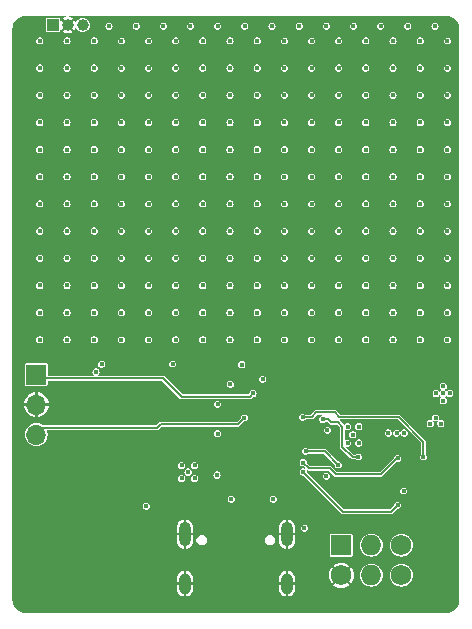
<source format=gbr>
%TF.GenerationSoftware,KiCad,Pcbnew,8.0.5*%
%TF.CreationDate,2024-10-02T01:05:19-07:00*%
%TF.ProjectId,badgesao,62616467-6573-4616-9f2e-6b696361645f,rev?*%
%TF.SameCoordinates,Original*%
%TF.FileFunction,Copper,L6,Bot*%
%TF.FilePolarity,Positive*%
%FSLAX46Y46*%
G04 Gerber Fmt 4.6, Leading zero omitted, Abs format (unit mm)*
G04 Created by KiCad (PCBNEW 8.0.5) date 2024-10-02 01:05:19*
%MOMM*%
%LPD*%
G01*
G04 APERTURE LIST*
G04 Aperture macros list*
%AMHorizOval*
0 Thick line with rounded ends*
0 $1 width*
0 $2 $3 position (X,Y) of the first rounded end (center of the circle)*
0 $4 $5 position (X,Y) of the second rounded end (center of the circle)*
0 Add line between two ends*
20,1,$1,$2,$3,$4,$5,0*
0 Add two circle primitives to create the rounded ends*
1,1,$1,$2,$3*
1,1,$1,$4,$5*%
G04 Aperture macros list end*
%TA.AperFunction,ComponentPad*%
%ADD10O,1.000000X2.100000*%
%TD*%
%TA.AperFunction,ComponentPad*%
%ADD11O,1.000000X1.800000*%
%TD*%
%TA.AperFunction,ComponentPad*%
%ADD12R,1.727200X1.727200*%
%TD*%
%TA.AperFunction,ComponentPad*%
%ADD13C,1.727200*%
%TD*%
%TA.AperFunction,ComponentPad*%
%ADD14O,1.727200X1.727200*%
%TD*%
%TA.AperFunction,ComponentPad*%
%ADD15R,1.700000X1.700000*%
%TD*%
%TA.AperFunction,ComponentPad*%
%ADD16O,1.700000X1.700000*%
%TD*%
%TA.AperFunction,ComponentPad*%
%ADD17R,1.000000X1.000000*%
%TD*%
%TA.AperFunction,ComponentPad*%
%ADD18HorizOval,1.000000X0.000000X0.000000X0.000000X0.000000X0*%
%TD*%
%TA.AperFunction,ViaPad*%
%ADD19C,0.400000*%
%TD*%
%TA.AperFunction,ViaPad*%
%ADD20C,0.500000*%
%TD*%
%TA.AperFunction,Conductor*%
%ADD21C,0.203200*%
%TD*%
G04 APERTURE END LIST*
D10*
%TO.P,J3,S1,SHIELD*%
%TO.N,GND*%
X122680000Y-94815000D03*
D11*
X122680000Y-98995000D03*
D10*
X131320000Y-94815000D03*
D11*
X131320000Y-98995000D03*
%TD*%
D12*
%TO.P,X1,1,VCC*%
%TO.N,VCC*%
X135920000Y-95750000D03*
D13*
%TO.P,X1,2,GND*%
%TO.N,GND*%
X135920000Y-98290000D03*
D14*
%TO.P,X1,3,SDA*%
%TO.N,/I2C0_SDA*%
X138460000Y-95750000D03*
%TO.P,X1,4,SCL*%
%TO.N,/I2C0_SCL*%
X138460000Y-98290000D03*
D13*
%TO.P,X1,5,GPIO1*%
%TO.N,/UART0_RX_Z*%
X141000000Y-95750000D03*
%TO.P,X1,6,GPIO2*%
%TO.N,/UART0_TX_Z*%
X141000000Y-98290000D03*
%TD*%
D15*
%TO.P,J2,1,Pin_1*%
%TO.N,/SWCLK*%
X110100000Y-81300000D03*
D16*
%TO.P,J2,2,Pin_2*%
%TO.N,GND*%
X110100000Y-83840000D03*
%TO.P,J2,3,Pin_3*%
%TO.N,/SWD*%
X110100000Y-86380000D03*
%TD*%
D17*
%TO.P,J1,1,Pin_1*%
%TO.N,/Display/WS2812_LASTDOUT*%
X111480000Y-51700000D03*
D18*
%TO.P,J1,2,Pin_2*%
%TO.N,GND*%
X112750000Y-51700000D03*
%TO.P,J1,3,Pin_3*%
%TO.N,+4V*%
X114020000Y-51700000D03*
%TD*%
D19*
%TO.N,GND*%
X113700000Y-70050000D03*
X113700000Y-53950000D03*
X120600000Y-74650000D03*
D20*
X139035000Y-82005400D03*
D19*
X145000000Y-92400000D03*
X116000000Y-53950000D03*
X143500000Y-86600000D03*
X113050000Y-88600000D03*
X129800000Y-67750000D03*
X138150000Y-89300000D03*
X122900000Y-76950000D03*
X129800000Y-74650000D03*
X122900000Y-74650000D03*
X125200000Y-67750000D03*
D20*
X139350000Y-87100000D03*
D19*
X128700000Y-85900000D03*
X122900000Y-70050000D03*
D20*
X141930600Y-82665800D03*
D19*
X118300000Y-58550000D03*
X134650000Y-90800000D03*
X116800000Y-99200000D03*
D20*
X140686000Y-82005400D03*
D19*
X143600000Y-58550000D03*
X129800000Y-56250000D03*
X118300000Y-79250000D03*
X118300000Y-56250000D03*
X132100000Y-72350000D03*
X127500000Y-92650000D03*
X136700000Y-74650000D03*
D20*
X141498800Y-82030800D03*
D19*
X126250000Y-51800000D03*
X136700000Y-56250000D03*
X136700000Y-60850000D03*
X113700000Y-58550000D03*
X122900000Y-72350000D03*
X111400000Y-58550000D03*
X141300000Y-53950000D03*
X113700000Y-76950000D03*
X133550000Y-97800000D03*
X141300000Y-79250000D03*
X113700000Y-67750000D03*
X136700000Y-58550000D03*
X132100000Y-74650000D03*
X143600000Y-63150000D03*
X109100000Y-58550000D03*
X130130000Y-82600000D03*
X143600000Y-56250000D03*
X134400000Y-56250000D03*
X122900000Y-56250000D03*
X122900000Y-53950000D03*
X108700000Y-100850000D03*
X129800000Y-60850000D03*
X125200000Y-70050000D03*
X134400000Y-60850000D03*
X118400000Y-97700000D03*
X143600000Y-53950000D03*
X132100000Y-58550000D03*
D20*
X142337000Y-82030800D03*
D19*
X120600000Y-65450000D03*
X136000000Y-91800000D03*
X120600000Y-60850000D03*
X116000000Y-79250000D03*
X134400000Y-67750000D03*
X111400000Y-72350000D03*
X141300000Y-60850000D03*
X113800000Y-97700000D03*
X139000000Y-53950000D03*
X127000000Y-82770000D03*
X141300000Y-63150000D03*
D20*
X142768800Y-82665800D03*
D19*
X120600000Y-79250000D03*
X109100000Y-53950000D03*
X109100000Y-70050000D03*
X132100000Y-65450000D03*
X134400000Y-74650000D03*
X109100000Y-76950000D03*
X124700000Y-91750000D03*
X139000000Y-63150000D03*
X123950000Y-51800000D03*
X113800000Y-100900000D03*
X109100000Y-72350000D03*
X127500000Y-72350000D03*
X125200000Y-76950000D03*
X139000000Y-65450000D03*
X135450000Y-51800000D03*
X111400000Y-79250000D03*
X127500000Y-56250000D03*
X141300000Y-65450000D03*
X139000000Y-74650000D03*
X141300000Y-67750000D03*
X116650000Y-94450000D03*
X122900000Y-60850000D03*
X109100000Y-56250000D03*
X113700000Y-72350000D03*
X118400000Y-100900000D03*
X139000000Y-56250000D03*
X136700000Y-79250000D03*
X112500000Y-94450000D03*
X129800000Y-63150000D03*
X141300000Y-76950000D03*
X134400000Y-53950000D03*
D20*
X140279600Y-82665800D03*
D19*
X143600000Y-60850000D03*
X136700000Y-76950000D03*
X139000000Y-76950000D03*
X143600000Y-79250000D03*
X127500000Y-60850000D03*
X119110000Y-84990000D03*
X109100000Y-79250000D03*
X144650000Y-51800000D03*
X124900000Y-100900000D03*
X118300000Y-74650000D03*
X112450000Y-84900000D03*
X116000000Y-63150000D03*
X139000000Y-72350000D03*
X121660000Y-86620000D03*
X145000000Y-88300000D03*
X122900000Y-79250000D03*
X125200000Y-74650000D03*
D20*
X138350000Y-85700000D03*
D19*
X143600000Y-76950000D03*
X121200000Y-83050000D03*
X125550000Y-81800000D03*
X139500000Y-92400000D03*
X132100000Y-67750000D03*
X125200000Y-72350000D03*
X125200000Y-79250000D03*
X134400000Y-72350000D03*
X111400000Y-65450000D03*
X110700000Y-94300000D03*
X140050000Y-51800000D03*
X144000000Y-96550000D03*
X127500000Y-67750000D03*
X116000000Y-67750000D03*
X125200000Y-60850000D03*
X142350000Y-51800000D03*
X116650000Y-84900000D03*
X114550000Y-88850000D03*
X134400000Y-65450000D03*
X109100000Y-63150000D03*
X113700000Y-79250000D03*
X120600000Y-63150000D03*
X127500000Y-76950000D03*
X125550000Y-80780000D03*
X141300000Y-72350000D03*
X116000000Y-70050000D03*
X118300000Y-67750000D03*
X111400000Y-76950000D03*
X116000000Y-76950000D03*
X125200000Y-65450000D03*
X126200000Y-81300000D03*
X134400000Y-63150000D03*
X131700000Y-92600000D03*
X125200000Y-56250000D03*
X131350000Y-88550000D03*
X129150000Y-80750000D03*
X122900000Y-58550000D03*
X120600000Y-76950000D03*
X139000000Y-58550000D03*
X129800000Y-53950000D03*
X133600000Y-100350000D03*
X116000000Y-65450000D03*
X113700000Y-56250000D03*
X111400000Y-74650000D03*
X141300000Y-58550000D03*
X132100000Y-70050000D03*
X116000000Y-72350000D03*
X127500000Y-74650000D03*
X129800000Y-65450000D03*
X118300000Y-65450000D03*
X142900000Y-90350000D03*
X127500000Y-63150000D03*
X123150000Y-83900000D03*
X112200000Y-82030000D03*
X139750000Y-100350000D03*
X141300000Y-56250000D03*
X132800000Y-95100000D03*
X124600000Y-89800000D03*
D20*
X138350000Y-87100000D03*
D19*
X125650000Y-91750000D03*
X132100000Y-60850000D03*
X112100000Y-100850000D03*
X110450000Y-98600000D03*
X139000000Y-67750000D03*
X130050000Y-81700000D03*
X126600000Y-92650000D03*
X111400000Y-53950000D03*
X113700000Y-65450000D03*
X134400000Y-79250000D03*
X120600000Y-72350000D03*
X116000000Y-58550000D03*
X108800000Y-92100000D03*
X129250000Y-100900000D03*
X120600000Y-70050000D03*
X136700000Y-53950000D03*
X132100000Y-63150000D03*
X129800000Y-79250000D03*
X143600000Y-74650000D03*
X143600000Y-67750000D03*
X131500000Y-80850000D03*
X113700000Y-74650000D03*
X139000000Y-60850000D03*
X120600000Y-58550000D03*
X136700000Y-72350000D03*
X127500000Y-58550000D03*
X139900000Y-84350000D03*
X130100000Y-87200000D03*
D20*
X135160600Y-81505800D03*
D19*
X118300000Y-53950000D03*
X118300000Y-72350000D03*
X132100000Y-56250000D03*
X113700000Y-63150000D03*
X125450000Y-87150000D03*
X116560000Y-83270000D03*
D20*
X138850000Y-86400000D03*
D19*
X134400000Y-76950000D03*
X132100000Y-76950000D03*
X122900000Y-67750000D03*
X116000000Y-60850000D03*
X118300000Y-76950000D03*
X111400000Y-60850000D03*
X128700000Y-88500000D03*
X120720000Y-94430000D03*
D20*
X141092400Y-82665800D03*
D19*
X120600000Y-53950000D03*
X129800000Y-58550000D03*
X118300000Y-70050000D03*
X129800000Y-76950000D03*
X143900000Y-86000000D03*
X130850000Y-51800000D03*
X118300000Y-90650000D03*
X111400000Y-70050000D03*
X135550000Y-86000000D03*
X143600000Y-72350000D03*
X133750000Y-82450000D03*
X130170000Y-92650000D03*
X127500000Y-79250000D03*
X109100000Y-67750000D03*
X129800000Y-72350000D03*
X137750000Y-51800000D03*
X133150000Y-51800000D03*
X120600000Y-56250000D03*
X143600000Y-70050000D03*
D20*
X143175200Y-82030800D03*
D19*
X126900000Y-99000000D03*
X141300000Y-70050000D03*
X118300000Y-63150000D03*
X108700000Y-96250000D03*
X109100000Y-60850000D03*
X136700000Y-67750000D03*
X113700000Y-60850000D03*
X132100000Y-53950000D03*
X125200000Y-58550000D03*
X116000000Y-74650000D03*
X143600000Y-65450000D03*
X109100000Y-74650000D03*
X129800000Y-70050000D03*
X134400000Y-58550000D03*
D20*
X139873200Y-82005400D03*
D19*
X127500000Y-70050000D03*
X118300000Y-60850000D03*
X140600000Y-84350000D03*
X136700000Y-70050000D03*
X141300000Y-74650000D03*
X112100000Y-96250000D03*
X117050000Y-51800000D03*
X145000000Y-100350000D03*
X109100000Y-65450000D03*
X141300000Y-84350000D03*
X108900000Y-88600000D03*
X114550000Y-86750000D03*
X127500000Y-53950000D03*
X141700000Y-87450000D03*
X128550000Y-51800000D03*
X134400000Y-70050000D03*
X120600000Y-67750000D03*
X119350000Y-51800000D03*
X111400000Y-67750000D03*
X116050000Y-88600000D03*
X132100000Y-79250000D03*
X139500000Y-88300000D03*
X125200000Y-63150000D03*
X122900000Y-65450000D03*
X131050000Y-84250000D03*
X131350000Y-85900000D03*
X121650000Y-51800000D03*
X136700000Y-63150000D03*
X122900000Y-63150000D03*
X139000000Y-70050000D03*
X144300000Y-86600000D03*
X127500000Y-82130000D03*
X116000000Y-56250000D03*
D20*
X139350000Y-85700000D03*
D19*
X111400000Y-63150000D03*
X135150000Y-83200000D03*
X111400000Y-56250000D03*
X137150000Y-93400000D03*
X120250000Y-88600000D03*
X139000000Y-79250000D03*
X127500000Y-65450000D03*
X136700000Y-65450000D03*
X125200000Y-53950000D03*
%TO.N,+4V*%
X131100000Y-73750000D03*
X143950000Y-82900000D03*
X135700000Y-64550000D03*
X117300000Y-57650000D03*
X144900000Y-62250000D03*
X112700000Y-57650000D03*
X138000000Y-55350000D03*
X126500000Y-62250000D03*
X124200000Y-64550000D03*
X144900000Y-78350000D03*
X131100000Y-57650000D03*
X128800000Y-73750000D03*
X115000000Y-62250000D03*
X121900000Y-57650000D03*
X121900000Y-73750000D03*
X124200000Y-53050000D03*
X112700000Y-71450000D03*
X131100000Y-76050000D03*
X138000000Y-57650000D03*
X126500000Y-64550000D03*
X142600000Y-78350000D03*
X112700000Y-59950000D03*
X140300000Y-71450000D03*
X131100000Y-66850000D03*
X119600000Y-76050000D03*
X142600000Y-55350000D03*
X142600000Y-62250000D03*
X124200000Y-62250000D03*
X145100000Y-82900000D03*
X126500000Y-66850000D03*
X133400000Y-73750000D03*
X123500000Y-89000000D03*
X115000000Y-69150000D03*
X115000000Y-55350000D03*
X141550000Y-51800000D03*
X144900000Y-71450000D03*
X144900000Y-73750000D03*
X144900000Y-76050000D03*
X138000000Y-69150000D03*
X140300000Y-53050000D03*
X138000000Y-53050000D03*
X142600000Y-57650000D03*
X144550000Y-82300000D03*
X124200000Y-55350000D03*
X142600000Y-76050000D03*
X121900000Y-53050000D03*
X124200000Y-69150000D03*
X121900000Y-78350000D03*
X119600000Y-55350000D03*
X139250000Y-51800000D03*
X124200000Y-57650000D03*
X126500000Y-76050000D03*
X124200000Y-76050000D03*
X123500000Y-90100000D03*
X117300000Y-69150000D03*
X124200000Y-66850000D03*
X117300000Y-76050000D03*
X133400000Y-71450000D03*
X115640000Y-80430000D03*
X134650000Y-51800000D03*
X130050000Y-51800000D03*
X110400000Y-66850000D03*
X124200000Y-71450000D03*
X126500000Y-71450000D03*
X117300000Y-62250000D03*
X140300000Y-66850000D03*
X123150000Y-51800000D03*
X121900000Y-55350000D03*
X138000000Y-71450000D03*
X112700000Y-55350000D03*
X119600000Y-53050000D03*
X140300000Y-62250000D03*
X135700000Y-59950000D03*
X115000000Y-78350000D03*
X131100000Y-78350000D03*
X128800000Y-57650000D03*
X110400000Y-71450000D03*
X131100000Y-71450000D03*
X133400000Y-64550000D03*
X132350000Y-51800000D03*
X133400000Y-53050000D03*
X110400000Y-55350000D03*
X135700000Y-76050000D03*
X140300000Y-69150000D03*
X110400000Y-69150000D03*
X115000000Y-71450000D03*
X115150000Y-81070000D03*
X138000000Y-62250000D03*
X135700000Y-62250000D03*
X115000000Y-66850000D03*
X121900000Y-76050000D03*
X133400000Y-62250000D03*
X135700000Y-78350000D03*
X144900000Y-55350000D03*
X112700000Y-73750000D03*
X143450000Y-85450000D03*
X144900000Y-59950000D03*
X144550000Y-83500000D03*
X119600000Y-73750000D03*
X142600000Y-69150000D03*
X117300000Y-53050000D03*
X126500000Y-55350000D03*
X124200000Y-78350000D03*
X140300000Y-76050000D03*
X128800000Y-53050000D03*
X126500000Y-69150000D03*
X119600000Y-57650000D03*
X131100000Y-62250000D03*
X142600000Y-73750000D03*
X115000000Y-57650000D03*
X127750000Y-51800000D03*
X131100000Y-69150000D03*
X121900000Y-62250000D03*
X112700000Y-69150000D03*
X133400000Y-59950000D03*
X126500000Y-59950000D03*
X133400000Y-78350000D03*
X110400000Y-59950000D03*
X122400000Y-89000000D03*
X112700000Y-76050000D03*
X117300000Y-66850000D03*
X133400000Y-69150000D03*
X131100000Y-55350000D03*
X144900000Y-69150000D03*
X115000000Y-76050000D03*
X131100000Y-59950000D03*
X115000000Y-64550000D03*
X124200000Y-59950000D03*
X119600000Y-69150000D03*
X140300000Y-57650000D03*
X119600000Y-66850000D03*
X135700000Y-57650000D03*
X138000000Y-76050000D03*
X122400000Y-90100000D03*
X110400000Y-73750000D03*
X119600000Y-78350000D03*
X142600000Y-53050000D03*
X144900000Y-64550000D03*
X135700000Y-73750000D03*
X128800000Y-66850000D03*
X143900000Y-84950000D03*
X122950000Y-89550000D03*
X117300000Y-71450000D03*
X121900000Y-59950000D03*
X128800000Y-59950000D03*
X112700000Y-78350000D03*
X128800000Y-62250000D03*
X128800000Y-76050000D03*
X142600000Y-64550000D03*
X110400000Y-64550000D03*
X135700000Y-55350000D03*
X121900000Y-64550000D03*
X118550000Y-51800000D03*
X110400000Y-76050000D03*
X131100000Y-53050000D03*
X128800000Y-55350000D03*
X121900000Y-71450000D03*
X138000000Y-73750000D03*
X144550000Y-82900000D03*
X144900000Y-53050000D03*
X117300000Y-55350000D03*
X140300000Y-73750000D03*
X142600000Y-66850000D03*
X144350000Y-85450000D03*
X110400000Y-53050000D03*
X110400000Y-57650000D03*
X140300000Y-59950000D03*
X115000000Y-73750000D03*
X126500000Y-78350000D03*
X121900000Y-66850000D03*
X135700000Y-69150000D03*
X138000000Y-59950000D03*
X140300000Y-55350000D03*
X135700000Y-53050000D03*
X133400000Y-57650000D03*
X110400000Y-78350000D03*
X138000000Y-66850000D03*
X120850000Y-51800000D03*
X144900000Y-66850000D03*
X128800000Y-78350000D03*
X142600000Y-59950000D03*
X112700000Y-62250000D03*
X128800000Y-64550000D03*
X135700000Y-66850000D03*
X138000000Y-78350000D03*
X116250000Y-51800000D03*
X135700000Y-71450000D03*
X115000000Y-59950000D03*
X110400000Y-62250000D03*
X138000000Y-64550000D03*
X133400000Y-66850000D03*
X119600000Y-71450000D03*
X117300000Y-78350000D03*
X112700000Y-64550000D03*
X119600000Y-59950000D03*
X128800000Y-71450000D03*
X119600000Y-64550000D03*
X143850000Y-51800000D03*
X126500000Y-73750000D03*
X136950000Y-51800000D03*
X140300000Y-64550000D03*
X133400000Y-55350000D03*
X115000000Y-53050000D03*
X112700000Y-53050000D03*
X126500000Y-53050000D03*
X117300000Y-59950000D03*
X112700000Y-66850000D03*
X125450000Y-51800000D03*
X121900000Y-69150000D03*
X131100000Y-64550000D03*
X124200000Y-73750000D03*
X140300000Y-78350000D03*
X142600000Y-71450000D03*
X126500000Y-57650000D03*
X117300000Y-73750000D03*
X128800000Y-69150000D03*
X133400000Y-76050000D03*
X117300000Y-64550000D03*
X144900000Y-57650000D03*
X119600000Y-62250000D03*
%TO.N,+3V3*%
X132800000Y-94300000D03*
X141200000Y-91150000D03*
X125440000Y-83810000D03*
X134750000Y-86000000D03*
X141250000Y-86250000D03*
X127500000Y-80450000D03*
X130150000Y-91850000D03*
X134650000Y-89900000D03*
X119400000Y-92450000D03*
X125450000Y-86300000D03*
X140600000Y-86250000D03*
X126510000Y-82130000D03*
X121640000Y-80400000D03*
X126600000Y-91850000D03*
X129250000Y-81700000D03*
X139900000Y-86250000D03*
X125400000Y-89800000D03*
%TO.N,VCC*%
X137400000Y-87100000D03*
X136450000Y-87100000D03*
X136450000Y-85700000D03*
X136900000Y-86400000D03*
X137400000Y-85700000D03*
%TO.N,/UART0_RX*%
X132700000Y-88750000D03*
X140690000Y-88400000D03*
%TO.N,/UART0_TX*%
X132700000Y-89550000D03*
X140690000Y-92350000D03*
%TO.N,/B*%
X137375000Y-88275000D03*
X134350000Y-85100000D03*
%TO.N,/A*%
X132650000Y-84900000D03*
X142875000Y-88275000D03*
%TO.N,/I2C0_SDA*%
X135660000Y-88950000D03*
X132900000Y-87800000D03*
%TO.N,/SWCLK*%
X128450000Y-82900000D03*
%TO.N,/SWD*%
X127725000Y-84950000D03*
%TD*%
D21*
%TO.N,/UART0_RX*%
X135450000Y-89750000D02*
X139250000Y-89750000D01*
X132700000Y-88750000D02*
X133200000Y-89250000D01*
X133200000Y-89250000D02*
X134950000Y-89250000D01*
X139250000Y-89750000D02*
X140600000Y-88400000D01*
X134950000Y-89250000D02*
X135450000Y-89750000D01*
X140600000Y-88400000D02*
X140690000Y-88400000D01*
%TO.N,/UART0_TX*%
X140140000Y-92900000D02*
X140690000Y-92350000D01*
X136050000Y-92900000D02*
X140140000Y-92900000D01*
X132700000Y-89550000D02*
X136050000Y-92900000D01*
%TO.N,/B*%
X136000000Y-87400000D02*
X136875000Y-88275000D01*
X135650000Y-85350000D02*
X136000000Y-85700000D01*
X134350000Y-85100000D02*
X134800000Y-85100000D01*
X136000000Y-85700000D02*
X136000000Y-87400000D01*
X135050000Y-85350000D02*
X135650000Y-85350000D01*
X134800000Y-85100000D02*
X135050000Y-85350000D01*
X136875000Y-88275000D02*
X137375000Y-88275000D01*
%TO.N,/A*%
X140800000Y-84900000D02*
X142875000Y-86975000D01*
X142875000Y-86975000D02*
X142875000Y-88275000D01*
X135750000Y-84900000D02*
X140800000Y-84900000D01*
X133400000Y-84900000D02*
X133800000Y-84500000D01*
X135350000Y-84500000D02*
X135750000Y-84900000D01*
X133800000Y-84500000D02*
X135350000Y-84500000D01*
X132650000Y-84900000D02*
X133400000Y-84900000D01*
%TO.N,/I2C0_SDA*%
X132900000Y-87800000D02*
X134500000Y-87800000D01*
X135650000Y-88950000D02*
X135660000Y-88950000D01*
X134500000Y-87800000D02*
X135650000Y-88950000D01*
%TO.N,/SWCLK*%
X128450000Y-82900000D02*
X128176800Y-83173200D01*
X128176800Y-83173200D02*
X122398200Y-83173200D01*
X122398200Y-83173200D02*
X120850000Y-81625000D01*
X120850000Y-81625000D02*
X110425000Y-81625000D01*
X110425000Y-81625000D02*
X110100000Y-81300000D01*
%TO.N,/SWD*%
X127175000Y-85500000D02*
X120625000Y-85500000D01*
X110680000Y-85800000D02*
X110100000Y-86380000D01*
X120325000Y-85800000D02*
X110680000Y-85800000D01*
X127725000Y-84950000D02*
X127175000Y-85500000D01*
X120625000Y-85500000D02*
X120325000Y-85800000D01*
%TD*%
%TA.AperFunction,Conductor*%
%TO.N,GND*%
G36*
X112590248Y-50941852D02*
G01*
X112604600Y-50976500D01*
X112590248Y-51011148D01*
X112567326Y-51024076D01*
X112499952Y-51040682D01*
X112349435Y-51119678D01*
X112329108Y-51137686D01*
X112329108Y-51137687D01*
X112601741Y-51410320D01*
X112550446Y-51439936D01*
X112489936Y-51500446D01*
X112460320Y-51551740D01*
X112189030Y-51280450D01*
X112189029Y-51280451D01*
X112171425Y-51305956D01*
X112139932Y-51326318D01*
X112103264Y-51318447D01*
X112082902Y-51286954D01*
X112082099Y-51278121D01*
X112082099Y-51189949D01*
X112082099Y-51189946D01*
X112076176Y-51160163D01*
X112071135Y-51152619D01*
X112053610Y-51126390D01*
X112053609Y-51126389D01*
X112019837Y-51103824D01*
X111990055Y-51097900D01*
X111990051Y-51097900D01*
X110969949Y-51097900D01*
X110969948Y-51097900D01*
X110969946Y-51097901D01*
X110950090Y-51101849D01*
X110940162Y-51103824D01*
X110940158Y-51103826D01*
X110906390Y-51126389D01*
X110898841Y-51137688D01*
X110883824Y-51160163D01*
X110877900Y-51189945D01*
X110877900Y-51189946D01*
X110877900Y-51189948D01*
X110877900Y-52210050D01*
X110877901Y-52210054D01*
X110883824Y-52239836D01*
X110883824Y-52239837D01*
X110883826Y-52239841D01*
X110898840Y-52262311D01*
X110906390Y-52273610D01*
X110940163Y-52296176D01*
X110969945Y-52302100D01*
X111990054Y-52302099D01*
X112019837Y-52296176D01*
X112053610Y-52273610D01*
X112076176Y-52239837D01*
X112082100Y-52210055D01*
X112082099Y-52121877D01*
X112096450Y-52087231D01*
X112131098Y-52072879D01*
X112165747Y-52087230D01*
X112171425Y-52094044D01*
X112189029Y-52119547D01*
X112189030Y-52119548D01*
X112460320Y-51848258D01*
X112489936Y-51899554D01*
X112550446Y-51960064D01*
X112601740Y-51989679D01*
X112329107Y-52262311D01*
X112329108Y-52262312D01*
X112349433Y-52280319D01*
X112349438Y-52280322D01*
X112499952Y-52359317D01*
X112665005Y-52400000D01*
X112834995Y-52400000D01*
X113000047Y-52359317D01*
X113150562Y-52280322D01*
X113150565Y-52280320D01*
X113170891Y-52262311D01*
X112898258Y-51989679D01*
X112949554Y-51960064D01*
X113010064Y-51899554D01*
X113039679Y-51848258D01*
X113310968Y-52119547D01*
X113310969Y-52119547D01*
X113374370Y-52027696D01*
X113374371Y-52027694D01*
X113392534Y-51979803D01*
X113418240Y-51952495D01*
X113455725Y-51951362D01*
X113483033Y-51977068D01*
X113483620Y-51978427D01*
X113491388Y-51997182D01*
X113494067Y-52003648D01*
X113590578Y-52129422D01*
X113716352Y-52225933D01*
X113716354Y-52225933D01*
X113716356Y-52225935D01*
X113847651Y-52280319D01*
X113862820Y-52286602D01*
X114020000Y-52307295D01*
X114177180Y-52286602D01*
X114323648Y-52225933D01*
X114449422Y-52129422D01*
X114545933Y-52003648D01*
X114606602Y-51857180D01*
X114614130Y-51800000D01*
X115943240Y-51800000D01*
X115961740Y-51904920D01*
X115988554Y-51951362D01*
X116015008Y-51997182D01*
X116096620Y-52065662D01*
X116196732Y-52102100D01*
X116303268Y-52102100D01*
X116403380Y-52065662D01*
X116484992Y-51997182D01*
X116538260Y-51904918D01*
X116556760Y-51800000D01*
X118243240Y-51800000D01*
X118261740Y-51904920D01*
X118288554Y-51951362D01*
X118315008Y-51997182D01*
X118396620Y-52065662D01*
X118496732Y-52102100D01*
X118603268Y-52102100D01*
X118703380Y-52065662D01*
X118784992Y-51997182D01*
X118838260Y-51904918D01*
X118856760Y-51800000D01*
X120543240Y-51800000D01*
X120561740Y-51904920D01*
X120588554Y-51951362D01*
X120615008Y-51997182D01*
X120696620Y-52065662D01*
X120796732Y-52102100D01*
X120903268Y-52102100D01*
X121003380Y-52065662D01*
X121084992Y-51997182D01*
X121138260Y-51904918D01*
X121156760Y-51800000D01*
X122843240Y-51800000D01*
X122861740Y-51904920D01*
X122888554Y-51951362D01*
X122915008Y-51997182D01*
X122996620Y-52065662D01*
X123096732Y-52102100D01*
X123203268Y-52102100D01*
X123303380Y-52065662D01*
X123384992Y-51997182D01*
X123438260Y-51904918D01*
X123456760Y-51800000D01*
X125143240Y-51800000D01*
X125161740Y-51904920D01*
X125188554Y-51951362D01*
X125215008Y-51997182D01*
X125296620Y-52065662D01*
X125396732Y-52102100D01*
X125503268Y-52102100D01*
X125603380Y-52065662D01*
X125684992Y-51997182D01*
X125738260Y-51904918D01*
X125756760Y-51800000D01*
X127443240Y-51800000D01*
X127461740Y-51904920D01*
X127488554Y-51951362D01*
X127515008Y-51997182D01*
X127596620Y-52065662D01*
X127696732Y-52102100D01*
X127803268Y-52102100D01*
X127903380Y-52065662D01*
X127984992Y-51997182D01*
X128038260Y-51904918D01*
X128056760Y-51800000D01*
X129743240Y-51800000D01*
X129761740Y-51904920D01*
X129788554Y-51951362D01*
X129815008Y-51997182D01*
X129896620Y-52065662D01*
X129996732Y-52102100D01*
X130103268Y-52102100D01*
X130203380Y-52065662D01*
X130284992Y-51997182D01*
X130338260Y-51904918D01*
X130356760Y-51800000D01*
X132043240Y-51800000D01*
X132061740Y-51904920D01*
X132088554Y-51951362D01*
X132115008Y-51997182D01*
X132196620Y-52065662D01*
X132296732Y-52102100D01*
X132403268Y-52102100D01*
X132503380Y-52065662D01*
X132584992Y-51997182D01*
X132638260Y-51904918D01*
X132656760Y-51800000D01*
X134343240Y-51800000D01*
X134361740Y-51904920D01*
X134388554Y-51951362D01*
X134415008Y-51997182D01*
X134496620Y-52065662D01*
X134596732Y-52102100D01*
X134703268Y-52102100D01*
X134803380Y-52065662D01*
X134884992Y-51997182D01*
X134938260Y-51904918D01*
X134956760Y-51800000D01*
X136643240Y-51800000D01*
X136661740Y-51904920D01*
X136688554Y-51951362D01*
X136715008Y-51997182D01*
X136796620Y-52065662D01*
X136896732Y-52102100D01*
X137003268Y-52102100D01*
X137103380Y-52065662D01*
X137184992Y-51997182D01*
X137238260Y-51904918D01*
X137256760Y-51800000D01*
X138943240Y-51800000D01*
X138961740Y-51904920D01*
X138988554Y-51951362D01*
X139015008Y-51997182D01*
X139096620Y-52065662D01*
X139196732Y-52102100D01*
X139303268Y-52102100D01*
X139403380Y-52065662D01*
X139484992Y-51997182D01*
X139538260Y-51904918D01*
X139556760Y-51800000D01*
X141243240Y-51800000D01*
X141261740Y-51904920D01*
X141288554Y-51951362D01*
X141315008Y-51997182D01*
X141396620Y-52065662D01*
X141496732Y-52102100D01*
X141603268Y-52102100D01*
X141703380Y-52065662D01*
X141784992Y-51997182D01*
X141838260Y-51904918D01*
X141856760Y-51800000D01*
X143543240Y-51800000D01*
X143561740Y-51904920D01*
X143588554Y-51951362D01*
X143615008Y-51997182D01*
X143696620Y-52065662D01*
X143796732Y-52102100D01*
X143903268Y-52102100D01*
X144003380Y-52065662D01*
X144084992Y-51997182D01*
X144138260Y-51904918D01*
X144156760Y-51800000D01*
X144138260Y-51695082D01*
X144138259Y-51695080D01*
X144138259Y-51695079D01*
X144084991Y-51602817D01*
X144051309Y-51574555D01*
X144003380Y-51534338D01*
X144003378Y-51534337D01*
X143903268Y-51497900D01*
X143796732Y-51497900D01*
X143696622Y-51534337D01*
X143696620Y-51534337D01*
X143615008Y-51602817D01*
X143561740Y-51695079D01*
X143543240Y-51800000D01*
X141856760Y-51800000D01*
X141838260Y-51695082D01*
X141838259Y-51695080D01*
X141838259Y-51695079D01*
X141784991Y-51602817D01*
X141751309Y-51574555D01*
X141703380Y-51534338D01*
X141703378Y-51534337D01*
X141603268Y-51497900D01*
X141496732Y-51497900D01*
X141396622Y-51534337D01*
X141396620Y-51534337D01*
X141315008Y-51602817D01*
X141261740Y-51695079D01*
X141243240Y-51800000D01*
X139556760Y-51800000D01*
X139538260Y-51695082D01*
X139538259Y-51695080D01*
X139538259Y-51695079D01*
X139484991Y-51602817D01*
X139451309Y-51574555D01*
X139403380Y-51534338D01*
X139403378Y-51534337D01*
X139303268Y-51497900D01*
X139196732Y-51497900D01*
X139096622Y-51534337D01*
X139096620Y-51534337D01*
X139015008Y-51602817D01*
X138961740Y-51695079D01*
X138943240Y-51800000D01*
X137256760Y-51800000D01*
X137238260Y-51695082D01*
X137238259Y-51695080D01*
X137238259Y-51695079D01*
X137184991Y-51602817D01*
X137151309Y-51574555D01*
X137103380Y-51534338D01*
X137103378Y-51534337D01*
X137003268Y-51497900D01*
X136896732Y-51497900D01*
X136796622Y-51534337D01*
X136796620Y-51534337D01*
X136715008Y-51602817D01*
X136661740Y-51695079D01*
X136643240Y-51800000D01*
X134956760Y-51800000D01*
X134938260Y-51695082D01*
X134938259Y-51695080D01*
X134938259Y-51695079D01*
X134884991Y-51602817D01*
X134851309Y-51574555D01*
X134803380Y-51534338D01*
X134803378Y-51534337D01*
X134703268Y-51497900D01*
X134596732Y-51497900D01*
X134496622Y-51534337D01*
X134496620Y-51534337D01*
X134415008Y-51602817D01*
X134361740Y-51695079D01*
X134343240Y-51800000D01*
X132656760Y-51800000D01*
X132638260Y-51695082D01*
X132638259Y-51695080D01*
X132638259Y-51695079D01*
X132584991Y-51602817D01*
X132551309Y-51574555D01*
X132503380Y-51534338D01*
X132503378Y-51534337D01*
X132403268Y-51497900D01*
X132296732Y-51497900D01*
X132196622Y-51534337D01*
X132196620Y-51534337D01*
X132115008Y-51602817D01*
X132061740Y-51695079D01*
X132043240Y-51800000D01*
X130356760Y-51800000D01*
X130338260Y-51695082D01*
X130338259Y-51695080D01*
X130338259Y-51695079D01*
X130284991Y-51602817D01*
X130251309Y-51574555D01*
X130203380Y-51534338D01*
X130203378Y-51534337D01*
X130103268Y-51497900D01*
X129996732Y-51497900D01*
X129896622Y-51534337D01*
X129896620Y-51534337D01*
X129815008Y-51602817D01*
X129761740Y-51695079D01*
X129743240Y-51800000D01*
X128056760Y-51800000D01*
X128038260Y-51695082D01*
X128038259Y-51695080D01*
X128038259Y-51695079D01*
X127984991Y-51602817D01*
X127951309Y-51574555D01*
X127903380Y-51534338D01*
X127903378Y-51534337D01*
X127803268Y-51497900D01*
X127696732Y-51497900D01*
X127596622Y-51534337D01*
X127596620Y-51534337D01*
X127515008Y-51602817D01*
X127461740Y-51695079D01*
X127443240Y-51800000D01*
X125756760Y-51800000D01*
X125738260Y-51695082D01*
X125738259Y-51695080D01*
X125738259Y-51695079D01*
X125684991Y-51602817D01*
X125651309Y-51574555D01*
X125603380Y-51534338D01*
X125603378Y-51534337D01*
X125503268Y-51497900D01*
X125396732Y-51497900D01*
X125296622Y-51534337D01*
X125296620Y-51534337D01*
X125215008Y-51602817D01*
X125161740Y-51695079D01*
X125143240Y-51800000D01*
X123456760Y-51800000D01*
X123438260Y-51695082D01*
X123438259Y-51695080D01*
X123438259Y-51695079D01*
X123384991Y-51602817D01*
X123351309Y-51574555D01*
X123303380Y-51534338D01*
X123303378Y-51534337D01*
X123203268Y-51497900D01*
X123096732Y-51497900D01*
X122996622Y-51534337D01*
X122996620Y-51534337D01*
X122915008Y-51602817D01*
X122861740Y-51695079D01*
X122843240Y-51800000D01*
X121156760Y-51800000D01*
X121138260Y-51695082D01*
X121138259Y-51695080D01*
X121138259Y-51695079D01*
X121084991Y-51602817D01*
X121051309Y-51574555D01*
X121003380Y-51534338D01*
X121003378Y-51534337D01*
X120903268Y-51497900D01*
X120796732Y-51497900D01*
X120696622Y-51534337D01*
X120696620Y-51534337D01*
X120615008Y-51602817D01*
X120561740Y-51695079D01*
X120543240Y-51800000D01*
X118856760Y-51800000D01*
X118838260Y-51695082D01*
X118838259Y-51695080D01*
X118838259Y-51695079D01*
X118784991Y-51602817D01*
X118751309Y-51574555D01*
X118703380Y-51534338D01*
X118703378Y-51534337D01*
X118603268Y-51497900D01*
X118496732Y-51497900D01*
X118396622Y-51534337D01*
X118396620Y-51534337D01*
X118315008Y-51602817D01*
X118261740Y-51695079D01*
X118243240Y-51800000D01*
X116556760Y-51800000D01*
X116538260Y-51695082D01*
X116538259Y-51695080D01*
X116538259Y-51695079D01*
X116484991Y-51602817D01*
X116451309Y-51574555D01*
X116403380Y-51534338D01*
X116403378Y-51534337D01*
X116303268Y-51497900D01*
X116196732Y-51497900D01*
X116096622Y-51534337D01*
X116096620Y-51534337D01*
X116015008Y-51602817D01*
X115961740Y-51695079D01*
X115943240Y-51800000D01*
X114614130Y-51800000D01*
X114627295Y-51700000D01*
X114606602Y-51542820D01*
X114589050Y-51500446D01*
X114545935Y-51396357D01*
X114545932Y-51396352D01*
X114449423Y-51270579D01*
X114449420Y-51270577D01*
X114323648Y-51174067D01*
X114323643Y-51174064D01*
X114177179Y-51113397D01*
X114020000Y-51092705D01*
X113862820Y-51113397D01*
X113716357Y-51174064D01*
X113716352Y-51174067D01*
X113590578Y-51270577D01*
X113590577Y-51270578D01*
X113494067Y-51396352D01*
X113494066Y-51396355D01*
X113483620Y-51421573D01*
X113457101Y-51448091D01*
X113419598Y-51448091D01*
X113393080Y-51421572D01*
X113392534Y-51420197D01*
X113374370Y-51372303D01*
X113310969Y-51280451D01*
X113310968Y-51280450D01*
X113039678Y-51551740D01*
X113010064Y-51500446D01*
X112949554Y-51439936D01*
X112898258Y-51410320D01*
X113170890Y-51137688D01*
X113170890Y-51137686D01*
X113150566Y-51119680D01*
X113150561Y-51119677D01*
X113000047Y-51040682D01*
X112932674Y-51024076D01*
X112902467Y-51001850D01*
X112896824Y-50964774D01*
X112919050Y-50934567D01*
X112944400Y-50927500D01*
X144770899Y-50927500D01*
X144797855Y-50927500D01*
X144802125Y-50927686D01*
X144823763Y-50929579D01*
X144990660Y-50944180D01*
X144999057Y-50945661D01*
X145179777Y-50994085D01*
X145187800Y-50997005D01*
X145357373Y-51076078D01*
X145364756Y-51080341D01*
X145518016Y-51187655D01*
X145524559Y-51193145D01*
X145656854Y-51325440D01*
X145662344Y-51331983D01*
X145769656Y-51485240D01*
X145773923Y-51492630D01*
X145793372Y-51534338D01*
X145852993Y-51662197D01*
X145855914Y-51670223D01*
X145904336Y-51850934D01*
X145905820Y-51859345D01*
X145922314Y-52047873D01*
X145922500Y-52052144D01*
X145922500Y-100347855D01*
X145922314Y-100352126D01*
X145905820Y-100540654D01*
X145904336Y-100549065D01*
X145855914Y-100729776D01*
X145852993Y-100737802D01*
X145773925Y-100907366D01*
X145769654Y-100914763D01*
X145662344Y-101068016D01*
X145656854Y-101074559D01*
X145524559Y-101206854D01*
X145518016Y-101212344D01*
X145364763Y-101319654D01*
X145357366Y-101323925D01*
X145187802Y-101402993D01*
X145179776Y-101405914D01*
X144999065Y-101454336D01*
X144990654Y-101455820D01*
X144802126Y-101472314D01*
X144797855Y-101472500D01*
X109202145Y-101472500D01*
X109197874Y-101472314D01*
X109009345Y-101455820D01*
X109000934Y-101454336D01*
X108820223Y-101405914D01*
X108812197Y-101402993D01*
X108719630Y-101359829D01*
X108642630Y-101323923D01*
X108635240Y-101319656D01*
X108481983Y-101212344D01*
X108475440Y-101206854D01*
X108343145Y-101074559D01*
X108337655Y-101068016D01*
X108230341Y-100914756D01*
X108226078Y-100907373D01*
X108147005Y-100737800D01*
X108144085Y-100729776D01*
X108128755Y-100672565D01*
X108095661Y-100549057D01*
X108094180Y-100540660D01*
X108077686Y-100352125D01*
X108077500Y-100347855D01*
X108077500Y-98526052D01*
X121980000Y-98526052D01*
X121980000Y-98895000D01*
X122380000Y-98895000D01*
X122380000Y-99095000D01*
X121980000Y-99095000D01*
X121980000Y-99463947D01*
X122006899Y-99599174D01*
X122006901Y-99599183D01*
X122059666Y-99726570D01*
X122136273Y-99841223D01*
X122233776Y-99938726D01*
X122348429Y-100015333D01*
X122348428Y-100015333D01*
X122475816Y-100068098D01*
X122475827Y-100068101D01*
X122579999Y-100088822D01*
X122580000Y-100088822D01*
X122580000Y-99678788D01*
X122640504Y-99695000D01*
X122719496Y-99695000D01*
X122780000Y-99678788D01*
X122780000Y-100088822D01*
X122884172Y-100068101D01*
X122884183Y-100068098D01*
X123011570Y-100015333D01*
X123126223Y-99938726D01*
X123223726Y-99841223D01*
X123300333Y-99726570D01*
X123353098Y-99599183D01*
X123353100Y-99599174D01*
X123379999Y-99463947D01*
X123380000Y-99463944D01*
X123380000Y-99095000D01*
X122980000Y-99095000D01*
X122980000Y-98895000D01*
X123380000Y-98895000D01*
X123380000Y-98526056D01*
X123379999Y-98526052D01*
X130620000Y-98526052D01*
X130620000Y-98895000D01*
X131020000Y-98895000D01*
X131020000Y-99095000D01*
X130620000Y-99095000D01*
X130620000Y-99463947D01*
X130646899Y-99599174D01*
X130646901Y-99599183D01*
X130699666Y-99726570D01*
X130776273Y-99841223D01*
X130873776Y-99938726D01*
X130988429Y-100015333D01*
X130988428Y-100015333D01*
X131115816Y-100068098D01*
X131115827Y-100068101D01*
X131219999Y-100088822D01*
X131220000Y-100088822D01*
X131220000Y-99678788D01*
X131280504Y-99695000D01*
X131359496Y-99695000D01*
X131420000Y-99678788D01*
X131420000Y-100088822D01*
X131524172Y-100068101D01*
X131524183Y-100068098D01*
X131651570Y-100015333D01*
X131766223Y-99938726D01*
X131863726Y-99841223D01*
X131940333Y-99726570D01*
X131993098Y-99599183D01*
X131993100Y-99599174D01*
X132019999Y-99463947D01*
X132020000Y-99463944D01*
X132020000Y-99095000D01*
X131620000Y-99095000D01*
X131620000Y-98895000D01*
X132020000Y-98895000D01*
X132020000Y-98526056D01*
X132019999Y-98526052D01*
X131993100Y-98390825D01*
X131993098Y-98390816D01*
X131951339Y-98289999D01*
X134851254Y-98289999D01*
X134851254Y-98290000D01*
X134871790Y-98498502D01*
X134871790Y-98498503D01*
X134932606Y-98698987D01*
X134932609Y-98698994D01*
X135031373Y-98883768D01*
X135100535Y-98968041D01*
X135100537Y-98968042D01*
X135496353Y-98572225D01*
X135513498Y-98601920D01*
X135608080Y-98696502D01*
X135637774Y-98713645D01*
X135241957Y-99109462D01*
X135326230Y-99178625D01*
X135326233Y-99178627D01*
X135511005Y-99277390D01*
X135511012Y-99277393D01*
X135711497Y-99338209D01*
X135920000Y-99358746D01*
X136128502Y-99338209D01*
X136128503Y-99338209D01*
X136328987Y-99277393D01*
X136328999Y-99277388D01*
X136513756Y-99178633D01*
X136513764Y-99178628D01*
X136598041Y-99109462D01*
X136202225Y-98713646D01*
X136231920Y-98696502D01*
X136326502Y-98601920D01*
X136343646Y-98572225D01*
X136739462Y-98968041D01*
X136808628Y-98883764D01*
X136808633Y-98883756D01*
X136907388Y-98698999D01*
X136907393Y-98698987D01*
X136968209Y-98498503D01*
X136968209Y-98498502D01*
X136988746Y-98290000D01*
X137489627Y-98290000D01*
X137508272Y-98479310D01*
X137563492Y-98661346D01*
X137636535Y-98798000D01*
X137653166Y-98829113D01*
X137653168Y-98829116D01*
X137698021Y-98883768D01*
X137773843Y-98976157D01*
X137858117Y-99045319D01*
X137920883Y-99096831D01*
X137920886Y-99096833D01*
X137920890Y-99096836D01*
X138088654Y-99186508D01*
X138270690Y-99241728D01*
X138460000Y-99260373D01*
X138649310Y-99241728D01*
X138831346Y-99186508D01*
X138999110Y-99096836D01*
X139146157Y-98976157D01*
X139266836Y-98829110D01*
X139356508Y-98661346D01*
X139411728Y-98479310D01*
X139430373Y-98290000D01*
X140029627Y-98290000D01*
X140048272Y-98479310D01*
X140103492Y-98661346D01*
X140176535Y-98798000D01*
X140193166Y-98829113D01*
X140193168Y-98829116D01*
X140238021Y-98883768D01*
X140313843Y-98976157D01*
X140398117Y-99045319D01*
X140460883Y-99096831D01*
X140460886Y-99096833D01*
X140460890Y-99096836D01*
X140628654Y-99186508D01*
X140810690Y-99241728D01*
X141000000Y-99260373D01*
X141189310Y-99241728D01*
X141371346Y-99186508D01*
X141539110Y-99096836D01*
X141686157Y-98976157D01*
X141806836Y-98829110D01*
X141896508Y-98661346D01*
X141951728Y-98479310D01*
X141970373Y-98290000D01*
X141951728Y-98100690D01*
X141896508Y-97918654D01*
X141806836Y-97750890D01*
X141806833Y-97750886D01*
X141806831Y-97750883D01*
X141755319Y-97688117D01*
X141686157Y-97603843D01*
X141616993Y-97547081D01*
X141539116Y-97483168D01*
X141539113Y-97483166D01*
X141539111Y-97483165D01*
X141539110Y-97483164D01*
X141371346Y-97393492D01*
X141189310Y-97338272D01*
X141000000Y-97319627D01*
X140810689Y-97338272D01*
X140810688Y-97338272D01*
X140628656Y-97393491D01*
X140628649Y-97393494D01*
X140460886Y-97483166D01*
X140460883Y-97483168D01*
X140313843Y-97603843D01*
X140193168Y-97750883D01*
X140193166Y-97750886D01*
X140103494Y-97918649D01*
X140103491Y-97918656D01*
X140048272Y-98100688D01*
X140048272Y-98100689D01*
X140048272Y-98100690D01*
X140029627Y-98290000D01*
X139430373Y-98290000D01*
X139411728Y-98100690D01*
X139356508Y-97918654D01*
X139266836Y-97750890D01*
X139266833Y-97750886D01*
X139266831Y-97750883D01*
X139215319Y-97688117D01*
X139146157Y-97603843D01*
X139076993Y-97547081D01*
X138999116Y-97483168D01*
X138999113Y-97483166D01*
X138999111Y-97483165D01*
X138999110Y-97483164D01*
X138831346Y-97393492D01*
X138649310Y-97338272D01*
X138460000Y-97319627D01*
X138270689Y-97338272D01*
X138270688Y-97338272D01*
X138088656Y-97393491D01*
X138088649Y-97393494D01*
X137920886Y-97483166D01*
X137920883Y-97483168D01*
X137773843Y-97603843D01*
X137653168Y-97750883D01*
X137653166Y-97750886D01*
X137563494Y-97918649D01*
X137563491Y-97918656D01*
X137508272Y-98100688D01*
X137508272Y-98100689D01*
X137508272Y-98100690D01*
X137489627Y-98290000D01*
X136988746Y-98290000D01*
X136988746Y-98289999D01*
X136968209Y-98081497D01*
X136968209Y-98081496D01*
X136907393Y-97881012D01*
X136907390Y-97881005D01*
X136808627Y-97696233D01*
X136808625Y-97696230D01*
X136739462Y-97611957D01*
X136343645Y-98007773D01*
X136326502Y-97978080D01*
X136231920Y-97883498D01*
X136202224Y-97866353D01*
X136598042Y-97470537D01*
X136598041Y-97470535D01*
X136513767Y-97401373D01*
X136513768Y-97401373D01*
X136328994Y-97302609D01*
X136328987Y-97302606D01*
X136128502Y-97241790D01*
X135920000Y-97221254D01*
X135711497Y-97241790D01*
X135711496Y-97241790D01*
X135511012Y-97302606D01*
X135511005Y-97302609D01*
X135326235Y-97401371D01*
X135241957Y-97470535D01*
X135241956Y-97470536D01*
X135637774Y-97866354D01*
X135608080Y-97883498D01*
X135513498Y-97978080D01*
X135496354Y-98007774D01*
X135100536Y-97611956D01*
X135100535Y-97611957D01*
X135031371Y-97696235D01*
X134932609Y-97881005D01*
X134932606Y-97881012D01*
X134871790Y-98081496D01*
X134871790Y-98081497D01*
X134851254Y-98289999D01*
X131951339Y-98289999D01*
X131940333Y-98263429D01*
X131863726Y-98148776D01*
X131766223Y-98051273D01*
X131651570Y-97974666D01*
X131651571Y-97974666D01*
X131524181Y-97921900D01*
X131524174Y-97921898D01*
X131420000Y-97901176D01*
X131420000Y-98311211D01*
X131359496Y-98295000D01*
X131280504Y-98295000D01*
X131220000Y-98311211D01*
X131220000Y-97901176D01*
X131219999Y-97901176D01*
X131115825Y-97921898D01*
X131115818Y-97921900D01*
X130988429Y-97974666D01*
X130873776Y-98051273D01*
X130776273Y-98148776D01*
X130699666Y-98263429D01*
X130646901Y-98390816D01*
X130646899Y-98390825D01*
X130620000Y-98526052D01*
X123379999Y-98526052D01*
X123353100Y-98390825D01*
X123353098Y-98390816D01*
X123300333Y-98263429D01*
X123223726Y-98148776D01*
X123126223Y-98051273D01*
X123011570Y-97974666D01*
X123011571Y-97974666D01*
X122884181Y-97921900D01*
X122884174Y-97921898D01*
X122780000Y-97901176D01*
X122780000Y-98311211D01*
X122719496Y-98295000D01*
X122640504Y-98295000D01*
X122580000Y-98311211D01*
X122580000Y-97901176D01*
X122579999Y-97901176D01*
X122475825Y-97921898D01*
X122475818Y-97921900D01*
X122348429Y-97974666D01*
X122233776Y-98051273D01*
X122136273Y-98148776D01*
X122059666Y-98263429D01*
X122006901Y-98390816D01*
X122006899Y-98390825D01*
X121980000Y-98526052D01*
X108077500Y-98526052D01*
X108077500Y-94196052D01*
X121980000Y-94196052D01*
X121980000Y-94715000D01*
X122380000Y-94715000D01*
X122380000Y-94915000D01*
X121980000Y-94915000D01*
X121980000Y-95433947D01*
X122006899Y-95569174D01*
X122006901Y-95569183D01*
X122059666Y-95696570D01*
X122136273Y-95811223D01*
X122233776Y-95908726D01*
X122348429Y-95985333D01*
X122348428Y-95985333D01*
X122475816Y-96038098D01*
X122475827Y-96038101D01*
X122579999Y-96058822D01*
X122580000Y-96058822D01*
X122580000Y-95648788D01*
X122640504Y-95665000D01*
X122719496Y-95665000D01*
X122780000Y-95648788D01*
X122780000Y-96058822D01*
X122884172Y-96038101D01*
X122884183Y-96038098D01*
X123011570Y-95985333D01*
X123126223Y-95908726D01*
X123223726Y-95811223D01*
X123300333Y-95696570D01*
X123353098Y-95569183D01*
X123353100Y-95569174D01*
X123379999Y-95433947D01*
X123380000Y-95433944D01*
X123380000Y-95255423D01*
X123657500Y-95255423D01*
X123657500Y-95374576D01*
X123688336Y-95489657D01*
X123688337Y-95489661D01*
X123729346Y-95560689D01*
X123747910Y-95592842D01*
X123832158Y-95677090D01*
X123865898Y-95696570D01*
X123935338Y-95736662D01*
X123935340Y-95736662D01*
X123935341Y-95736663D01*
X123985112Y-95749999D01*
X124050423Y-95767499D01*
X124050424Y-95767500D01*
X124050427Y-95767500D01*
X124169576Y-95767500D01*
X124169576Y-95767499D01*
X124284659Y-95736663D01*
X124387842Y-95677090D01*
X124472090Y-95592842D01*
X124531663Y-95489659D01*
X124562499Y-95374576D01*
X124562500Y-95374576D01*
X124562500Y-95255424D01*
X124562499Y-95255423D01*
X129437500Y-95255423D01*
X129437500Y-95374576D01*
X129468336Y-95489657D01*
X129468337Y-95489661D01*
X129509346Y-95560689D01*
X129527910Y-95592842D01*
X129612158Y-95677090D01*
X129645898Y-95696570D01*
X129715338Y-95736662D01*
X129715340Y-95736662D01*
X129715341Y-95736663D01*
X129765112Y-95749999D01*
X129830423Y-95767499D01*
X129830424Y-95767500D01*
X129830427Y-95767500D01*
X129949576Y-95767500D01*
X129949576Y-95767499D01*
X130064659Y-95736663D01*
X130167842Y-95677090D01*
X130252090Y-95592842D01*
X130311663Y-95489659D01*
X130342499Y-95374576D01*
X130342500Y-95374576D01*
X130342500Y-95255424D01*
X130342499Y-95255423D01*
X130330565Y-95210886D01*
X130311663Y-95140341D01*
X130311662Y-95140340D01*
X130311662Y-95140338D01*
X130252089Y-95037157D01*
X130167842Y-94952910D01*
X130064661Y-94893337D01*
X130064657Y-94893336D01*
X129949576Y-94862500D01*
X129949573Y-94862500D01*
X129830427Y-94862500D01*
X129830424Y-94862500D01*
X129715342Y-94893336D01*
X129715338Y-94893337D01*
X129612157Y-94952910D01*
X129612157Y-94952911D01*
X129527911Y-95037157D01*
X129527910Y-95037157D01*
X129468337Y-95140338D01*
X129468336Y-95140342D01*
X129437500Y-95255423D01*
X124562499Y-95255423D01*
X124550565Y-95210886D01*
X124531663Y-95140341D01*
X124531662Y-95140340D01*
X124531662Y-95140338D01*
X124472089Y-95037157D01*
X124387842Y-94952910D01*
X124284661Y-94893337D01*
X124284657Y-94893336D01*
X124169576Y-94862500D01*
X124169573Y-94862500D01*
X124050427Y-94862500D01*
X124050424Y-94862500D01*
X123935342Y-94893336D01*
X123935338Y-94893337D01*
X123832157Y-94952910D01*
X123832157Y-94952911D01*
X123747911Y-95037157D01*
X123747910Y-95037157D01*
X123688337Y-95140338D01*
X123688336Y-95140342D01*
X123657500Y-95255423D01*
X123380000Y-95255423D01*
X123380000Y-94915000D01*
X122980000Y-94915000D01*
X122980000Y-94715000D01*
X123380000Y-94715000D01*
X123380000Y-94196056D01*
X123379999Y-94196052D01*
X130620000Y-94196052D01*
X130620000Y-94715000D01*
X131020000Y-94715000D01*
X131020000Y-94915000D01*
X130620000Y-94915000D01*
X130620000Y-95433947D01*
X130646899Y-95569174D01*
X130646901Y-95569183D01*
X130699666Y-95696570D01*
X130776273Y-95811223D01*
X130873776Y-95908726D01*
X130988429Y-95985333D01*
X130988428Y-95985333D01*
X131115816Y-96038098D01*
X131115827Y-96038101D01*
X131219999Y-96058822D01*
X131220000Y-96058822D01*
X131220000Y-95648788D01*
X131280504Y-95665000D01*
X131359496Y-95665000D01*
X131420000Y-95648788D01*
X131420000Y-96058822D01*
X131524172Y-96038101D01*
X131524183Y-96038098D01*
X131651570Y-95985333D01*
X131766223Y-95908726D01*
X131863726Y-95811223D01*
X131940333Y-95696570D01*
X131993098Y-95569183D01*
X131993100Y-95569174D01*
X132019999Y-95433947D01*
X132020000Y-95433944D01*
X132020000Y-94915000D01*
X131620000Y-94915000D01*
X131620000Y-94876345D01*
X134954300Y-94876345D01*
X134954300Y-94876346D01*
X134954300Y-94876348D01*
X134954300Y-96623650D01*
X134954301Y-96623654D01*
X134958846Y-96646508D01*
X134960224Y-96653437D01*
X134960226Y-96653441D01*
X134982789Y-96687209D01*
X134982790Y-96687210D01*
X135016563Y-96709776D01*
X135046345Y-96715700D01*
X136793654Y-96715699D01*
X136823437Y-96709776D01*
X136857210Y-96687210D01*
X136879776Y-96653437D01*
X136885700Y-96623655D01*
X136885699Y-95749999D01*
X137489627Y-95749999D01*
X137489627Y-95750000D01*
X137508272Y-95939310D01*
X137508272Y-95939311D01*
X137563491Y-96121343D01*
X137563494Y-96121350D01*
X137653166Y-96289113D01*
X137653168Y-96289116D01*
X137717081Y-96366993D01*
X137773843Y-96436157D01*
X137858117Y-96505319D01*
X137920883Y-96556831D01*
X137920886Y-96556833D01*
X137920890Y-96556836D01*
X138088654Y-96646508D01*
X138270690Y-96701728D01*
X138460000Y-96720373D01*
X138649310Y-96701728D01*
X138831346Y-96646508D01*
X138999110Y-96556836D01*
X139146157Y-96436157D01*
X139266836Y-96289110D01*
X139356508Y-96121346D01*
X139411728Y-95939310D01*
X139430373Y-95750000D01*
X139430373Y-95749999D01*
X140029627Y-95749999D01*
X140029627Y-95750000D01*
X140048272Y-95939310D01*
X140048272Y-95939311D01*
X140103491Y-96121343D01*
X140103494Y-96121350D01*
X140193166Y-96289113D01*
X140193168Y-96289116D01*
X140257081Y-96366993D01*
X140313843Y-96436157D01*
X140398117Y-96505319D01*
X140460883Y-96556831D01*
X140460886Y-96556833D01*
X140460890Y-96556836D01*
X140628654Y-96646508D01*
X140810690Y-96701728D01*
X141000000Y-96720373D01*
X141189310Y-96701728D01*
X141371346Y-96646508D01*
X141539110Y-96556836D01*
X141686157Y-96436157D01*
X141806836Y-96289110D01*
X141896508Y-96121346D01*
X141951728Y-95939310D01*
X141970373Y-95750000D01*
X141951728Y-95560690D01*
X141896508Y-95378654D01*
X141806836Y-95210890D01*
X141806833Y-95210886D01*
X141806831Y-95210883D01*
X141748935Y-95140338D01*
X141686157Y-95063843D01*
X141616993Y-95007081D01*
X141539116Y-94943168D01*
X141539113Y-94943166D01*
X141539111Y-94943165D01*
X141539110Y-94943164D01*
X141371346Y-94853492D01*
X141237169Y-94812790D01*
X141189310Y-94798272D01*
X141000000Y-94779627D01*
X140810689Y-94798272D01*
X140810688Y-94798272D01*
X140628656Y-94853491D01*
X140628649Y-94853494D01*
X140460886Y-94943166D01*
X140460883Y-94943168D01*
X140313843Y-95063843D01*
X140193168Y-95210883D01*
X140193166Y-95210886D01*
X140103494Y-95378649D01*
X140103491Y-95378656D01*
X140048272Y-95560688D01*
X140048272Y-95560689D01*
X140029627Y-95749999D01*
X139430373Y-95749999D01*
X139411728Y-95560690D01*
X139356508Y-95378654D01*
X139266836Y-95210890D01*
X139266833Y-95210886D01*
X139266831Y-95210883D01*
X139208935Y-95140338D01*
X139146157Y-95063843D01*
X139076993Y-95007081D01*
X138999116Y-94943168D01*
X138999113Y-94943166D01*
X138999111Y-94943165D01*
X138999110Y-94943164D01*
X138831346Y-94853492D01*
X138697169Y-94812790D01*
X138649310Y-94798272D01*
X138460000Y-94779627D01*
X138270689Y-94798272D01*
X138270688Y-94798272D01*
X138088656Y-94853491D01*
X138088649Y-94853494D01*
X137920886Y-94943166D01*
X137920883Y-94943168D01*
X137773843Y-95063843D01*
X137653168Y-95210883D01*
X137653166Y-95210886D01*
X137563494Y-95378649D01*
X137563491Y-95378656D01*
X137508272Y-95560688D01*
X137508272Y-95560689D01*
X137489627Y-95749999D01*
X136885699Y-95749999D01*
X136885699Y-94876346D01*
X136879776Y-94846563D01*
X136857210Y-94812790D01*
X136823437Y-94790224D01*
X136793655Y-94784300D01*
X136793651Y-94784300D01*
X135046349Y-94784300D01*
X135046348Y-94784300D01*
X135046346Y-94784301D01*
X135026490Y-94788249D01*
X135016562Y-94790224D01*
X135016558Y-94790226D01*
X134982790Y-94812789D01*
X134960227Y-94846558D01*
X134960224Y-94846563D01*
X134954300Y-94876345D01*
X131620000Y-94876345D01*
X131620000Y-94715000D01*
X132020000Y-94715000D01*
X132020000Y-94300000D01*
X132493240Y-94300000D01*
X132511740Y-94404920D01*
X132565008Y-94497182D01*
X132646620Y-94565662D01*
X132746732Y-94602100D01*
X132853268Y-94602100D01*
X132953380Y-94565662D01*
X133034992Y-94497182D01*
X133088260Y-94404918D01*
X133106760Y-94300000D01*
X133088260Y-94195082D01*
X133088259Y-94195080D01*
X133088259Y-94195079D01*
X133034991Y-94102817D01*
X132984946Y-94060825D01*
X132953380Y-94034338D01*
X132953378Y-94034337D01*
X132853268Y-93997900D01*
X132746732Y-93997900D01*
X132646622Y-94034337D01*
X132646620Y-94034337D01*
X132565008Y-94102817D01*
X132511740Y-94195079D01*
X132493240Y-94300000D01*
X132020000Y-94300000D01*
X132020000Y-94196056D01*
X132019999Y-94196052D01*
X131993100Y-94060825D01*
X131993098Y-94060816D01*
X131940333Y-93933429D01*
X131863726Y-93818776D01*
X131766223Y-93721273D01*
X131651570Y-93644666D01*
X131651571Y-93644666D01*
X131524181Y-93591900D01*
X131524174Y-93591898D01*
X131420000Y-93571176D01*
X131420000Y-93981211D01*
X131359496Y-93965000D01*
X131280504Y-93965000D01*
X131220000Y-93981211D01*
X131220000Y-93571176D01*
X131219999Y-93571176D01*
X131115825Y-93591898D01*
X131115818Y-93591900D01*
X130988429Y-93644666D01*
X130873776Y-93721273D01*
X130776273Y-93818776D01*
X130699666Y-93933429D01*
X130646901Y-94060816D01*
X130646899Y-94060825D01*
X130620000Y-94196052D01*
X123379999Y-94196052D01*
X123353100Y-94060825D01*
X123353098Y-94060816D01*
X123300333Y-93933429D01*
X123223726Y-93818776D01*
X123126223Y-93721273D01*
X123011570Y-93644666D01*
X123011571Y-93644666D01*
X122884181Y-93591900D01*
X122884174Y-93591898D01*
X122780000Y-93571176D01*
X122780000Y-93981211D01*
X122719496Y-93965000D01*
X122640504Y-93965000D01*
X122580000Y-93981211D01*
X122580000Y-93571176D01*
X122579999Y-93571176D01*
X122475825Y-93591898D01*
X122475818Y-93591900D01*
X122348429Y-93644666D01*
X122233776Y-93721273D01*
X122136273Y-93818776D01*
X122059666Y-93933429D01*
X122006901Y-94060816D01*
X122006899Y-94060825D01*
X121980000Y-94196052D01*
X108077500Y-94196052D01*
X108077500Y-92450000D01*
X119093240Y-92450000D01*
X119111740Y-92554920D01*
X119146810Y-92615662D01*
X119165008Y-92647182D01*
X119246620Y-92715662D01*
X119346732Y-92752100D01*
X119453268Y-92752100D01*
X119553380Y-92715662D01*
X119634992Y-92647182D01*
X119688260Y-92554918D01*
X119706760Y-92450000D01*
X119688260Y-92345082D01*
X119688259Y-92345080D01*
X119688259Y-92345079D01*
X119634991Y-92252817D01*
X119619340Y-92239685D01*
X119553380Y-92184338D01*
X119553378Y-92184337D01*
X119453268Y-92147900D01*
X119346732Y-92147900D01*
X119246622Y-92184337D01*
X119246620Y-92184337D01*
X119165008Y-92252817D01*
X119111740Y-92345079D01*
X119093240Y-92450000D01*
X108077500Y-92450000D01*
X108077500Y-91850000D01*
X126293240Y-91850000D01*
X126311740Y-91954920D01*
X126365008Y-92047182D01*
X126446620Y-92115662D01*
X126546732Y-92152100D01*
X126653268Y-92152100D01*
X126753380Y-92115662D01*
X126834992Y-92047182D01*
X126888260Y-91954918D01*
X126906760Y-91850000D01*
X129843240Y-91850000D01*
X129861740Y-91954920D01*
X129915008Y-92047182D01*
X129996620Y-92115662D01*
X130096732Y-92152100D01*
X130203268Y-92152100D01*
X130303380Y-92115662D01*
X130384992Y-92047182D01*
X130438260Y-91954918D01*
X130456760Y-91850000D01*
X130438260Y-91745082D01*
X130438259Y-91745080D01*
X130438259Y-91745079D01*
X130384991Y-91652817D01*
X130369340Y-91639685D01*
X130303380Y-91584338D01*
X130303378Y-91584337D01*
X130203268Y-91547900D01*
X130096732Y-91547900D01*
X129996622Y-91584337D01*
X129996620Y-91584337D01*
X129915008Y-91652817D01*
X129861740Y-91745079D01*
X129843240Y-91850000D01*
X126906760Y-91850000D01*
X126888260Y-91745082D01*
X126888259Y-91745080D01*
X126888259Y-91745079D01*
X126834991Y-91652817D01*
X126819340Y-91639685D01*
X126753380Y-91584338D01*
X126753378Y-91584337D01*
X126653268Y-91547900D01*
X126546732Y-91547900D01*
X126446622Y-91584337D01*
X126446620Y-91584337D01*
X126365008Y-91652817D01*
X126311740Y-91745079D01*
X126293240Y-91850000D01*
X108077500Y-91850000D01*
X108077500Y-90100000D01*
X122093240Y-90100000D01*
X122111740Y-90204920D01*
X122165008Y-90297182D01*
X122246620Y-90365662D01*
X122346732Y-90402100D01*
X122453268Y-90402100D01*
X122553380Y-90365662D01*
X122634992Y-90297182D01*
X122688260Y-90204918D01*
X122706760Y-90100000D01*
X123193240Y-90100000D01*
X123211740Y-90204920D01*
X123265008Y-90297182D01*
X123346620Y-90365662D01*
X123446732Y-90402100D01*
X123553268Y-90402100D01*
X123653380Y-90365662D01*
X123734992Y-90297182D01*
X123788260Y-90204918D01*
X123806760Y-90100000D01*
X123788260Y-89995082D01*
X123788259Y-89995080D01*
X123788259Y-89995079D01*
X123746463Y-89922687D01*
X123734992Y-89902818D01*
X123653380Y-89834338D01*
X123653378Y-89834337D01*
X123559038Y-89800000D01*
X125093240Y-89800000D01*
X125111740Y-89904920D01*
X125163794Y-89995079D01*
X125165008Y-89997182D01*
X125246620Y-90065662D01*
X125346732Y-90102100D01*
X125453268Y-90102100D01*
X125553380Y-90065662D01*
X125634992Y-89997182D01*
X125688260Y-89904918D01*
X125706760Y-89800000D01*
X125688260Y-89695082D01*
X125688259Y-89695080D01*
X125688259Y-89695079D01*
X125634991Y-89602817D01*
X125619340Y-89589685D01*
X125553380Y-89534338D01*
X125553378Y-89534337D01*
X125453268Y-89497900D01*
X125346732Y-89497900D01*
X125246622Y-89534337D01*
X125246620Y-89534337D01*
X125165008Y-89602817D01*
X125111740Y-89695079D01*
X125093240Y-89800000D01*
X123559038Y-89800000D01*
X123553268Y-89797900D01*
X123446732Y-89797900D01*
X123346622Y-89834337D01*
X123346620Y-89834337D01*
X123265008Y-89902817D01*
X123211740Y-89995079D01*
X123193240Y-90100000D01*
X122706760Y-90100000D01*
X122688260Y-89995082D01*
X122688259Y-89995080D01*
X122688259Y-89995079D01*
X122646463Y-89922687D01*
X122634992Y-89902818D01*
X122553380Y-89834338D01*
X122553378Y-89834337D01*
X122453268Y-89797900D01*
X122346732Y-89797900D01*
X122246622Y-89834337D01*
X122246620Y-89834337D01*
X122165008Y-89902817D01*
X122111740Y-89995079D01*
X122093240Y-90100000D01*
X108077500Y-90100000D01*
X108077500Y-89550000D01*
X122643240Y-89550000D01*
X122661740Y-89654920D01*
X122715008Y-89747182D01*
X122796620Y-89815662D01*
X122896732Y-89852100D01*
X123003268Y-89852100D01*
X123103380Y-89815662D01*
X123184992Y-89747182D01*
X123238260Y-89654918D01*
X123256760Y-89550000D01*
X123238260Y-89445082D01*
X123238259Y-89445080D01*
X123238259Y-89445079D01*
X123204489Y-89386588D01*
X123184992Y-89352818D01*
X123103380Y-89284338D01*
X123103378Y-89284337D01*
X123003268Y-89247900D01*
X122896732Y-89247900D01*
X122796622Y-89284337D01*
X122796620Y-89284337D01*
X122715008Y-89352817D01*
X122661740Y-89445079D01*
X122643240Y-89550000D01*
X108077500Y-89550000D01*
X108077500Y-89000000D01*
X122093240Y-89000000D01*
X122111740Y-89104920D01*
X122155782Y-89181202D01*
X122165008Y-89197182D01*
X122246620Y-89265662D01*
X122346732Y-89302100D01*
X122453268Y-89302100D01*
X122553380Y-89265662D01*
X122634992Y-89197182D01*
X122688260Y-89104918D01*
X122706760Y-89000000D01*
X123193240Y-89000000D01*
X123211740Y-89104920D01*
X123255782Y-89181202D01*
X123265008Y-89197182D01*
X123346620Y-89265662D01*
X123446732Y-89302100D01*
X123553268Y-89302100D01*
X123653380Y-89265662D01*
X123734992Y-89197182D01*
X123788260Y-89104918D01*
X123806760Y-89000000D01*
X123788260Y-88895082D01*
X123788259Y-88895080D01*
X123788259Y-88895079D01*
X123734991Y-88802817D01*
X123676749Y-88753947D01*
X123672045Y-88750000D01*
X132393240Y-88750000D01*
X132411740Y-88854920D01*
X132434928Y-88895082D01*
X132465008Y-88947182D01*
X132546620Y-89015662D01*
X132646732Y-89052100D01*
X132693729Y-89052100D01*
X132728377Y-89066452D01*
X132843127Y-89181202D01*
X132857479Y-89215850D01*
X132843127Y-89250498D01*
X132808479Y-89264850D01*
X132791720Y-89261895D01*
X132753268Y-89247900D01*
X132646732Y-89247900D01*
X132546622Y-89284337D01*
X132546620Y-89284337D01*
X132465008Y-89352817D01*
X132411740Y-89445079D01*
X132393240Y-89550000D01*
X132411740Y-89654920D01*
X132465008Y-89747182D01*
X132546620Y-89815662D01*
X132646732Y-89852100D01*
X132693729Y-89852100D01*
X132728377Y-89866452D01*
X135934610Y-93072687D01*
X135934611Y-93072687D01*
X135934613Y-93072689D01*
X136009481Y-93103700D01*
X136009483Y-93103700D01*
X140180517Y-93103700D01*
X140180519Y-93103700D01*
X140255387Y-93072689D01*
X140312689Y-93015387D01*
X140312689Y-93015386D01*
X140319578Y-93008497D01*
X140319579Y-93008494D01*
X140661624Y-92666452D01*
X140696272Y-92652100D01*
X140743268Y-92652100D01*
X140843380Y-92615662D01*
X140924992Y-92547182D01*
X140978260Y-92454918D01*
X140996760Y-92350000D01*
X140978260Y-92245082D01*
X140978259Y-92245080D01*
X140978259Y-92245079D01*
X140924991Y-92152817D01*
X140909340Y-92139685D01*
X140843380Y-92084338D01*
X140843378Y-92084337D01*
X140743268Y-92047900D01*
X140636732Y-92047900D01*
X140536622Y-92084337D01*
X140536620Y-92084337D01*
X140455008Y-92152817D01*
X140401740Y-92245079D01*
X140391421Y-92303600D01*
X140384108Y-92345082D01*
X140382496Y-92354222D01*
X140380936Y-92353947D01*
X140368888Y-92383035D01*
X140069977Y-92681948D01*
X140035329Y-92696300D01*
X136154672Y-92696300D01*
X136120024Y-92681948D01*
X134588076Y-91150000D01*
X140893240Y-91150000D01*
X140911740Y-91254920D01*
X140965008Y-91347182D01*
X141046620Y-91415662D01*
X141146732Y-91452100D01*
X141253268Y-91452100D01*
X141353380Y-91415662D01*
X141434992Y-91347182D01*
X141488260Y-91254918D01*
X141506760Y-91150000D01*
X141488260Y-91045082D01*
X141488259Y-91045080D01*
X141488259Y-91045079D01*
X141434991Y-90952817D01*
X141419340Y-90939685D01*
X141353380Y-90884338D01*
X141353378Y-90884337D01*
X141253268Y-90847900D01*
X141146732Y-90847900D01*
X141046622Y-90884337D01*
X141046620Y-90884337D01*
X140965008Y-90952817D01*
X140911740Y-91045079D01*
X140893240Y-91150000D01*
X134588076Y-91150000D01*
X133338076Y-89900000D01*
X134343240Y-89900000D01*
X134361740Y-90004920D01*
X134396810Y-90065662D01*
X134415008Y-90097182D01*
X134496620Y-90165662D01*
X134596732Y-90202100D01*
X134703268Y-90202100D01*
X134803380Y-90165662D01*
X134884992Y-90097182D01*
X134938260Y-90004918D01*
X134956760Y-89900000D01*
X134938260Y-89795082D01*
X134938259Y-89795080D01*
X134938259Y-89795079D01*
X134884991Y-89702817D01*
X134869340Y-89689685D01*
X134803380Y-89634338D01*
X134803378Y-89634337D01*
X134703268Y-89597900D01*
X134596732Y-89597900D01*
X134496622Y-89634337D01*
X134496620Y-89634337D01*
X134415008Y-89702817D01*
X134361740Y-89795079D01*
X134343240Y-89900000D01*
X133338076Y-89900000D01*
X133021112Y-89583036D01*
X133009062Y-89553947D01*
X133007504Y-89554222D01*
X133006760Y-89550000D01*
X132989825Y-89453960D01*
X132997942Y-89417349D01*
X133029572Y-89397198D01*
X133066186Y-89405315D01*
X133072729Y-89410806D01*
X133084610Y-89422687D01*
X133084612Y-89422688D01*
X133084613Y-89422689D01*
X133113403Y-89434614D01*
X133159482Y-89453701D01*
X133159484Y-89453701D01*
X133246220Y-89453701D01*
X133246228Y-89453700D01*
X134845329Y-89453700D01*
X134879977Y-89468052D01*
X135274515Y-89862590D01*
X135274518Y-89862594D01*
X135274519Y-89862594D01*
X135277310Y-89865385D01*
X135277311Y-89865387D01*
X135334613Y-89922689D01*
X135365623Y-89935533D01*
X135365624Y-89935534D01*
X135365625Y-89935534D01*
X135409482Y-89953701D01*
X135409484Y-89953701D01*
X135496220Y-89953701D01*
X135496228Y-89953700D01*
X139290517Y-89953700D01*
X139290519Y-89953700D01*
X139365387Y-89922689D01*
X139422689Y-89865387D01*
X139422689Y-89865386D01*
X139429578Y-89858497D01*
X139429579Y-89858494D01*
X140577446Y-88710628D01*
X140612093Y-88696277D01*
X140628851Y-88699232D01*
X140636731Y-88702100D01*
X140636732Y-88702100D01*
X140743268Y-88702100D01*
X140843380Y-88665662D01*
X140924992Y-88597182D01*
X140978260Y-88504918D01*
X140996760Y-88400000D01*
X140978260Y-88295082D01*
X140978259Y-88295080D01*
X140978259Y-88295079D01*
X140924991Y-88202817D01*
X140885975Y-88170079D01*
X140843380Y-88134338D01*
X140843378Y-88134337D01*
X140743268Y-88097900D01*
X140636732Y-88097900D01*
X140536622Y-88134337D01*
X140536620Y-88134337D01*
X140455008Y-88202817D01*
X140401739Y-88295082D01*
X140401189Y-88298204D01*
X140387582Y-88324341D01*
X139179977Y-89531948D01*
X139145329Y-89546300D01*
X135554671Y-89546300D01*
X135520023Y-89531948D01*
X135129581Y-89141506D01*
X135129581Y-89141505D01*
X135065389Y-89077312D01*
X134990520Y-89046300D01*
X134990519Y-89046300D01*
X133304671Y-89046300D01*
X133270023Y-89031948D01*
X133021112Y-88783037D01*
X133009062Y-88753947D01*
X133007504Y-88754222D01*
X133003998Y-88734337D01*
X132988260Y-88645082D01*
X132988259Y-88645080D01*
X132988259Y-88645079D01*
X132934991Y-88552817D01*
X132919340Y-88539685D01*
X132853380Y-88484338D01*
X132853378Y-88484337D01*
X132753268Y-88447900D01*
X132646732Y-88447900D01*
X132546622Y-88484337D01*
X132546620Y-88484337D01*
X132465008Y-88552817D01*
X132411740Y-88645079D01*
X132393240Y-88750000D01*
X123672045Y-88750000D01*
X123653380Y-88734338D01*
X123653378Y-88734337D01*
X123553268Y-88697900D01*
X123446732Y-88697900D01*
X123346622Y-88734337D01*
X123346620Y-88734337D01*
X123265008Y-88802817D01*
X123211740Y-88895079D01*
X123193240Y-89000000D01*
X122706760Y-89000000D01*
X122688260Y-88895082D01*
X122688259Y-88895080D01*
X122688259Y-88895079D01*
X122634991Y-88802817D01*
X122576749Y-88753947D01*
X122553380Y-88734338D01*
X122553378Y-88734337D01*
X122453268Y-88697900D01*
X122346732Y-88697900D01*
X122246622Y-88734337D01*
X122246620Y-88734337D01*
X122165008Y-88802817D01*
X122111740Y-88895079D01*
X122093240Y-89000000D01*
X108077500Y-89000000D01*
X108077500Y-87800000D01*
X132593240Y-87800000D01*
X132611740Y-87904920D01*
X132650989Y-87972900D01*
X132665008Y-87997182D01*
X132746620Y-88065662D01*
X132846732Y-88102100D01*
X132953268Y-88102100D01*
X133053380Y-88065662D01*
X133113562Y-88015163D01*
X133145058Y-88003700D01*
X134395329Y-88003700D01*
X134429977Y-88018052D01*
X135340455Y-88928530D01*
X135354063Y-88954669D01*
X135371740Y-89054920D01*
X135400607Y-89104918D01*
X135425008Y-89147182D01*
X135506620Y-89215662D01*
X135606732Y-89252100D01*
X135713268Y-89252100D01*
X135813380Y-89215662D01*
X135894992Y-89147182D01*
X135948260Y-89054918D01*
X135966760Y-88950000D01*
X135948260Y-88845082D01*
X135948259Y-88845080D01*
X135948259Y-88845079D01*
X135912439Y-88783037D01*
X135894992Y-88752818D01*
X135813380Y-88684338D01*
X135813378Y-88684337D01*
X135713268Y-88647900D01*
X135656271Y-88647900D01*
X135621623Y-88633548D01*
X134679581Y-87691506D01*
X134679581Y-87691505D01*
X134615389Y-87627312D01*
X134540520Y-87596300D01*
X134540519Y-87596300D01*
X133145058Y-87596300D01*
X133113562Y-87584836D01*
X133053380Y-87534338D01*
X132953268Y-87497900D01*
X132846732Y-87497900D01*
X132746622Y-87534337D01*
X132746620Y-87534337D01*
X132665008Y-87602817D01*
X132611740Y-87695079D01*
X132593240Y-87800000D01*
X108077500Y-87800000D01*
X108077500Y-86379999D01*
X109143293Y-86379999D01*
X109143293Y-86380000D01*
X109161676Y-86566644D01*
X109161676Y-86566645D01*
X109172431Y-86602100D01*
X109216118Y-86746116D01*
X109299876Y-86902817D01*
X109304528Y-86911519D01*
X109304530Y-86911522D01*
X109423504Y-87056492D01*
X109423507Y-87056495D01*
X109451747Y-87079671D01*
X109568482Y-87175473D01*
X109733884Y-87263882D01*
X109913356Y-87318324D01*
X110100000Y-87336707D01*
X110286644Y-87318324D01*
X110466116Y-87263882D01*
X110631518Y-87175473D01*
X110776494Y-87056494D01*
X110895473Y-86911518D01*
X110983882Y-86746116D01*
X111038324Y-86566644D01*
X111056707Y-86380000D01*
X111048828Y-86300000D01*
X125143240Y-86300000D01*
X125161740Y-86404920D01*
X125215008Y-86497182D01*
X125296620Y-86565662D01*
X125396732Y-86602100D01*
X125503268Y-86602100D01*
X125603380Y-86565662D01*
X125684992Y-86497182D01*
X125738260Y-86404918D01*
X125756760Y-86300000D01*
X125738260Y-86195082D01*
X125738259Y-86195080D01*
X125738259Y-86195079D01*
X125703189Y-86134337D01*
X125684992Y-86102818D01*
X125603380Y-86034338D01*
X125603378Y-86034337D01*
X125509038Y-86000000D01*
X134443240Y-86000000D01*
X134461740Y-86104920D01*
X134512799Y-86193356D01*
X134515008Y-86197182D01*
X134596620Y-86265662D01*
X134696732Y-86302100D01*
X134803268Y-86302100D01*
X134903380Y-86265662D01*
X134984992Y-86197182D01*
X135038260Y-86104918D01*
X135056760Y-86000000D01*
X135038260Y-85895082D01*
X135038259Y-85895080D01*
X135038259Y-85895079D01*
X135004489Y-85836588D01*
X134984992Y-85802818D01*
X134903380Y-85734338D01*
X134903378Y-85734337D01*
X134803268Y-85697900D01*
X134696732Y-85697900D01*
X134596622Y-85734337D01*
X134596620Y-85734337D01*
X134515008Y-85802817D01*
X134461740Y-85895079D01*
X134443240Y-86000000D01*
X125509038Y-86000000D01*
X125503268Y-85997900D01*
X125396732Y-85997900D01*
X125296622Y-86034337D01*
X125296620Y-86034337D01*
X125215008Y-86102817D01*
X125161740Y-86195079D01*
X125143240Y-86300000D01*
X111048828Y-86300000D01*
X111038324Y-86193356D01*
X110999971Y-86066922D01*
X111003647Y-86029602D01*
X111032637Y-86005810D01*
X111046861Y-86003700D01*
X120365517Y-86003700D01*
X120365519Y-86003700D01*
X120440387Y-85972689D01*
X120497689Y-85915387D01*
X120497689Y-85915386D01*
X120504578Y-85908497D01*
X120504579Y-85908494D01*
X120695023Y-85718052D01*
X120729671Y-85703700D01*
X127215517Y-85703700D01*
X127215519Y-85703700D01*
X127290387Y-85672689D01*
X127347689Y-85615387D01*
X127347689Y-85615386D01*
X127354578Y-85608497D01*
X127354579Y-85608494D01*
X127696624Y-85266452D01*
X127731272Y-85252100D01*
X127778268Y-85252100D01*
X127878380Y-85215662D01*
X127959992Y-85147182D01*
X128013260Y-85054918D01*
X128031760Y-84950000D01*
X128022944Y-84900000D01*
X132343240Y-84900000D01*
X132361740Y-85004920D01*
X132390607Y-85054918D01*
X132415008Y-85097182D01*
X132496620Y-85165662D01*
X132596732Y-85202100D01*
X132703268Y-85202100D01*
X132803380Y-85165662D01*
X132863562Y-85115163D01*
X132895058Y-85103700D01*
X133440517Y-85103700D01*
X133440519Y-85103700D01*
X133515387Y-85072689D01*
X133572689Y-85015387D01*
X133572689Y-85015386D01*
X133579578Y-85008497D01*
X133579579Y-85008494D01*
X133870024Y-84718052D01*
X133904672Y-84703700D01*
X134277652Y-84703700D01*
X134312300Y-84718052D01*
X134326652Y-84752700D01*
X134312300Y-84787348D01*
X134294411Y-84798744D01*
X134250670Y-84814665D01*
X134196622Y-84834337D01*
X134196620Y-84834337D01*
X134115008Y-84902817D01*
X134061740Y-84995079D01*
X134043240Y-85100000D01*
X134061740Y-85204920D01*
X134097266Y-85266452D01*
X134115008Y-85297182D01*
X134196620Y-85365662D01*
X134296732Y-85402100D01*
X134403268Y-85402100D01*
X134503380Y-85365662D01*
X134563562Y-85315163D01*
X134595058Y-85303700D01*
X134695329Y-85303700D01*
X134729977Y-85318052D01*
X134934610Y-85522687D01*
X134934611Y-85522687D01*
X134934613Y-85522689D01*
X135009481Y-85553700D01*
X135090518Y-85553700D01*
X135545329Y-85553700D01*
X135579977Y-85568052D01*
X135781948Y-85770023D01*
X135796300Y-85804671D01*
X135796300Y-87440520D01*
X135809145Y-87471531D01*
X135827311Y-87515387D01*
X135827312Y-87515388D01*
X135827312Y-87515389D01*
X135891504Y-87579580D01*
X135891506Y-87579581D01*
X136699515Y-88387590D01*
X136699518Y-88387594D01*
X136699519Y-88387594D01*
X136702310Y-88390385D01*
X136702311Y-88390387D01*
X136759613Y-88447689D01*
X136779980Y-88456125D01*
X136834481Y-88478701D01*
X136834483Y-88478701D01*
X136921220Y-88478701D01*
X136921228Y-88478700D01*
X137129942Y-88478700D01*
X137161437Y-88490163D01*
X137221620Y-88540662D01*
X137321732Y-88577100D01*
X137428268Y-88577100D01*
X137528380Y-88540662D01*
X137609992Y-88472182D01*
X137663260Y-88379918D01*
X137681760Y-88275000D01*
X137663260Y-88170082D01*
X137663259Y-88170080D01*
X137663259Y-88170079D01*
X137609991Y-88077817D01*
X137551468Y-88028711D01*
X137528380Y-88009338D01*
X137528378Y-88009337D01*
X137428268Y-87972900D01*
X137321732Y-87972900D01*
X137221619Y-88009338D01*
X137198532Y-88028711D01*
X137161437Y-88059836D01*
X137129942Y-88071300D01*
X136979671Y-88071300D01*
X136945023Y-88056948D01*
X136373823Y-87485748D01*
X136359471Y-87451100D01*
X136373823Y-87416452D01*
X136408471Y-87402100D01*
X136503268Y-87402100D01*
X136603380Y-87365662D01*
X136684992Y-87297182D01*
X136738260Y-87204918D01*
X136756760Y-87100000D01*
X137093240Y-87100000D01*
X137111740Y-87204920D01*
X137165008Y-87297182D01*
X137246620Y-87365662D01*
X137346732Y-87402100D01*
X137453268Y-87402100D01*
X137553380Y-87365662D01*
X137634992Y-87297182D01*
X137688260Y-87204918D01*
X137706760Y-87100000D01*
X137688260Y-86995082D01*
X137688259Y-86995080D01*
X137688259Y-86995079D01*
X137634991Y-86902817D01*
X137619340Y-86889685D01*
X137553380Y-86834338D01*
X137553378Y-86834337D01*
X137453268Y-86797900D01*
X137346732Y-86797900D01*
X137246622Y-86834337D01*
X137246620Y-86834337D01*
X137165008Y-86902817D01*
X137111740Y-86995079D01*
X137093240Y-87100000D01*
X136756760Y-87100000D01*
X136738260Y-86995082D01*
X136738259Y-86995080D01*
X136738259Y-86995079D01*
X136684991Y-86902817D01*
X136669340Y-86889685D01*
X136603380Y-86834338D01*
X136603378Y-86834337D01*
X136503268Y-86797900D01*
X136396732Y-86797900D01*
X136296622Y-86834337D01*
X136296620Y-86834338D01*
X136284196Y-86844763D01*
X136248428Y-86856039D01*
X136215163Y-86838722D01*
X136203700Y-86807226D01*
X136203700Y-86400000D01*
X136593240Y-86400000D01*
X136611740Y-86504920D01*
X136665008Y-86597182D01*
X136746620Y-86665662D01*
X136846732Y-86702100D01*
X136953268Y-86702100D01*
X137053380Y-86665662D01*
X137134992Y-86597182D01*
X137188260Y-86504918D01*
X137206760Y-86400000D01*
X137188260Y-86295082D01*
X137188259Y-86295080D01*
X137188259Y-86295079D01*
X137162232Y-86250000D01*
X139593240Y-86250000D01*
X139611740Y-86354920D01*
X139640607Y-86404918D01*
X139665008Y-86447182D01*
X139746620Y-86515662D01*
X139846732Y-86552100D01*
X139953268Y-86552100D01*
X140053380Y-86515662D01*
X140134992Y-86447182D01*
X140188260Y-86354918D01*
X140201744Y-86278442D01*
X140218744Y-86251760D01*
X140279012Y-86251760D01*
X140290138Y-86258848D01*
X140298255Y-86278441D01*
X140302427Y-86302100D01*
X140311740Y-86354920D01*
X140340607Y-86404918D01*
X140365008Y-86447182D01*
X140446620Y-86515662D01*
X140546732Y-86552100D01*
X140653268Y-86552100D01*
X140753380Y-86515662D01*
X140834992Y-86447182D01*
X140882565Y-86364781D01*
X140912318Y-86341952D01*
X140949500Y-86346847D01*
X140967434Y-86364781D01*
X141015008Y-86447182D01*
X141096620Y-86515662D01*
X141196732Y-86552100D01*
X141303268Y-86552100D01*
X141403380Y-86515662D01*
X141484992Y-86447182D01*
X141538260Y-86354918D01*
X141556760Y-86250000D01*
X141538260Y-86145082D01*
X141538259Y-86145080D01*
X141538259Y-86145079D01*
X141484991Y-86052817D01*
X141438595Y-86013887D01*
X141403380Y-85984338D01*
X141403378Y-85984337D01*
X141303268Y-85947900D01*
X141196732Y-85947900D01*
X141096622Y-85984337D01*
X141096620Y-85984337D01*
X141015008Y-86052817D01*
X140967435Y-86135217D01*
X140937682Y-86158047D01*
X140900500Y-86153152D01*
X140882565Y-86135217D01*
X140834991Y-86052817D01*
X140788595Y-86013887D01*
X140753380Y-85984338D01*
X140753378Y-85984337D01*
X140653268Y-85947900D01*
X140546732Y-85947900D01*
X140446622Y-85984337D01*
X140446620Y-85984337D01*
X140365008Y-86052817D01*
X140311740Y-86145079D01*
X140298256Y-86221555D01*
X140279012Y-86251760D01*
X140218744Y-86251760D01*
X140220987Y-86248239D01*
X140209861Y-86241151D01*
X140201744Y-86221555D01*
X140198440Y-86202817D01*
X140188260Y-86145082D01*
X140188259Y-86145080D01*
X140188259Y-86145079D01*
X140134991Y-86052817D01*
X140088595Y-86013887D01*
X140053380Y-85984338D01*
X140053378Y-85984337D01*
X139953268Y-85947900D01*
X139846732Y-85947900D01*
X139746622Y-85984337D01*
X139746620Y-85984337D01*
X139665008Y-86052817D01*
X139611740Y-86145079D01*
X139593240Y-86250000D01*
X137162232Y-86250000D01*
X137154489Y-86236588D01*
X137134992Y-86202818D01*
X137053380Y-86134338D01*
X137053378Y-86134337D01*
X136953268Y-86097900D01*
X136846732Y-86097900D01*
X136746622Y-86134337D01*
X136746620Y-86134337D01*
X136665008Y-86202817D01*
X136611740Y-86295079D01*
X136593240Y-86400000D01*
X136203700Y-86400000D01*
X136203700Y-85992773D01*
X136218052Y-85958125D01*
X136252700Y-85943773D01*
X136284194Y-85955236D01*
X136296620Y-85965662D01*
X136396732Y-86002100D01*
X136503268Y-86002100D01*
X136603380Y-85965662D01*
X136684992Y-85897182D01*
X136738260Y-85804918D01*
X136756760Y-85700000D01*
X137093240Y-85700000D01*
X137111740Y-85804920D01*
X137163794Y-85895079D01*
X137165008Y-85897182D01*
X137246620Y-85965662D01*
X137346732Y-86002100D01*
X137453268Y-86002100D01*
X137553380Y-85965662D01*
X137634992Y-85897182D01*
X137688260Y-85804918D01*
X137706760Y-85700000D01*
X137688260Y-85595082D01*
X137688259Y-85595080D01*
X137688259Y-85595079D01*
X137647522Y-85524521D01*
X137634992Y-85502818D01*
X137553380Y-85434338D01*
X137553378Y-85434337D01*
X137453268Y-85397900D01*
X137346732Y-85397900D01*
X137246622Y-85434337D01*
X137246620Y-85434337D01*
X137165008Y-85502817D01*
X137111740Y-85595079D01*
X137093240Y-85700000D01*
X136756760Y-85700000D01*
X136738260Y-85595082D01*
X136738259Y-85595080D01*
X136738259Y-85595079D01*
X136697522Y-85524521D01*
X136684992Y-85502818D01*
X136603380Y-85434338D01*
X136603378Y-85434337D01*
X136503268Y-85397900D01*
X136396732Y-85397900D01*
X136296622Y-85434337D01*
X136296616Y-85434340D01*
X136215008Y-85502816D01*
X136215008Y-85502817D01*
X136201507Y-85526201D01*
X136171753Y-85549031D01*
X136134571Y-85544135D01*
X136124424Y-85536348D01*
X136112597Y-85524521D01*
X136112590Y-85524515D01*
X135829581Y-85241506D01*
X135829580Y-85241504D01*
X135829580Y-85241505D01*
X135822689Y-85234613D01*
X135775424Y-85187348D01*
X135761073Y-85152700D01*
X135775425Y-85118051D01*
X135810073Y-85103700D01*
X140695329Y-85103700D01*
X140729977Y-85118052D01*
X142656948Y-87045023D01*
X142671300Y-87079671D01*
X142671300Y-88028711D01*
X142656948Y-88063359D01*
X142653797Y-88066247D01*
X142640008Y-88077816D01*
X142586740Y-88170079D01*
X142568240Y-88275000D01*
X142586740Y-88379920D01*
X142640008Y-88472182D01*
X142721620Y-88540662D01*
X142821732Y-88577100D01*
X142928268Y-88577100D01*
X143028380Y-88540662D01*
X143109992Y-88472182D01*
X143163260Y-88379918D01*
X143181760Y-88275000D01*
X143163260Y-88170082D01*
X143163259Y-88170080D01*
X143163259Y-88170079D01*
X143109991Y-88077816D01*
X143096203Y-88066247D01*
X143078886Y-88032982D01*
X143078700Y-88028711D01*
X143078700Y-86934483D01*
X143078699Y-86934479D01*
X143047689Y-86859613D01*
X142990387Y-86802311D01*
X142990385Y-86802310D01*
X142987594Y-86799519D01*
X142987594Y-86799518D01*
X142987590Y-86799515D01*
X141638075Y-85450000D01*
X143143240Y-85450000D01*
X143161740Y-85554920D01*
X143192670Y-85608491D01*
X143215008Y-85647182D01*
X143296620Y-85715662D01*
X143396732Y-85752100D01*
X143503268Y-85752100D01*
X143603380Y-85715662D01*
X143684992Y-85647182D01*
X143738260Y-85554918D01*
X143756760Y-85450000D01*
X143738260Y-85345082D01*
X143738259Y-85345080D01*
X143738259Y-85345079D01*
X143708750Y-85293968D01*
X143703855Y-85256786D01*
X143726685Y-85227033D01*
X143763867Y-85222138D01*
X143767936Y-85223420D01*
X143846732Y-85252100D01*
X143953268Y-85252100D01*
X144032056Y-85223423D01*
X144069522Y-85225059D01*
X144094859Y-85252709D01*
X144093223Y-85290176D01*
X144091250Y-85293967D01*
X144061740Y-85345080D01*
X144043240Y-85450000D01*
X144061740Y-85554920D01*
X144092670Y-85608491D01*
X144115008Y-85647182D01*
X144196620Y-85715662D01*
X144296732Y-85752100D01*
X144403268Y-85752100D01*
X144503380Y-85715662D01*
X144584992Y-85647182D01*
X144638260Y-85554918D01*
X144656760Y-85450000D01*
X144638260Y-85345082D01*
X144638259Y-85345080D01*
X144638259Y-85345079D01*
X144584991Y-85252817D01*
X144549960Y-85223423D01*
X144503380Y-85184338D01*
X144503378Y-85184337D01*
X144403268Y-85147900D01*
X144296732Y-85147900D01*
X144217944Y-85176576D01*
X144180476Y-85174940D01*
X144155140Y-85147290D01*
X144156776Y-85109822D01*
X144158750Y-85106031D01*
X144160097Y-85103699D01*
X144188260Y-85054918D01*
X144206760Y-84950000D01*
X144188260Y-84845082D01*
X144188259Y-84845080D01*
X144188259Y-84845079D01*
X144134991Y-84752817D01*
X144104595Y-84727312D01*
X144053380Y-84684338D01*
X144053378Y-84684337D01*
X143953268Y-84647900D01*
X143846732Y-84647900D01*
X143746622Y-84684337D01*
X143746620Y-84684337D01*
X143665008Y-84752817D01*
X143611740Y-84845079D01*
X143593240Y-84950000D01*
X143611740Y-85054918D01*
X143639904Y-85103700D01*
X143641250Y-85106031D01*
X143646144Y-85143214D01*
X143623314Y-85172967D01*
X143586131Y-85177861D01*
X143582055Y-85176576D01*
X143503268Y-85147900D01*
X143396732Y-85147900D01*
X143296622Y-85184337D01*
X143296620Y-85184337D01*
X143215008Y-85252817D01*
X143161740Y-85345079D01*
X143143240Y-85450000D01*
X141638075Y-85450000D01*
X140979581Y-84791506D01*
X140979581Y-84791505D01*
X140915389Y-84727312D01*
X140840520Y-84696300D01*
X140840519Y-84696300D01*
X135854672Y-84696300D01*
X135820024Y-84681948D01*
X135529581Y-84391506D01*
X135529581Y-84391505D01*
X135465389Y-84327312D01*
X135390520Y-84296300D01*
X135390519Y-84296300D01*
X133840518Y-84296300D01*
X133759481Y-84296300D01*
X133759479Y-84296300D01*
X133684611Y-84327312D01*
X133684610Y-84327312D01*
X133329977Y-84681948D01*
X133295329Y-84696300D01*
X132895058Y-84696300D01*
X132863562Y-84684836D01*
X132803380Y-84634338D01*
X132703268Y-84597900D01*
X132596732Y-84597900D01*
X132496622Y-84634337D01*
X132496620Y-84634337D01*
X132415008Y-84702817D01*
X132361740Y-84795079D01*
X132343240Y-84900000D01*
X128022944Y-84900000D01*
X128013260Y-84845082D01*
X128013259Y-84845080D01*
X128013259Y-84845079D01*
X127959991Y-84752817D01*
X127929595Y-84727312D01*
X127878380Y-84684338D01*
X127878378Y-84684337D01*
X127778268Y-84647900D01*
X127671732Y-84647900D01*
X127571622Y-84684337D01*
X127571620Y-84684337D01*
X127490008Y-84752817D01*
X127436740Y-84845079D01*
X127417496Y-84954222D01*
X127415936Y-84953947D01*
X127403888Y-84983035D01*
X127104977Y-85281948D01*
X127070329Y-85296300D01*
X120584479Y-85296300D01*
X120509612Y-85327311D01*
X120491845Y-85345079D01*
X120452311Y-85384613D01*
X120452310Y-85384614D01*
X120254977Y-85581948D01*
X120220329Y-85596300D01*
X110726228Y-85596300D01*
X110726220Y-85596299D01*
X110720519Y-85596299D01*
X110663394Y-85596299D01*
X110633661Y-85585659D01*
X110633523Y-85585867D01*
X110632694Y-85585313D01*
X110632307Y-85585174D01*
X110631518Y-85584527D01*
X110631516Y-85584526D01*
X110631515Y-85584525D01*
X110466124Y-85496122D01*
X110466121Y-85496121D01*
X110466116Y-85496118D01*
X110286644Y-85441676D01*
X110100000Y-85423293D01*
X109913355Y-85441676D01*
X109913354Y-85441676D01*
X109733887Y-85496117D01*
X109733884Y-85496118D01*
X109733881Y-85496119D01*
X109733875Y-85496122D01*
X109568480Y-85584528D01*
X109568477Y-85584530D01*
X109423507Y-85703504D01*
X109423504Y-85703507D01*
X109304530Y-85848477D01*
X109304528Y-85848480D01*
X109216122Y-86013875D01*
X109216117Y-86013887D01*
X109161676Y-86193354D01*
X109161676Y-86193355D01*
X109143293Y-86379999D01*
X108077500Y-86379999D01*
X108077500Y-83740000D01*
X109054768Y-83740000D01*
X109609157Y-83740000D01*
X109600000Y-83774174D01*
X109600000Y-83905826D01*
X109609157Y-83940000D01*
X109054768Y-83940000D01*
X109065192Y-84045836D01*
X109065192Y-84045837D01*
X109125231Y-84243758D01*
X109125236Y-84243770D01*
X109222731Y-84426171D01*
X109222736Y-84426178D01*
X109353945Y-84586054D01*
X109513821Y-84717263D01*
X109513828Y-84717268D01*
X109696229Y-84814763D01*
X109696241Y-84814768D01*
X109894162Y-84874807D01*
X109999999Y-84885231D01*
X110000000Y-84885231D01*
X110000000Y-84330842D01*
X110034174Y-84340000D01*
X110165826Y-84340000D01*
X110200000Y-84330842D01*
X110200000Y-84885231D01*
X110305836Y-84874807D01*
X110305837Y-84874807D01*
X110503758Y-84814768D01*
X110503770Y-84814763D01*
X110686171Y-84717268D01*
X110686178Y-84717263D01*
X110846054Y-84586054D01*
X110977263Y-84426178D01*
X110977268Y-84426171D01*
X111074763Y-84243770D01*
X111074768Y-84243758D01*
X111134807Y-84045837D01*
X111134807Y-84045836D01*
X111145232Y-83940000D01*
X110590843Y-83940000D01*
X110600000Y-83905826D01*
X110600000Y-83810000D01*
X125133240Y-83810000D01*
X125151740Y-83914920D01*
X125205008Y-84007182D01*
X125286620Y-84075662D01*
X125386732Y-84112100D01*
X125493268Y-84112100D01*
X125593380Y-84075662D01*
X125674992Y-84007182D01*
X125728260Y-83914918D01*
X125746760Y-83810000D01*
X125728260Y-83705082D01*
X125728259Y-83705080D01*
X125728259Y-83705079D01*
X125674991Y-83612817D01*
X125659340Y-83599685D01*
X125593380Y-83544338D01*
X125593378Y-83544337D01*
X125493268Y-83507900D01*
X125386732Y-83507900D01*
X125286622Y-83544337D01*
X125286620Y-83544337D01*
X125205008Y-83612817D01*
X125151740Y-83705079D01*
X125133240Y-83810000D01*
X110600000Y-83810000D01*
X110600000Y-83774174D01*
X110590843Y-83740000D01*
X111145231Y-83740000D01*
X111134807Y-83634163D01*
X111134807Y-83634162D01*
X111074768Y-83436241D01*
X111074763Y-83436229D01*
X110977268Y-83253828D01*
X110977263Y-83253821D01*
X110846054Y-83093945D01*
X110686178Y-82962736D01*
X110686171Y-82962731D01*
X110503770Y-82865236D01*
X110503758Y-82865231D01*
X110305836Y-82805192D01*
X110200000Y-82794768D01*
X110200000Y-83349157D01*
X110165826Y-83340000D01*
X110034174Y-83340000D01*
X110000000Y-83349157D01*
X110000000Y-82794768D01*
X109894163Y-82805192D01*
X109894162Y-82805192D01*
X109696241Y-82865231D01*
X109696229Y-82865236D01*
X109513828Y-82962731D01*
X109513821Y-82962736D01*
X109353945Y-83093945D01*
X109222736Y-83253821D01*
X109222731Y-83253828D01*
X109125236Y-83436229D01*
X109125231Y-83436241D01*
X109065192Y-83634162D01*
X109065192Y-83634163D01*
X109054768Y-83740000D01*
X108077500Y-83740000D01*
X108077500Y-80439945D01*
X109147900Y-80439945D01*
X109147900Y-80439946D01*
X109147900Y-80439948D01*
X109147900Y-82160050D01*
X109147901Y-82160054D01*
X109153824Y-82189836D01*
X109153824Y-82189837D01*
X109153826Y-82189841D01*
X109176389Y-82223609D01*
X109176390Y-82223610D01*
X109210163Y-82246176D01*
X109239945Y-82252100D01*
X110960054Y-82252099D01*
X110989837Y-82246176D01*
X111023610Y-82223610D01*
X111046176Y-82189837D01*
X111052100Y-82160055D01*
X111052100Y-81877700D01*
X111066452Y-81843052D01*
X111101100Y-81828700D01*
X120745329Y-81828700D01*
X120779977Y-81843052D01*
X122282810Y-83345887D01*
X122282811Y-83345887D01*
X122282813Y-83345889D01*
X122357681Y-83376900D01*
X122357683Y-83376900D01*
X128217317Y-83376900D01*
X128217319Y-83376900D01*
X128292187Y-83345889D01*
X128349489Y-83288587D01*
X128349489Y-83288586D01*
X128356376Y-83281699D01*
X128356377Y-83281696D01*
X128421624Y-83216450D01*
X128456271Y-83202100D01*
X128503268Y-83202100D01*
X128603380Y-83165662D01*
X128684992Y-83097182D01*
X128738260Y-83004918D01*
X128756760Y-82900000D01*
X143643240Y-82900000D01*
X143661740Y-83004920D01*
X143679254Y-83035254D01*
X143715008Y-83097182D01*
X143796620Y-83165662D01*
X143896732Y-83202100D01*
X144003268Y-83202100D01*
X144103380Y-83165662D01*
X144184992Y-83097182D01*
X144207565Y-83058084D01*
X144237318Y-83035254D01*
X144274500Y-83040149D01*
X144292435Y-83058084D01*
X144315008Y-83097183D01*
X144315010Y-83097185D01*
X144392808Y-83162464D01*
X144410125Y-83195729D01*
X144398848Y-83231496D01*
X144392808Y-83237536D01*
X144315010Y-83302814D01*
X144315008Y-83302816D01*
X144261740Y-83395079D01*
X144243240Y-83500000D01*
X144261740Y-83604920D01*
X144315008Y-83697182D01*
X144396620Y-83765662D01*
X144496732Y-83802100D01*
X144603268Y-83802100D01*
X144703380Y-83765662D01*
X144784992Y-83697182D01*
X144838260Y-83604918D01*
X144856760Y-83500000D01*
X144838260Y-83395082D01*
X144838259Y-83395080D01*
X144838259Y-83395079D01*
X144784991Y-83302817D01*
X144768032Y-83288587D01*
X144707189Y-83237534D01*
X144689874Y-83204271D01*
X144701150Y-83168504D01*
X144707183Y-83162470D01*
X144775920Y-83104793D01*
X144784991Y-83097183D01*
X144787460Y-83094240D01*
X144820723Y-83076919D01*
X144856492Y-83088192D01*
X144862540Y-83094240D01*
X144865008Y-83097183D01*
X144909384Y-83134418D01*
X144946620Y-83165662D01*
X145046732Y-83202100D01*
X145153268Y-83202100D01*
X145253380Y-83165662D01*
X145334992Y-83097182D01*
X145388260Y-83004918D01*
X145406760Y-82900000D01*
X145388260Y-82795082D01*
X145388259Y-82795080D01*
X145388259Y-82795079D01*
X145346690Y-82723080D01*
X145334992Y-82702818D01*
X145253380Y-82634338D01*
X145253378Y-82634337D01*
X145153268Y-82597900D01*
X145046732Y-82597900D01*
X144946622Y-82634337D01*
X144946616Y-82634340D01*
X144865006Y-82702818D01*
X144862532Y-82705767D01*
X144829265Y-82723080D01*
X144793499Y-82711798D01*
X144787468Y-82705767D01*
X144784993Y-82702818D01*
X144707191Y-82637536D01*
X144689874Y-82604271D01*
X144701151Y-82568504D01*
X144707183Y-82562470D01*
X144784992Y-82497182D01*
X144838260Y-82404918D01*
X144856760Y-82300000D01*
X144838260Y-82195082D01*
X144838259Y-82195080D01*
X144838259Y-82195079D01*
X144784991Y-82102817D01*
X144769340Y-82089685D01*
X144703380Y-82034338D01*
X144703378Y-82034337D01*
X144603268Y-81997900D01*
X144496732Y-81997900D01*
X144396622Y-82034337D01*
X144396620Y-82034337D01*
X144315008Y-82102817D01*
X144261740Y-82195079D01*
X144243240Y-82300000D01*
X144261740Y-82404920D01*
X144315008Y-82497183D01*
X144315010Y-82497185D01*
X144392808Y-82562464D01*
X144410125Y-82595729D01*
X144398848Y-82631496D01*
X144392808Y-82637536D01*
X144315010Y-82702814D01*
X144315008Y-82702816D01*
X144292435Y-82741915D01*
X144262682Y-82764745D01*
X144225500Y-82759850D01*
X144207565Y-82741915D01*
X144194230Y-82718820D01*
X144184992Y-82702818D01*
X144103380Y-82634338D01*
X144103378Y-82634337D01*
X144003268Y-82597900D01*
X143896732Y-82597900D01*
X143796622Y-82634337D01*
X143796620Y-82634337D01*
X143715008Y-82702817D01*
X143661740Y-82795079D01*
X143643240Y-82900000D01*
X128756760Y-82900000D01*
X128738260Y-82795082D01*
X128738259Y-82795080D01*
X128738259Y-82795079D01*
X128696690Y-82723080D01*
X128684992Y-82702818D01*
X128603380Y-82634338D01*
X128603378Y-82634337D01*
X128503268Y-82597900D01*
X128396732Y-82597900D01*
X128296622Y-82634337D01*
X128296620Y-82634337D01*
X128215008Y-82702817D01*
X128161740Y-82795079D01*
X128142496Y-82904221D01*
X128140937Y-82903946D01*
X128128889Y-82933034D01*
X128106777Y-82955147D01*
X128072129Y-82969500D01*
X122502872Y-82969500D01*
X122468224Y-82955148D01*
X121643075Y-82130000D01*
X126203240Y-82130000D01*
X126221740Y-82234920D01*
X126275008Y-82327182D01*
X126356620Y-82395662D01*
X126456732Y-82432100D01*
X126563268Y-82432100D01*
X126663380Y-82395662D01*
X126744992Y-82327182D01*
X126798260Y-82234918D01*
X126816760Y-82130000D01*
X126798260Y-82025082D01*
X126798259Y-82025080D01*
X126798259Y-82025079D01*
X126744991Y-81932817D01*
X126679304Y-81877700D01*
X126663380Y-81864338D01*
X126663378Y-81864337D01*
X126563268Y-81827900D01*
X126456732Y-81827900D01*
X126356622Y-81864337D01*
X126356620Y-81864337D01*
X126275008Y-81932817D01*
X126221740Y-82025079D01*
X126203240Y-82130000D01*
X121643075Y-82130000D01*
X121213075Y-81700000D01*
X128943240Y-81700000D01*
X128961740Y-81804920D01*
X129003760Y-81877700D01*
X129015008Y-81897182D01*
X129096620Y-81965662D01*
X129196732Y-82002100D01*
X129303268Y-82002100D01*
X129403380Y-81965662D01*
X129484992Y-81897182D01*
X129538260Y-81804918D01*
X129556760Y-81700000D01*
X129538260Y-81595082D01*
X129538259Y-81595080D01*
X129538259Y-81595079D01*
X129504489Y-81536588D01*
X129484992Y-81502818D01*
X129403380Y-81434338D01*
X129403378Y-81434337D01*
X129303268Y-81397900D01*
X129196732Y-81397900D01*
X129096622Y-81434337D01*
X129096620Y-81434337D01*
X129015008Y-81502817D01*
X128961740Y-81595079D01*
X128943240Y-81700000D01*
X121213075Y-81700000D01*
X121029581Y-81516506D01*
X121029581Y-81516505D01*
X120965389Y-81452312D01*
X120890520Y-81421300D01*
X120890519Y-81421300D01*
X115335947Y-81421300D01*
X115301299Y-81406948D01*
X115286947Y-81372300D01*
X115301299Y-81337652D01*
X115304451Y-81334764D01*
X115384989Y-81267185D01*
X115384991Y-81267183D01*
X115438259Y-81174920D01*
X115438259Y-81174919D01*
X115438260Y-81174918D01*
X115456760Y-81070000D01*
X115438260Y-80965082D01*
X115438259Y-80965080D01*
X115438259Y-80965079D01*
X115384991Y-80872817D01*
X115369340Y-80859685D01*
X115303380Y-80804338D01*
X115303378Y-80804337D01*
X115203268Y-80767900D01*
X115096732Y-80767900D01*
X114996622Y-80804337D01*
X114996620Y-80804337D01*
X114915008Y-80872817D01*
X114861740Y-80965079D01*
X114843240Y-81070000D01*
X114861740Y-81174920D01*
X114915008Y-81267183D01*
X114915010Y-81267185D01*
X114995549Y-81334764D01*
X115012866Y-81368029D01*
X115001589Y-81403796D01*
X114968324Y-81421113D01*
X114964053Y-81421300D01*
X111101100Y-81421300D01*
X111066452Y-81406948D01*
X111052100Y-81372300D01*
X111052099Y-80439949D01*
X111052099Y-80439946D01*
X111050121Y-80430000D01*
X115333240Y-80430000D01*
X115351740Y-80534920D01*
X115405008Y-80627182D01*
X115486620Y-80695662D01*
X115586732Y-80732100D01*
X115693268Y-80732100D01*
X115793380Y-80695662D01*
X115874992Y-80627182D01*
X115928260Y-80534918D01*
X115946760Y-80430000D01*
X115941470Y-80400000D01*
X121333240Y-80400000D01*
X121351740Y-80504920D01*
X121369060Y-80534918D01*
X121405008Y-80597182D01*
X121486620Y-80665662D01*
X121586732Y-80702100D01*
X121693268Y-80702100D01*
X121793380Y-80665662D01*
X121874992Y-80597182D01*
X121928260Y-80504918D01*
X121937944Y-80450000D01*
X127193240Y-80450000D01*
X127211740Y-80554920D01*
X127253461Y-80627182D01*
X127265008Y-80647182D01*
X127346620Y-80715662D01*
X127446732Y-80752100D01*
X127553268Y-80752100D01*
X127653380Y-80715662D01*
X127734992Y-80647182D01*
X127788260Y-80554918D01*
X127806760Y-80450000D01*
X127788260Y-80345082D01*
X127788259Y-80345080D01*
X127788259Y-80345079D01*
X127734991Y-80252817D01*
X127711157Y-80232818D01*
X127653380Y-80184338D01*
X127653378Y-80184337D01*
X127553268Y-80147900D01*
X127446732Y-80147900D01*
X127346622Y-80184337D01*
X127346620Y-80184337D01*
X127265008Y-80252817D01*
X127211740Y-80345079D01*
X127193240Y-80450000D01*
X121937944Y-80450000D01*
X121946760Y-80400000D01*
X121928260Y-80295082D01*
X121928259Y-80295080D01*
X121928259Y-80295079D01*
X121874991Y-80202817D01*
X121829133Y-80164338D01*
X121793380Y-80134338D01*
X121793378Y-80134337D01*
X121693268Y-80097900D01*
X121586732Y-80097900D01*
X121486622Y-80134337D01*
X121486620Y-80134337D01*
X121405008Y-80202817D01*
X121351740Y-80295079D01*
X121333240Y-80400000D01*
X115941470Y-80400000D01*
X115928260Y-80325082D01*
X115928259Y-80325080D01*
X115928259Y-80325079D01*
X115874991Y-80232817D01*
X115817214Y-80184337D01*
X115793380Y-80164338D01*
X115793378Y-80164337D01*
X115693268Y-80127900D01*
X115586732Y-80127900D01*
X115486622Y-80164337D01*
X115486620Y-80164337D01*
X115405008Y-80232817D01*
X115351740Y-80325079D01*
X115333240Y-80430000D01*
X111050121Y-80430000D01*
X111046176Y-80410163D01*
X111039385Y-80400000D01*
X111023610Y-80376390D01*
X111023609Y-80376389D01*
X110989837Y-80353824D01*
X110960055Y-80347900D01*
X110960051Y-80347900D01*
X109239949Y-80347900D01*
X109239948Y-80347900D01*
X109239946Y-80347901D01*
X109220090Y-80351849D01*
X109210162Y-80353824D01*
X109210158Y-80353826D01*
X109176390Y-80376389D01*
X109153827Y-80410158D01*
X109153824Y-80410163D01*
X109147900Y-80439945D01*
X108077500Y-80439945D01*
X108077500Y-78350000D01*
X110093240Y-78350000D01*
X110111740Y-78454920D01*
X110165008Y-78547182D01*
X110246620Y-78615662D01*
X110346732Y-78652100D01*
X110453268Y-78652100D01*
X110553380Y-78615662D01*
X110634992Y-78547182D01*
X110688260Y-78454918D01*
X110706760Y-78350000D01*
X112393240Y-78350000D01*
X112411740Y-78454920D01*
X112465008Y-78547182D01*
X112546620Y-78615662D01*
X112646732Y-78652100D01*
X112753268Y-78652100D01*
X112853380Y-78615662D01*
X112934992Y-78547182D01*
X112988260Y-78454918D01*
X113006760Y-78350000D01*
X114693240Y-78350000D01*
X114711740Y-78454920D01*
X114765008Y-78547182D01*
X114846620Y-78615662D01*
X114946732Y-78652100D01*
X115053268Y-78652100D01*
X115153380Y-78615662D01*
X115234992Y-78547182D01*
X115288260Y-78454918D01*
X115306760Y-78350000D01*
X116993240Y-78350000D01*
X117011740Y-78454920D01*
X117065008Y-78547182D01*
X117146620Y-78615662D01*
X117246732Y-78652100D01*
X117353268Y-78652100D01*
X117453380Y-78615662D01*
X117534992Y-78547182D01*
X117588260Y-78454918D01*
X117606760Y-78350000D01*
X119293240Y-78350000D01*
X119311740Y-78454920D01*
X119365008Y-78547182D01*
X119446620Y-78615662D01*
X119546732Y-78652100D01*
X119653268Y-78652100D01*
X119753380Y-78615662D01*
X119834992Y-78547182D01*
X119888260Y-78454918D01*
X119906760Y-78350000D01*
X121593240Y-78350000D01*
X121611740Y-78454920D01*
X121665008Y-78547182D01*
X121746620Y-78615662D01*
X121846732Y-78652100D01*
X121953268Y-78652100D01*
X122053380Y-78615662D01*
X122134992Y-78547182D01*
X122188260Y-78454918D01*
X122206760Y-78350000D01*
X123893240Y-78350000D01*
X123911740Y-78454920D01*
X123965008Y-78547182D01*
X124046620Y-78615662D01*
X124146732Y-78652100D01*
X124253268Y-78652100D01*
X124353380Y-78615662D01*
X124434992Y-78547182D01*
X124488260Y-78454918D01*
X124506760Y-78350000D01*
X126193240Y-78350000D01*
X126211740Y-78454920D01*
X126265008Y-78547182D01*
X126346620Y-78615662D01*
X126446732Y-78652100D01*
X126553268Y-78652100D01*
X126653380Y-78615662D01*
X126734992Y-78547182D01*
X126788260Y-78454918D01*
X126806760Y-78350000D01*
X128493240Y-78350000D01*
X128511740Y-78454920D01*
X128565008Y-78547182D01*
X128646620Y-78615662D01*
X128746732Y-78652100D01*
X128853268Y-78652100D01*
X128953380Y-78615662D01*
X129034992Y-78547182D01*
X129088260Y-78454918D01*
X129106760Y-78350000D01*
X130793240Y-78350000D01*
X130811740Y-78454920D01*
X130865008Y-78547182D01*
X130946620Y-78615662D01*
X131046732Y-78652100D01*
X131153268Y-78652100D01*
X131253380Y-78615662D01*
X131334992Y-78547182D01*
X131388260Y-78454918D01*
X131406760Y-78350000D01*
X133093240Y-78350000D01*
X133111740Y-78454920D01*
X133165008Y-78547182D01*
X133246620Y-78615662D01*
X133346732Y-78652100D01*
X133453268Y-78652100D01*
X133553380Y-78615662D01*
X133634992Y-78547182D01*
X133688260Y-78454918D01*
X133706760Y-78350000D01*
X135393240Y-78350000D01*
X135411740Y-78454920D01*
X135465008Y-78547182D01*
X135546620Y-78615662D01*
X135646732Y-78652100D01*
X135753268Y-78652100D01*
X135853380Y-78615662D01*
X135934992Y-78547182D01*
X135988260Y-78454918D01*
X136006760Y-78350000D01*
X137693240Y-78350000D01*
X137711740Y-78454920D01*
X137765008Y-78547182D01*
X137846620Y-78615662D01*
X137946732Y-78652100D01*
X138053268Y-78652100D01*
X138153380Y-78615662D01*
X138234992Y-78547182D01*
X138288260Y-78454918D01*
X138306760Y-78350000D01*
X139993240Y-78350000D01*
X140011740Y-78454920D01*
X140065008Y-78547182D01*
X140146620Y-78615662D01*
X140246732Y-78652100D01*
X140353268Y-78652100D01*
X140453380Y-78615662D01*
X140534992Y-78547182D01*
X140588260Y-78454918D01*
X140606760Y-78350000D01*
X142293240Y-78350000D01*
X142311740Y-78454920D01*
X142365008Y-78547182D01*
X142446620Y-78615662D01*
X142546732Y-78652100D01*
X142653268Y-78652100D01*
X142753380Y-78615662D01*
X142834992Y-78547182D01*
X142888260Y-78454918D01*
X142906760Y-78350000D01*
X144593240Y-78350000D01*
X144611740Y-78454920D01*
X144665008Y-78547182D01*
X144746620Y-78615662D01*
X144846732Y-78652100D01*
X144953268Y-78652100D01*
X145053380Y-78615662D01*
X145134992Y-78547182D01*
X145188260Y-78454918D01*
X145206760Y-78350000D01*
X145188260Y-78245082D01*
X145188259Y-78245080D01*
X145188259Y-78245079D01*
X145134991Y-78152817D01*
X145119340Y-78139685D01*
X145053380Y-78084338D01*
X145053378Y-78084337D01*
X144953268Y-78047900D01*
X144846732Y-78047900D01*
X144746622Y-78084337D01*
X144746620Y-78084337D01*
X144665008Y-78152817D01*
X144611740Y-78245079D01*
X144593240Y-78350000D01*
X142906760Y-78350000D01*
X142888260Y-78245082D01*
X142888259Y-78245080D01*
X142888259Y-78245079D01*
X142834991Y-78152817D01*
X142819340Y-78139685D01*
X142753380Y-78084338D01*
X142753378Y-78084337D01*
X142653268Y-78047900D01*
X142546732Y-78047900D01*
X142446622Y-78084337D01*
X142446620Y-78084337D01*
X142365008Y-78152817D01*
X142311740Y-78245079D01*
X142293240Y-78350000D01*
X140606760Y-78350000D01*
X140588260Y-78245082D01*
X140588259Y-78245080D01*
X140588259Y-78245079D01*
X140534991Y-78152817D01*
X140519340Y-78139685D01*
X140453380Y-78084338D01*
X140453378Y-78084337D01*
X140353268Y-78047900D01*
X140246732Y-78047900D01*
X140146622Y-78084337D01*
X140146620Y-78084337D01*
X140065008Y-78152817D01*
X140011740Y-78245079D01*
X139993240Y-78350000D01*
X138306760Y-78350000D01*
X138288260Y-78245082D01*
X138288259Y-78245080D01*
X138288259Y-78245079D01*
X138234991Y-78152817D01*
X138219340Y-78139685D01*
X138153380Y-78084338D01*
X138153378Y-78084337D01*
X138053268Y-78047900D01*
X137946732Y-78047900D01*
X137846622Y-78084337D01*
X137846620Y-78084337D01*
X137765008Y-78152817D01*
X137711740Y-78245079D01*
X137693240Y-78350000D01*
X136006760Y-78350000D01*
X135988260Y-78245082D01*
X135988259Y-78245080D01*
X135988259Y-78245079D01*
X135934991Y-78152817D01*
X135919340Y-78139685D01*
X135853380Y-78084338D01*
X135853378Y-78084337D01*
X135753268Y-78047900D01*
X135646732Y-78047900D01*
X135546622Y-78084337D01*
X135546620Y-78084337D01*
X135465008Y-78152817D01*
X135411740Y-78245079D01*
X135393240Y-78350000D01*
X133706760Y-78350000D01*
X133688260Y-78245082D01*
X133688259Y-78245080D01*
X133688259Y-78245079D01*
X133634991Y-78152817D01*
X133619340Y-78139685D01*
X133553380Y-78084338D01*
X133553378Y-78084337D01*
X133453268Y-78047900D01*
X133346732Y-78047900D01*
X133246622Y-78084337D01*
X133246620Y-78084337D01*
X133165008Y-78152817D01*
X133111740Y-78245079D01*
X133093240Y-78350000D01*
X131406760Y-78350000D01*
X131388260Y-78245082D01*
X131388259Y-78245080D01*
X131388259Y-78245079D01*
X131334991Y-78152817D01*
X131319340Y-78139685D01*
X131253380Y-78084338D01*
X131253378Y-78084337D01*
X131153268Y-78047900D01*
X131046732Y-78047900D01*
X130946622Y-78084337D01*
X130946620Y-78084337D01*
X130865008Y-78152817D01*
X130811740Y-78245079D01*
X130793240Y-78350000D01*
X129106760Y-78350000D01*
X129088260Y-78245082D01*
X129088259Y-78245080D01*
X129088259Y-78245079D01*
X129034991Y-78152817D01*
X129019340Y-78139685D01*
X128953380Y-78084338D01*
X128953378Y-78084337D01*
X128853268Y-78047900D01*
X128746732Y-78047900D01*
X128646622Y-78084337D01*
X128646620Y-78084337D01*
X128565008Y-78152817D01*
X128511740Y-78245079D01*
X128493240Y-78350000D01*
X126806760Y-78350000D01*
X126788260Y-78245082D01*
X126788259Y-78245080D01*
X126788259Y-78245079D01*
X126734991Y-78152817D01*
X126719340Y-78139685D01*
X126653380Y-78084338D01*
X126653378Y-78084337D01*
X126553268Y-78047900D01*
X126446732Y-78047900D01*
X126346622Y-78084337D01*
X126346620Y-78084337D01*
X126265008Y-78152817D01*
X126211740Y-78245079D01*
X126193240Y-78350000D01*
X124506760Y-78350000D01*
X124488260Y-78245082D01*
X124488259Y-78245080D01*
X124488259Y-78245079D01*
X124434991Y-78152817D01*
X124419340Y-78139685D01*
X124353380Y-78084338D01*
X124353378Y-78084337D01*
X124253268Y-78047900D01*
X124146732Y-78047900D01*
X124046622Y-78084337D01*
X124046620Y-78084337D01*
X123965008Y-78152817D01*
X123911740Y-78245079D01*
X123893240Y-78350000D01*
X122206760Y-78350000D01*
X122188260Y-78245082D01*
X122188259Y-78245080D01*
X122188259Y-78245079D01*
X122134991Y-78152817D01*
X122119340Y-78139685D01*
X122053380Y-78084338D01*
X122053378Y-78084337D01*
X121953268Y-78047900D01*
X121846732Y-78047900D01*
X121746622Y-78084337D01*
X121746620Y-78084337D01*
X121665008Y-78152817D01*
X121611740Y-78245079D01*
X121593240Y-78350000D01*
X119906760Y-78350000D01*
X119888260Y-78245082D01*
X119888259Y-78245080D01*
X119888259Y-78245079D01*
X119834991Y-78152817D01*
X119819340Y-78139685D01*
X119753380Y-78084338D01*
X119753378Y-78084337D01*
X119653268Y-78047900D01*
X119546732Y-78047900D01*
X119446622Y-78084337D01*
X119446620Y-78084337D01*
X119365008Y-78152817D01*
X119311740Y-78245079D01*
X119293240Y-78350000D01*
X117606760Y-78350000D01*
X117588260Y-78245082D01*
X117588259Y-78245080D01*
X117588259Y-78245079D01*
X117534991Y-78152817D01*
X117519340Y-78139685D01*
X117453380Y-78084338D01*
X117453378Y-78084337D01*
X117353268Y-78047900D01*
X117246732Y-78047900D01*
X117146622Y-78084337D01*
X117146620Y-78084337D01*
X117065008Y-78152817D01*
X117011740Y-78245079D01*
X116993240Y-78350000D01*
X115306760Y-78350000D01*
X115288260Y-78245082D01*
X115288259Y-78245080D01*
X115288259Y-78245079D01*
X115234991Y-78152817D01*
X115219340Y-78139685D01*
X115153380Y-78084338D01*
X115153378Y-78084337D01*
X115053268Y-78047900D01*
X114946732Y-78047900D01*
X114846622Y-78084337D01*
X114846620Y-78084337D01*
X114765008Y-78152817D01*
X114711740Y-78245079D01*
X114693240Y-78350000D01*
X113006760Y-78350000D01*
X112988260Y-78245082D01*
X112988259Y-78245080D01*
X112988259Y-78245079D01*
X112934991Y-78152817D01*
X112919340Y-78139685D01*
X112853380Y-78084338D01*
X112853378Y-78084337D01*
X112753268Y-78047900D01*
X112646732Y-78047900D01*
X112546622Y-78084337D01*
X112546620Y-78084337D01*
X112465008Y-78152817D01*
X112411740Y-78245079D01*
X112393240Y-78350000D01*
X110706760Y-78350000D01*
X110688260Y-78245082D01*
X110688259Y-78245080D01*
X110688259Y-78245079D01*
X110634991Y-78152817D01*
X110619340Y-78139685D01*
X110553380Y-78084338D01*
X110553378Y-78084337D01*
X110453268Y-78047900D01*
X110346732Y-78047900D01*
X110246622Y-78084337D01*
X110246620Y-78084337D01*
X110165008Y-78152817D01*
X110111740Y-78245079D01*
X110093240Y-78350000D01*
X108077500Y-78350000D01*
X108077500Y-76050000D01*
X110093240Y-76050000D01*
X110111740Y-76154920D01*
X110165008Y-76247182D01*
X110246620Y-76315662D01*
X110346732Y-76352100D01*
X110453268Y-76352100D01*
X110553380Y-76315662D01*
X110634992Y-76247182D01*
X110688260Y-76154918D01*
X110706760Y-76050000D01*
X112393240Y-76050000D01*
X112411740Y-76154920D01*
X112465008Y-76247182D01*
X112546620Y-76315662D01*
X112646732Y-76352100D01*
X112753268Y-76352100D01*
X112853380Y-76315662D01*
X112934992Y-76247182D01*
X112988260Y-76154918D01*
X113006760Y-76050000D01*
X114693240Y-76050000D01*
X114711740Y-76154920D01*
X114765008Y-76247182D01*
X114846620Y-76315662D01*
X114946732Y-76352100D01*
X115053268Y-76352100D01*
X115153380Y-76315662D01*
X115234992Y-76247182D01*
X115288260Y-76154918D01*
X115306760Y-76050000D01*
X116993240Y-76050000D01*
X117011740Y-76154920D01*
X117065008Y-76247182D01*
X117146620Y-76315662D01*
X117246732Y-76352100D01*
X117353268Y-76352100D01*
X117453380Y-76315662D01*
X117534992Y-76247182D01*
X117588260Y-76154918D01*
X117606760Y-76050000D01*
X119293240Y-76050000D01*
X119311740Y-76154920D01*
X119365008Y-76247182D01*
X119446620Y-76315662D01*
X119546732Y-76352100D01*
X119653268Y-76352100D01*
X119753380Y-76315662D01*
X119834992Y-76247182D01*
X119888260Y-76154918D01*
X119906760Y-76050000D01*
X121593240Y-76050000D01*
X121611740Y-76154920D01*
X121665008Y-76247182D01*
X121746620Y-76315662D01*
X121846732Y-76352100D01*
X121953268Y-76352100D01*
X122053380Y-76315662D01*
X122134992Y-76247182D01*
X122188260Y-76154918D01*
X122206760Y-76050000D01*
X123893240Y-76050000D01*
X123911740Y-76154920D01*
X123965008Y-76247182D01*
X124046620Y-76315662D01*
X124146732Y-76352100D01*
X124253268Y-76352100D01*
X124353380Y-76315662D01*
X124434992Y-76247182D01*
X124488260Y-76154918D01*
X124506760Y-76050000D01*
X126193240Y-76050000D01*
X126211740Y-76154920D01*
X126265008Y-76247182D01*
X126346620Y-76315662D01*
X126446732Y-76352100D01*
X126553268Y-76352100D01*
X126653380Y-76315662D01*
X126734992Y-76247182D01*
X126788260Y-76154918D01*
X126806760Y-76050000D01*
X128493240Y-76050000D01*
X128511740Y-76154920D01*
X128565008Y-76247182D01*
X128646620Y-76315662D01*
X128746732Y-76352100D01*
X128853268Y-76352100D01*
X128953380Y-76315662D01*
X129034992Y-76247182D01*
X129088260Y-76154918D01*
X129106760Y-76050000D01*
X130793240Y-76050000D01*
X130811740Y-76154920D01*
X130865008Y-76247182D01*
X130946620Y-76315662D01*
X131046732Y-76352100D01*
X131153268Y-76352100D01*
X131253380Y-76315662D01*
X131334992Y-76247182D01*
X131388260Y-76154918D01*
X131406760Y-76050000D01*
X133093240Y-76050000D01*
X133111740Y-76154920D01*
X133165008Y-76247182D01*
X133246620Y-76315662D01*
X133346732Y-76352100D01*
X133453268Y-76352100D01*
X133553380Y-76315662D01*
X133634992Y-76247182D01*
X133688260Y-76154918D01*
X133706760Y-76050000D01*
X135393240Y-76050000D01*
X135411740Y-76154920D01*
X135465008Y-76247182D01*
X135546620Y-76315662D01*
X135646732Y-76352100D01*
X135753268Y-76352100D01*
X135853380Y-76315662D01*
X135934992Y-76247182D01*
X135988260Y-76154918D01*
X136006760Y-76050000D01*
X137693240Y-76050000D01*
X137711740Y-76154920D01*
X137765008Y-76247182D01*
X137846620Y-76315662D01*
X137946732Y-76352100D01*
X138053268Y-76352100D01*
X138153380Y-76315662D01*
X138234992Y-76247182D01*
X138288260Y-76154918D01*
X138306760Y-76050000D01*
X139993240Y-76050000D01*
X140011740Y-76154920D01*
X140065008Y-76247182D01*
X140146620Y-76315662D01*
X140246732Y-76352100D01*
X140353268Y-76352100D01*
X140453380Y-76315662D01*
X140534992Y-76247182D01*
X140588260Y-76154918D01*
X140606760Y-76050000D01*
X142293240Y-76050000D01*
X142311740Y-76154920D01*
X142365008Y-76247182D01*
X142446620Y-76315662D01*
X142546732Y-76352100D01*
X142653268Y-76352100D01*
X142753380Y-76315662D01*
X142834992Y-76247182D01*
X142888260Y-76154918D01*
X142906760Y-76050000D01*
X144593240Y-76050000D01*
X144611740Y-76154920D01*
X144665008Y-76247182D01*
X144746620Y-76315662D01*
X144846732Y-76352100D01*
X144953268Y-76352100D01*
X145053380Y-76315662D01*
X145134992Y-76247182D01*
X145188260Y-76154918D01*
X145206760Y-76050000D01*
X145188260Y-75945082D01*
X145188259Y-75945080D01*
X145188259Y-75945079D01*
X145134991Y-75852817D01*
X145119340Y-75839685D01*
X145053380Y-75784338D01*
X145053378Y-75784337D01*
X144953268Y-75747900D01*
X144846732Y-75747900D01*
X144746622Y-75784337D01*
X144746620Y-75784337D01*
X144665008Y-75852817D01*
X144611740Y-75945079D01*
X144593240Y-76050000D01*
X142906760Y-76050000D01*
X142888260Y-75945082D01*
X142888259Y-75945080D01*
X142888259Y-75945079D01*
X142834991Y-75852817D01*
X142819340Y-75839685D01*
X142753380Y-75784338D01*
X142753378Y-75784337D01*
X142653268Y-75747900D01*
X142546732Y-75747900D01*
X142446622Y-75784337D01*
X142446620Y-75784337D01*
X142365008Y-75852817D01*
X142311740Y-75945079D01*
X142293240Y-76050000D01*
X140606760Y-76050000D01*
X140588260Y-75945082D01*
X140588259Y-75945080D01*
X140588259Y-75945079D01*
X140534991Y-75852817D01*
X140519340Y-75839685D01*
X140453380Y-75784338D01*
X140453378Y-75784337D01*
X140353268Y-75747900D01*
X140246732Y-75747900D01*
X140146622Y-75784337D01*
X140146620Y-75784337D01*
X140065008Y-75852817D01*
X140011740Y-75945079D01*
X139993240Y-76050000D01*
X138306760Y-76050000D01*
X138288260Y-75945082D01*
X138288259Y-75945080D01*
X138288259Y-75945079D01*
X138234991Y-75852817D01*
X138219340Y-75839685D01*
X138153380Y-75784338D01*
X138153378Y-75784337D01*
X138053268Y-75747900D01*
X137946732Y-75747900D01*
X137846622Y-75784337D01*
X137846620Y-75784337D01*
X137765008Y-75852817D01*
X137711740Y-75945079D01*
X137693240Y-76050000D01*
X136006760Y-76050000D01*
X135988260Y-75945082D01*
X135988259Y-75945080D01*
X135988259Y-75945079D01*
X135934991Y-75852817D01*
X135919340Y-75839685D01*
X135853380Y-75784338D01*
X135853378Y-75784337D01*
X135753268Y-75747900D01*
X135646732Y-75747900D01*
X135546622Y-75784337D01*
X135546620Y-75784337D01*
X135465008Y-75852817D01*
X135411740Y-75945079D01*
X135393240Y-76050000D01*
X133706760Y-76050000D01*
X133688260Y-75945082D01*
X133688259Y-75945080D01*
X133688259Y-75945079D01*
X133634991Y-75852817D01*
X133619340Y-75839685D01*
X133553380Y-75784338D01*
X133553378Y-75784337D01*
X133453268Y-75747900D01*
X133346732Y-75747900D01*
X133246622Y-75784337D01*
X133246620Y-75784337D01*
X133165008Y-75852817D01*
X133111740Y-75945079D01*
X133093240Y-76050000D01*
X131406760Y-76050000D01*
X131388260Y-75945082D01*
X131388259Y-75945080D01*
X131388259Y-75945079D01*
X131334991Y-75852817D01*
X131319340Y-75839685D01*
X131253380Y-75784338D01*
X131253378Y-75784337D01*
X131153268Y-75747900D01*
X131046732Y-75747900D01*
X130946622Y-75784337D01*
X130946620Y-75784337D01*
X130865008Y-75852817D01*
X130811740Y-75945079D01*
X130793240Y-76050000D01*
X129106760Y-76050000D01*
X129088260Y-75945082D01*
X129088259Y-75945080D01*
X129088259Y-75945079D01*
X129034991Y-75852817D01*
X129019340Y-75839685D01*
X128953380Y-75784338D01*
X128953378Y-75784337D01*
X128853268Y-75747900D01*
X128746732Y-75747900D01*
X128646622Y-75784337D01*
X128646620Y-75784337D01*
X128565008Y-75852817D01*
X128511740Y-75945079D01*
X128493240Y-76050000D01*
X126806760Y-76050000D01*
X126788260Y-75945082D01*
X126788259Y-75945080D01*
X126788259Y-75945079D01*
X126734991Y-75852817D01*
X126719340Y-75839685D01*
X126653380Y-75784338D01*
X126653378Y-75784337D01*
X126553268Y-75747900D01*
X126446732Y-75747900D01*
X126346622Y-75784337D01*
X126346620Y-75784337D01*
X126265008Y-75852817D01*
X126211740Y-75945079D01*
X126193240Y-76050000D01*
X124506760Y-76050000D01*
X124488260Y-75945082D01*
X124488259Y-75945080D01*
X124488259Y-75945079D01*
X124434991Y-75852817D01*
X124419340Y-75839685D01*
X124353380Y-75784338D01*
X124353378Y-75784337D01*
X124253268Y-75747900D01*
X124146732Y-75747900D01*
X124046622Y-75784337D01*
X124046620Y-75784337D01*
X123965008Y-75852817D01*
X123911740Y-75945079D01*
X123893240Y-76050000D01*
X122206760Y-76050000D01*
X122188260Y-75945082D01*
X122188259Y-75945080D01*
X122188259Y-75945079D01*
X122134991Y-75852817D01*
X122119340Y-75839685D01*
X122053380Y-75784338D01*
X122053378Y-75784337D01*
X121953268Y-75747900D01*
X121846732Y-75747900D01*
X121746622Y-75784337D01*
X121746620Y-75784337D01*
X121665008Y-75852817D01*
X121611740Y-75945079D01*
X121593240Y-76050000D01*
X119906760Y-76050000D01*
X119888260Y-75945082D01*
X119888259Y-75945080D01*
X119888259Y-75945079D01*
X119834991Y-75852817D01*
X119819340Y-75839685D01*
X119753380Y-75784338D01*
X119753378Y-75784337D01*
X119653268Y-75747900D01*
X119546732Y-75747900D01*
X119446622Y-75784337D01*
X119446620Y-75784337D01*
X119365008Y-75852817D01*
X119311740Y-75945079D01*
X119293240Y-76050000D01*
X117606760Y-76050000D01*
X117588260Y-75945082D01*
X117588259Y-75945080D01*
X117588259Y-75945079D01*
X117534991Y-75852817D01*
X117519340Y-75839685D01*
X117453380Y-75784338D01*
X117453378Y-75784337D01*
X117353268Y-75747900D01*
X117246732Y-75747900D01*
X117146622Y-75784337D01*
X117146620Y-75784337D01*
X117065008Y-75852817D01*
X117011740Y-75945079D01*
X116993240Y-76050000D01*
X115306760Y-76050000D01*
X115288260Y-75945082D01*
X115288259Y-75945080D01*
X115288259Y-75945079D01*
X115234991Y-75852817D01*
X115219340Y-75839685D01*
X115153380Y-75784338D01*
X115153378Y-75784337D01*
X115053268Y-75747900D01*
X114946732Y-75747900D01*
X114846622Y-75784337D01*
X114846620Y-75784337D01*
X114765008Y-75852817D01*
X114711740Y-75945079D01*
X114693240Y-76050000D01*
X113006760Y-76050000D01*
X112988260Y-75945082D01*
X112988259Y-75945080D01*
X112988259Y-75945079D01*
X112934991Y-75852817D01*
X112919340Y-75839685D01*
X112853380Y-75784338D01*
X112853378Y-75784337D01*
X112753268Y-75747900D01*
X112646732Y-75747900D01*
X112546622Y-75784337D01*
X112546620Y-75784337D01*
X112465008Y-75852817D01*
X112411740Y-75945079D01*
X112393240Y-76050000D01*
X110706760Y-76050000D01*
X110688260Y-75945082D01*
X110688259Y-75945080D01*
X110688259Y-75945079D01*
X110634991Y-75852817D01*
X110619340Y-75839685D01*
X110553380Y-75784338D01*
X110553378Y-75784337D01*
X110453268Y-75747900D01*
X110346732Y-75747900D01*
X110246622Y-75784337D01*
X110246620Y-75784337D01*
X110165008Y-75852817D01*
X110111740Y-75945079D01*
X110093240Y-76050000D01*
X108077500Y-76050000D01*
X108077500Y-73750000D01*
X110093240Y-73750000D01*
X110111740Y-73854920D01*
X110165008Y-73947182D01*
X110246620Y-74015662D01*
X110346732Y-74052100D01*
X110453268Y-74052100D01*
X110553380Y-74015662D01*
X110634992Y-73947182D01*
X110688260Y-73854918D01*
X110706760Y-73750000D01*
X112393240Y-73750000D01*
X112411740Y-73854920D01*
X112465008Y-73947182D01*
X112546620Y-74015662D01*
X112646732Y-74052100D01*
X112753268Y-74052100D01*
X112853380Y-74015662D01*
X112934992Y-73947182D01*
X112988260Y-73854918D01*
X113006760Y-73750000D01*
X114693240Y-73750000D01*
X114711740Y-73854920D01*
X114765008Y-73947182D01*
X114846620Y-74015662D01*
X114946732Y-74052100D01*
X115053268Y-74052100D01*
X115153380Y-74015662D01*
X115234992Y-73947182D01*
X115288260Y-73854918D01*
X115306760Y-73750000D01*
X116993240Y-73750000D01*
X117011740Y-73854920D01*
X117065008Y-73947182D01*
X117146620Y-74015662D01*
X117246732Y-74052100D01*
X117353268Y-74052100D01*
X117453380Y-74015662D01*
X117534992Y-73947182D01*
X117588260Y-73854918D01*
X117606760Y-73750000D01*
X119293240Y-73750000D01*
X119311740Y-73854920D01*
X119365008Y-73947182D01*
X119446620Y-74015662D01*
X119546732Y-74052100D01*
X119653268Y-74052100D01*
X119753380Y-74015662D01*
X119834992Y-73947182D01*
X119888260Y-73854918D01*
X119906760Y-73750000D01*
X121593240Y-73750000D01*
X121611740Y-73854920D01*
X121665008Y-73947182D01*
X121746620Y-74015662D01*
X121846732Y-74052100D01*
X121953268Y-74052100D01*
X122053380Y-74015662D01*
X122134992Y-73947182D01*
X122188260Y-73854918D01*
X122206760Y-73750000D01*
X123893240Y-73750000D01*
X123911740Y-73854920D01*
X123965008Y-73947182D01*
X124046620Y-74015662D01*
X124146732Y-74052100D01*
X124253268Y-74052100D01*
X124353380Y-74015662D01*
X124434992Y-73947182D01*
X124488260Y-73854918D01*
X124506760Y-73750000D01*
X126193240Y-73750000D01*
X126211740Y-73854920D01*
X126265008Y-73947182D01*
X126346620Y-74015662D01*
X126446732Y-74052100D01*
X126553268Y-74052100D01*
X126653380Y-74015662D01*
X126734992Y-73947182D01*
X126788260Y-73854918D01*
X126806760Y-73750000D01*
X128493240Y-73750000D01*
X128511740Y-73854920D01*
X128565008Y-73947182D01*
X128646620Y-74015662D01*
X128746732Y-74052100D01*
X128853268Y-74052100D01*
X128953380Y-74015662D01*
X129034992Y-73947182D01*
X129088260Y-73854918D01*
X129106760Y-73750000D01*
X130793240Y-73750000D01*
X130811740Y-73854920D01*
X130865008Y-73947182D01*
X130946620Y-74015662D01*
X131046732Y-74052100D01*
X131153268Y-74052100D01*
X131253380Y-74015662D01*
X131334992Y-73947182D01*
X131388260Y-73854918D01*
X131406760Y-73750000D01*
X133093240Y-73750000D01*
X133111740Y-73854920D01*
X133165008Y-73947182D01*
X133246620Y-74015662D01*
X133346732Y-74052100D01*
X133453268Y-74052100D01*
X133553380Y-74015662D01*
X133634992Y-73947182D01*
X133688260Y-73854918D01*
X133706760Y-73750000D01*
X135393240Y-73750000D01*
X135411740Y-73854920D01*
X135465008Y-73947182D01*
X135546620Y-74015662D01*
X135646732Y-74052100D01*
X135753268Y-74052100D01*
X135853380Y-74015662D01*
X135934992Y-73947182D01*
X135988260Y-73854918D01*
X136006760Y-73750000D01*
X137693240Y-73750000D01*
X137711740Y-73854920D01*
X137765008Y-73947182D01*
X137846620Y-74015662D01*
X137946732Y-74052100D01*
X138053268Y-74052100D01*
X138153380Y-74015662D01*
X138234992Y-73947182D01*
X138288260Y-73854918D01*
X138306760Y-73750000D01*
X139993240Y-73750000D01*
X140011740Y-73854920D01*
X140065008Y-73947182D01*
X140146620Y-74015662D01*
X140246732Y-74052100D01*
X140353268Y-74052100D01*
X140453380Y-74015662D01*
X140534992Y-73947182D01*
X140588260Y-73854918D01*
X140606760Y-73750000D01*
X142293240Y-73750000D01*
X142311740Y-73854920D01*
X142365008Y-73947182D01*
X142446620Y-74015662D01*
X142546732Y-74052100D01*
X142653268Y-74052100D01*
X142753380Y-74015662D01*
X142834992Y-73947182D01*
X142888260Y-73854918D01*
X142906760Y-73750000D01*
X144593240Y-73750000D01*
X144611740Y-73854920D01*
X144665008Y-73947182D01*
X144746620Y-74015662D01*
X144846732Y-74052100D01*
X144953268Y-74052100D01*
X145053380Y-74015662D01*
X145134992Y-73947182D01*
X145188260Y-73854918D01*
X145206760Y-73750000D01*
X145188260Y-73645082D01*
X145188259Y-73645080D01*
X145188259Y-73645079D01*
X145134991Y-73552817D01*
X145119340Y-73539685D01*
X145053380Y-73484338D01*
X145053378Y-73484337D01*
X144953268Y-73447900D01*
X144846732Y-73447900D01*
X144746622Y-73484337D01*
X144746620Y-73484337D01*
X144665008Y-73552817D01*
X144611740Y-73645079D01*
X144593240Y-73750000D01*
X142906760Y-73750000D01*
X142888260Y-73645082D01*
X142888259Y-73645080D01*
X142888259Y-73645079D01*
X142834991Y-73552817D01*
X142819340Y-73539685D01*
X142753380Y-73484338D01*
X142753378Y-73484337D01*
X142653268Y-73447900D01*
X142546732Y-73447900D01*
X142446622Y-73484337D01*
X142446620Y-73484337D01*
X142365008Y-73552817D01*
X142311740Y-73645079D01*
X142293240Y-73750000D01*
X140606760Y-73750000D01*
X140588260Y-73645082D01*
X140588259Y-73645080D01*
X140588259Y-73645079D01*
X140534991Y-73552817D01*
X140519340Y-73539685D01*
X140453380Y-73484338D01*
X140453378Y-73484337D01*
X140353268Y-73447900D01*
X140246732Y-73447900D01*
X140146622Y-73484337D01*
X140146620Y-73484337D01*
X140065008Y-73552817D01*
X140011740Y-73645079D01*
X139993240Y-73750000D01*
X138306760Y-73750000D01*
X138288260Y-73645082D01*
X138288259Y-73645080D01*
X138288259Y-73645079D01*
X138234991Y-73552817D01*
X138219340Y-73539685D01*
X138153380Y-73484338D01*
X138153378Y-73484337D01*
X138053268Y-73447900D01*
X137946732Y-73447900D01*
X137846622Y-73484337D01*
X137846620Y-73484337D01*
X137765008Y-73552817D01*
X137711740Y-73645079D01*
X137693240Y-73750000D01*
X136006760Y-73750000D01*
X135988260Y-73645082D01*
X135988259Y-73645080D01*
X135988259Y-73645079D01*
X135934991Y-73552817D01*
X135919340Y-73539685D01*
X135853380Y-73484338D01*
X135853378Y-73484337D01*
X135753268Y-73447900D01*
X135646732Y-73447900D01*
X135546622Y-73484337D01*
X135546620Y-73484337D01*
X135465008Y-73552817D01*
X135411740Y-73645079D01*
X135393240Y-73750000D01*
X133706760Y-73750000D01*
X133688260Y-73645082D01*
X133688259Y-73645080D01*
X133688259Y-73645079D01*
X133634991Y-73552817D01*
X133619340Y-73539685D01*
X133553380Y-73484338D01*
X133553378Y-73484337D01*
X133453268Y-73447900D01*
X133346732Y-73447900D01*
X133246622Y-73484337D01*
X133246620Y-73484337D01*
X133165008Y-73552817D01*
X133111740Y-73645079D01*
X133093240Y-73750000D01*
X131406760Y-73750000D01*
X131388260Y-73645082D01*
X131388259Y-73645080D01*
X131388259Y-73645079D01*
X131334991Y-73552817D01*
X131319340Y-73539685D01*
X131253380Y-73484338D01*
X131253378Y-73484337D01*
X131153268Y-73447900D01*
X131046732Y-73447900D01*
X130946622Y-73484337D01*
X130946620Y-73484337D01*
X130865008Y-73552817D01*
X130811740Y-73645079D01*
X130793240Y-73750000D01*
X129106760Y-73750000D01*
X129088260Y-73645082D01*
X129088259Y-73645080D01*
X129088259Y-73645079D01*
X129034991Y-73552817D01*
X129019340Y-73539685D01*
X128953380Y-73484338D01*
X128953378Y-73484337D01*
X128853268Y-73447900D01*
X128746732Y-73447900D01*
X128646622Y-73484337D01*
X128646620Y-73484337D01*
X128565008Y-73552817D01*
X128511740Y-73645079D01*
X128493240Y-73750000D01*
X126806760Y-73750000D01*
X126788260Y-73645082D01*
X126788259Y-73645080D01*
X126788259Y-73645079D01*
X126734991Y-73552817D01*
X126719340Y-73539685D01*
X126653380Y-73484338D01*
X126653378Y-73484337D01*
X126553268Y-73447900D01*
X126446732Y-73447900D01*
X126346622Y-73484337D01*
X126346620Y-73484337D01*
X126265008Y-73552817D01*
X126211740Y-73645079D01*
X126193240Y-73750000D01*
X124506760Y-73750000D01*
X124488260Y-73645082D01*
X124488259Y-73645080D01*
X124488259Y-73645079D01*
X124434991Y-73552817D01*
X124419340Y-73539685D01*
X124353380Y-73484338D01*
X124353378Y-73484337D01*
X124253268Y-73447900D01*
X124146732Y-73447900D01*
X124046622Y-73484337D01*
X124046620Y-73484337D01*
X123965008Y-73552817D01*
X123911740Y-73645079D01*
X123893240Y-73750000D01*
X122206760Y-73750000D01*
X122188260Y-73645082D01*
X122188259Y-73645080D01*
X122188259Y-73645079D01*
X122134991Y-73552817D01*
X122119340Y-73539685D01*
X122053380Y-73484338D01*
X122053378Y-73484337D01*
X121953268Y-73447900D01*
X121846732Y-73447900D01*
X121746622Y-73484337D01*
X121746620Y-73484337D01*
X121665008Y-73552817D01*
X121611740Y-73645079D01*
X121593240Y-73750000D01*
X119906760Y-73750000D01*
X119888260Y-73645082D01*
X119888259Y-73645080D01*
X119888259Y-73645079D01*
X119834991Y-73552817D01*
X119819340Y-73539685D01*
X119753380Y-73484338D01*
X119753378Y-73484337D01*
X119653268Y-73447900D01*
X119546732Y-73447900D01*
X119446622Y-73484337D01*
X119446620Y-73484337D01*
X119365008Y-73552817D01*
X119311740Y-73645079D01*
X119293240Y-73750000D01*
X117606760Y-73750000D01*
X117588260Y-73645082D01*
X117588259Y-73645080D01*
X117588259Y-73645079D01*
X117534991Y-73552817D01*
X117519340Y-73539685D01*
X117453380Y-73484338D01*
X117453378Y-73484337D01*
X117353268Y-73447900D01*
X117246732Y-73447900D01*
X117146622Y-73484337D01*
X117146620Y-73484337D01*
X117065008Y-73552817D01*
X117011740Y-73645079D01*
X116993240Y-73750000D01*
X115306760Y-73750000D01*
X115288260Y-73645082D01*
X115288259Y-73645080D01*
X115288259Y-73645079D01*
X115234991Y-73552817D01*
X115219340Y-73539685D01*
X115153380Y-73484338D01*
X115153378Y-73484337D01*
X115053268Y-73447900D01*
X114946732Y-73447900D01*
X114846622Y-73484337D01*
X114846620Y-73484337D01*
X114765008Y-73552817D01*
X114711740Y-73645079D01*
X114693240Y-73750000D01*
X113006760Y-73750000D01*
X112988260Y-73645082D01*
X112988259Y-73645080D01*
X112988259Y-73645079D01*
X112934991Y-73552817D01*
X112919340Y-73539685D01*
X112853380Y-73484338D01*
X112853378Y-73484337D01*
X112753268Y-73447900D01*
X112646732Y-73447900D01*
X112546622Y-73484337D01*
X112546620Y-73484337D01*
X112465008Y-73552817D01*
X112411740Y-73645079D01*
X112393240Y-73750000D01*
X110706760Y-73750000D01*
X110688260Y-73645082D01*
X110688259Y-73645080D01*
X110688259Y-73645079D01*
X110634991Y-73552817D01*
X110619340Y-73539685D01*
X110553380Y-73484338D01*
X110553378Y-73484337D01*
X110453268Y-73447900D01*
X110346732Y-73447900D01*
X110246622Y-73484337D01*
X110246620Y-73484337D01*
X110165008Y-73552817D01*
X110111740Y-73645079D01*
X110093240Y-73750000D01*
X108077500Y-73750000D01*
X108077500Y-71450000D01*
X110093240Y-71450000D01*
X110111740Y-71554920D01*
X110165008Y-71647182D01*
X110246620Y-71715662D01*
X110346732Y-71752100D01*
X110453268Y-71752100D01*
X110553380Y-71715662D01*
X110634992Y-71647182D01*
X110688260Y-71554918D01*
X110706760Y-71450000D01*
X112393240Y-71450000D01*
X112411740Y-71554920D01*
X112465008Y-71647182D01*
X112546620Y-71715662D01*
X112646732Y-71752100D01*
X112753268Y-71752100D01*
X112853380Y-71715662D01*
X112934992Y-71647182D01*
X112988260Y-71554918D01*
X113006760Y-71450000D01*
X114693240Y-71450000D01*
X114711740Y-71554920D01*
X114765008Y-71647182D01*
X114846620Y-71715662D01*
X114946732Y-71752100D01*
X115053268Y-71752100D01*
X115153380Y-71715662D01*
X115234992Y-71647182D01*
X115288260Y-71554918D01*
X115306760Y-71450000D01*
X116993240Y-71450000D01*
X117011740Y-71554920D01*
X117065008Y-71647182D01*
X117146620Y-71715662D01*
X117246732Y-71752100D01*
X117353268Y-71752100D01*
X117453380Y-71715662D01*
X117534992Y-71647182D01*
X117588260Y-71554918D01*
X117606760Y-71450000D01*
X119293240Y-71450000D01*
X119311740Y-71554920D01*
X119365008Y-71647182D01*
X119446620Y-71715662D01*
X119546732Y-71752100D01*
X119653268Y-71752100D01*
X119753380Y-71715662D01*
X119834992Y-71647182D01*
X119888260Y-71554918D01*
X119906760Y-71450000D01*
X121593240Y-71450000D01*
X121611740Y-71554920D01*
X121665008Y-71647182D01*
X121746620Y-71715662D01*
X121846732Y-71752100D01*
X121953268Y-71752100D01*
X122053380Y-71715662D01*
X122134992Y-71647182D01*
X122188260Y-71554918D01*
X122206760Y-71450000D01*
X123893240Y-71450000D01*
X123911740Y-71554920D01*
X123965008Y-71647182D01*
X124046620Y-71715662D01*
X124146732Y-71752100D01*
X124253268Y-71752100D01*
X124353380Y-71715662D01*
X124434992Y-71647182D01*
X124488260Y-71554918D01*
X124506760Y-71450000D01*
X126193240Y-71450000D01*
X126211740Y-71554920D01*
X126265008Y-71647182D01*
X126346620Y-71715662D01*
X126446732Y-71752100D01*
X126553268Y-71752100D01*
X126653380Y-71715662D01*
X126734992Y-71647182D01*
X126788260Y-71554918D01*
X126806760Y-71450000D01*
X128493240Y-71450000D01*
X128511740Y-71554920D01*
X128565008Y-71647182D01*
X128646620Y-71715662D01*
X128746732Y-71752100D01*
X128853268Y-71752100D01*
X128953380Y-71715662D01*
X129034992Y-71647182D01*
X129088260Y-71554918D01*
X129106760Y-71450000D01*
X130793240Y-71450000D01*
X130811740Y-71554920D01*
X130865008Y-71647182D01*
X130946620Y-71715662D01*
X131046732Y-71752100D01*
X131153268Y-71752100D01*
X131253380Y-71715662D01*
X131334992Y-71647182D01*
X131388260Y-71554918D01*
X131406760Y-71450000D01*
X133093240Y-71450000D01*
X133111740Y-71554920D01*
X133165008Y-71647182D01*
X133246620Y-71715662D01*
X133346732Y-71752100D01*
X133453268Y-71752100D01*
X133553380Y-71715662D01*
X133634992Y-71647182D01*
X133688260Y-71554918D01*
X133706760Y-71450000D01*
X135393240Y-71450000D01*
X135411740Y-71554920D01*
X135465008Y-71647182D01*
X135546620Y-71715662D01*
X135646732Y-71752100D01*
X135753268Y-71752100D01*
X135853380Y-71715662D01*
X135934992Y-71647182D01*
X135988260Y-71554918D01*
X136006760Y-71450000D01*
X137693240Y-71450000D01*
X137711740Y-71554920D01*
X137765008Y-71647182D01*
X137846620Y-71715662D01*
X137946732Y-71752100D01*
X138053268Y-71752100D01*
X138153380Y-71715662D01*
X138234992Y-71647182D01*
X138288260Y-71554918D01*
X138306760Y-71450000D01*
X139993240Y-71450000D01*
X140011740Y-71554920D01*
X140065008Y-71647182D01*
X140146620Y-71715662D01*
X140246732Y-71752100D01*
X140353268Y-71752100D01*
X140453380Y-71715662D01*
X140534992Y-71647182D01*
X140588260Y-71554918D01*
X140606760Y-71450000D01*
X142293240Y-71450000D01*
X142311740Y-71554920D01*
X142365008Y-71647182D01*
X142446620Y-71715662D01*
X142546732Y-71752100D01*
X142653268Y-71752100D01*
X142753380Y-71715662D01*
X142834992Y-71647182D01*
X142888260Y-71554918D01*
X142906760Y-71450000D01*
X144593240Y-71450000D01*
X144611740Y-71554920D01*
X144665008Y-71647182D01*
X144746620Y-71715662D01*
X144846732Y-71752100D01*
X144953268Y-71752100D01*
X145053380Y-71715662D01*
X145134992Y-71647182D01*
X145188260Y-71554918D01*
X145206760Y-71450000D01*
X145188260Y-71345082D01*
X145188259Y-71345080D01*
X145188259Y-71345079D01*
X145134991Y-71252817D01*
X145119340Y-71239685D01*
X145053380Y-71184338D01*
X145053378Y-71184337D01*
X144953268Y-71147900D01*
X144846732Y-71147900D01*
X144746622Y-71184337D01*
X144746620Y-71184337D01*
X144665008Y-71252817D01*
X144611740Y-71345079D01*
X144593240Y-71450000D01*
X142906760Y-71450000D01*
X142888260Y-71345082D01*
X142888259Y-71345080D01*
X142888259Y-71345079D01*
X142834991Y-71252817D01*
X142819340Y-71239685D01*
X142753380Y-71184338D01*
X142753378Y-71184337D01*
X142653268Y-71147900D01*
X142546732Y-71147900D01*
X142446622Y-71184337D01*
X142446620Y-71184337D01*
X142365008Y-71252817D01*
X142311740Y-71345079D01*
X142293240Y-71450000D01*
X140606760Y-71450000D01*
X140588260Y-71345082D01*
X140588259Y-71345080D01*
X140588259Y-71345079D01*
X140534991Y-71252817D01*
X140519340Y-71239685D01*
X140453380Y-71184338D01*
X140453378Y-71184337D01*
X140353268Y-71147900D01*
X140246732Y-71147900D01*
X140146622Y-71184337D01*
X140146620Y-71184337D01*
X140065008Y-71252817D01*
X140011740Y-71345079D01*
X139993240Y-71450000D01*
X138306760Y-71450000D01*
X138288260Y-71345082D01*
X138288259Y-71345080D01*
X138288259Y-71345079D01*
X138234991Y-71252817D01*
X138219340Y-71239685D01*
X138153380Y-71184338D01*
X138153378Y-71184337D01*
X138053268Y-71147900D01*
X137946732Y-71147900D01*
X137846622Y-71184337D01*
X137846620Y-71184337D01*
X137765008Y-71252817D01*
X137711740Y-71345079D01*
X137693240Y-71450000D01*
X136006760Y-71450000D01*
X135988260Y-71345082D01*
X135988259Y-71345080D01*
X135988259Y-71345079D01*
X135934991Y-71252817D01*
X135919340Y-71239685D01*
X135853380Y-71184338D01*
X135853378Y-71184337D01*
X135753268Y-71147900D01*
X135646732Y-71147900D01*
X135546622Y-71184337D01*
X135546620Y-71184337D01*
X135465008Y-71252817D01*
X135411740Y-71345079D01*
X135393240Y-71450000D01*
X133706760Y-71450000D01*
X133688260Y-71345082D01*
X133688259Y-71345080D01*
X133688259Y-71345079D01*
X133634991Y-71252817D01*
X133619340Y-71239685D01*
X133553380Y-71184338D01*
X133553378Y-71184337D01*
X133453268Y-71147900D01*
X133346732Y-71147900D01*
X133246622Y-71184337D01*
X133246620Y-71184337D01*
X133165008Y-71252817D01*
X133111740Y-71345079D01*
X133093240Y-71450000D01*
X131406760Y-71450000D01*
X131388260Y-71345082D01*
X131388259Y-71345080D01*
X131388259Y-71345079D01*
X131334991Y-71252817D01*
X131319340Y-71239685D01*
X131253380Y-71184338D01*
X131253378Y-71184337D01*
X131153268Y-71147900D01*
X131046732Y-71147900D01*
X130946622Y-71184337D01*
X130946620Y-71184337D01*
X130865008Y-71252817D01*
X130811740Y-71345079D01*
X130793240Y-71450000D01*
X129106760Y-71450000D01*
X129088260Y-71345082D01*
X129088259Y-71345080D01*
X129088259Y-71345079D01*
X129034991Y-71252817D01*
X129019340Y-71239685D01*
X128953380Y-71184338D01*
X128953378Y-71184337D01*
X128853268Y-71147900D01*
X128746732Y-71147900D01*
X128646622Y-71184337D01*
X128646620Y-71184337D01*
X128565008Y-71252817D01*
X128511740Y-71345079D01*
X128493240Y-71450000D01*
X126806760Y-71450000D01*
X126788260Y-71345082D01*
X126788259Y-71345080D01*
X126788259Y-71345079D01*
X126734991Y-71252817D01*
X126719340Y-71239685D01*
X126653380Y-71184338D01*
X126653378Y-71184337D01*
X126553268Y-71147900D01*
X126446732Y-71147900D01*
X126346622Y-71184337D01*
X126346620Y-71184337D01*
X126265008Y-71252817D01*
X126211740Y-71345079D01*
X126193240Y-71450000D01*
X124506760Y-71450000D01*
X124488260Y-71345082D01*
X124488259Y-71345080D01*
X124488259Y-71345079D01*
X124434991Y-71252817D01*
X124419340Y-71239685D01*
X124353380Y-71184338D01*
X124353378Y-71184337D01*
X124253268Y-71147900D01*
X124146732Y-71147900D01*
X124046622Y-71184337D01*
X124046620Y-71184337D01*
X123965008Y-71252817D01*
X123911740Y-71345079D01*
X123893240Y-71450000D01*
X122206760Y-71450000D01*
X122188260Y-71345082D01*
X122188259Y-71345080D01*
X122188259Y-71345079D01*
X122134991Y-71252817D01*
X122119340Y-71239685D01*
X122053380Y-71184338D01*
X122053378Y-71184337D01*
X121953268Y-71147900D01*
X121846732Y-71147900D01*
X121746622Y-71184337D01*
X121746620Y-71184337D01*
X121665008Y-71252817D01*
X121611740Y-71345079D01*
X121593240Y-71450000D01*
X119906760Y-71450000D01*
X119888260Y-71345082D01*
X119888259Y-71345080D01*
X119888259Y-71345079D01*
X119834991Y-71252817D01*
X119819340Y-71239685D01*
X119753380Y-71184338D01*
X119753378Y-71184337D01*
X119653268Y-71147900D01*
X119546732Y-71147900D01*
X119446622Y-71184337D01*
X119446620Y-71184337D01*
X119365008Y-71252817D01*
X119311740Y-71345079D01*
X119293240Y-71450000D01*
X117606760Y-71450000D01*
X117588260Y-71345082D01*
X117588259Y-71345080D01*
X117588259Y-71345079D01*
X117534991Y-71252817D01*
X117519340Y-71239685D01*
X117453380Y-71184338D01*
X117453378Y-71184337D01*
X117353268Y-71147900D01*
X117246732Y-71147900D01*
X117146622Y-71184337D01*
X117146620Y-71184337D01*
X117065008Y-71252817D01*
X117011740Y-71345079D01*
X116993240Y-71450000D01*
X115306760Y-71450000D01*
X115288260Y-71345082D01*
X115288259Y-71345080D01*
X115288259Y-71345079D01*
X115234991Y-71252817D01*
X115219340Y-71239685D01*
X115153380Y-71184338D01*
X115153378Y-71184337D01*
X115053268Y-71147900D01*
X114946732Y-71147900D01*
X114846622Y-71184337D01*
X114846620Y-71184337D01*
X114765008Y-71252817D01*
X114711740Y-71345079D01*
X114693240Y-71450000D01*
X113006760Y-71450000D01*
X112988260Y-71345082D01*
X112988259Y-71345080D01*
X112988259Y-71345079D01*
X112934991Y-71252817D01*
X112919340Y-71239685D01*
X112853380Y-71184338D01*
X112853378Y-71184337D01*
X112753268Y-71147900D01*
X112646732Y-71147900D01*
X112546622Y-71184337D01*
X112546620Y-71184337D01*
X112465008Y-71252817D01*
X112411740Y-71345079D01*
X112393240Y-71450000D01*
X110706760Y-71450000D01*
X110688260Y-71345082D01*
X110688259Y-71345080D01*
X110688259Y-71345079D01*
X110634991Y-71252817D01*
X110619340Y-71239685D01*
X110553380Y-71184338D01*
X110553378Y-71184337D01*
X110453268Y-71147900D01*
X110346732Y-71147900D01*
X110246622Y-71184337D01*
X110246620Y-71184337D01*
X110165008Y-71252817D01*
X110111740Y-71345079D01*
X110093240Y-71450000D01*
X108077500Y-71450000D01*
X108077500Y-69150000D01*
X110093240Y-69150000D01*
X110111740Y-69254920D01*
X110165008Y-69347182D01*
X110246620Y-69415662D01*
X110346732Y-69452100D01*
X110453268Y-69452100D01*
X110553380Y-69415662D01*
X110634992Y-69347182D01*
X110688260Y-69254918D01*
X110706760Y-69150000D01*
X112393240Y-69150000D01*
X112411740Y-69254920D01*
X112465008Y-69347182D01*
X112546620Y-69415662D01*
X112646732Y-69452100D01*
X112753268Y-69452100D01*
X112853380Y-69415662D01*
X112934992Y-69347182D01*
X112988260Y-69254918D01*
X113006760Y-69150000D01*
X114693240Y-69150000D01*
X114711740Y-69254920D01*
X114765008Y-69347182D01*
X114846620Y-69415662D01*
X114946732Y-69452100D01*
X115053268Y-69452100D01*
X115153380Y-69415662D01*
X115234992Y-69347182D01*
X115288260Y-69254918D01*
X115306760Y-69150000D01*
X116993240Y-69150000D01*
X117011740Y-69254920D01*
X117065008Y-69347182D01*
X117146620Y-69415662D01*
X117246732Y-69452100D01*
X117353268Y-69452100D01*
X117453380Y-69415662D01*
X117534992Y-69347182D01*
X117588260Y-69254918D01*
X117606760Y-69150000D01*
X119293240Y-69150000D01*
X119311740Y-69254920D01*
X119365008Y-69347182D01*
X119446620Y-69415662D01*
X119546732Y-69452100D01*
X119653268Y-69452100D01*
X119753380Y-69415662D01*
X119834992Y-69347182D01*
X119888260Y-69254918D01*
X119906760Y-69150000D01*
X121593240Y-69150000D01*
X121611740Y-69254920D01*
X121665008Y-69347182D01*
X121746620Y-69415662D01*
X121846732Y-69452100D01*
X121953268Y-69452100D01*
X122053380Y-69415662D01*
X122134992Y-69347182D01*
X122188260Y-69254918D01*
X122206760Y-69150000D01*
X123893240Y-69150000D01*
X123911740Y-69254920D01*
X123965008Y-69347182D01*
X124046620Y-69415662D01*
X124146732Y-69452100D01*
X124253268Y-69452100D01*
X124353380Y-69415662D01*
X124434992Y-69347182D01*
X124488260Y-69254918D01*
X124506760Y-69150000D01*
X126193240Y-69150000D01*
X126211740Y-69254920D01*
X126265008Y-69347182D01*
X126346620Y-69415662D01*
X126446732Y-69452100D01*
X126553268Y-69452100D01*
X126653380Y-69415662D01*
X126734992Y-69347182D01*
X126788260Y-69254918D01*
X126806760Y-69150000D01*
X128493240Y-69150000D01*
X128511740Y-69254920D01*
X128565008Y-69347182D01*
X128646620Y-69415662D01*
X128746732Y-69452100D01*
X128853268Y-69452100D01*
X128953380Y-69415662D01*
X129034992Y-69347182D01*
X129088260Y-69254918D01*
X129106760Y-69150000D01*
X130793240Y-69150000D01*
X130811740Y-69254920D01*
X130865008Y-69347182D01*
X130946620Y-69415662D01*
X131046732Y-69452100D01*
X131153268Y-69452100D01*
X131253380Y-69415662D01*
X131334992Y-69347182D01*
X131388260Y-69254918D01*
X131406760Y-69150000D01*
X133093240Y-69150000D01*
X133111740Y-69254920D01*
X133165008Y-69347182D01*
X133246620Y-69415662D01*
X133346732Y-69452100D01*
X133453268Y-69452100D01*
X133553380Y-69415662D01*
X133634992Y-69347182D01*
X133688260Y-69254918D01*
X133706760Y-69150000D01*
X135393240Y-69150000D01*
X135411740Y-69254920D01*
X135465008Y-69347182D01*
X135546620Y-69415662D01*
X135646732Y-69452100D01*
X135753268Y-69452100D01*
X135853380Y-69415662D01*
X135934992Y-69347182D01*
X135988260Y-69254918D01*
X136006760Y-69150000D01*
X137693240Y-69150000D01*
X137711740Y-69254920D01*
X137765008Y-69347182D01*
X137846620Y-69415662D01*
X137946732Y-69452100D01*
X138053268Y-69452100D01*
X138153380Y-69415662D01*
X138234992Y-69347182D01*
X138288260Y-69254918D01*
X138306760Y-69150000D01*
X139993240Y-69150000D01*
X140011740Y-69254920D01*
X140065008Y-69347182D01*
X140146620Y-69415662D01*
X140246732Y-69452100D01*
X140353268Y-69452100D01*
X140453380Y-69415662D01*
X140534992Y-69347182D01*
X140588260Y-69254918D01*
X140606760Y-69150000D01*
X142293240Y-69150000D01*
X142311740Y-69254920D01*
X142365008Y-69347182D01*
X142446620Y-69415662D01*
X142546732Y-69452100D01*
X142653268Y-69452100D01*
X142753380Y-69415662D01*
X142834992Y-69347182D01*
X142888260Y-69254918D01*
X142906760Y-69150000D01*
X144593240Y-69150000D01*
X144611740Y-69254920D01*
X144665008Y-69347182D01*
X144746620Y-69415662D01*
X144846732Y-69452100D01*
X144953268Y-69452100D01*
X145053380Y-69415662D01*
X145134992Y-69347182D01*
X145188260Y-69254918D01*
X145206760Y-69150000D01*
X145188260Y-69045082D01*
X145188259Y-69045080D01*
X145188259Y-69045079D01*
X145134991Y-68952817D01*
X145119340Y-68939685D01*
X145053380Y-68884338D01*
X145053378Y-68884337D01*
X144953268Y-68847900D01*
X144846732Y-68847900D01*
X144746622Y-68884337D01*
X144746620Y-68884337D01*
X144665008Y-68952817D01*
X144611740Y-69045079D01*
X144593240Y-69150000D01*
X142906760Y-69150000D01*
X142888260Y-69045082D01*
X142888259Y-69045080D01*
X142888259Y-69045079D01*
X142834991Y-68952817D01*
X142819340Y-68939685D01*
X142753380Y-68884338D01*
X142753378Y-68884337D01*
X142653268Y-68847900D01*
X142546732Y-68847900D01*
X142446622Y-68884337D01*
X142446620Y-68884337D01*
X142365008Y-68952817D01*
X142311740Y-69045079D01*
X142293240Y-69150000D01*
X140606760Y-69150000D01*
X140588260Y-69045082D01*
X140588259Y-69045080D01*
X140588259Y-69045079D01*
X140534991Y-68952817D01*
X140519340Y-68939685D01*
X140453380Y-68884338D01*
X140453378Y-68884337D01*
X140353268Y-68847900D01*
X140246732Y-68847900D01*
X140146622Y-68884337D01*
X140146620Y-68884337D01*
X140065008Y-68952817D01*
X140011740Y-69045079D01*
X139993240Y-69150000D01*
X138306760Y-69150000D01*
X138288260Y-69045082D01*
X138288259Y-69045080D01*
X138288259Y-69045079D01*
X138234991Y-68952817D01*
X138219340Y-68939685D01*
X138153380Y-68884338D01*
X138153378Y-68884337D01*
X138053268Y-68847900D01*
X137946732Y-68847900D01*
X137846622Y-68884337D01*
X137846620Y-68884337D01*
X137765008Y-68952817D01*
X137711740Y-69045079D01*
X137693240Y-69150000D01*
X136006760Y-69150000D01*
X135988260Y-69045082D01*
X135988259Y-69045080D01*
X135988259Y-69045079D01*
X135934991Y-68952817D01*
X135919340Y-68939685D01*
X135853380Y-68884338D01*
X135853378Y-68884337D01*
X135753268Y-68847900D01*
X135646732Y-68847900D01*
X135546622Y-68884337D01*
X135546620Y-68884337D01*
X135465008Y-68952817D01*
X135411740Y-69045079D01*
X135393240Y-69150000D01*
X133706760Y-69150000D01*
X133688260Y-69045082D01*
X133688259Y-69045080D01*
X133688259Y-69045079D01*
X133634991Y-68952817D01*
X133619340Y-68939685D01*
X133553380Y-68884338D01*
X133553378Y-68884337D01*
X133453268Y-68847900D01*
X133346732Y-68847900D01*
X133246622Y-68884337D01*
X133246620Y-68884337D01*
X133165008Y-68952817D01*
X133111740Y-69045079D01*
X133093240Y-69150000D01*
X131406760Y-69150000D01*
X131388260Y-69045082D01*
X131388259Y-69045080D01*
X131388259Y-69045079D01*
X131334991Y-68952817D01*
X131319340Y-68939685D01*
X131253380Y-68884338D01*
X131253378Y-68884337D01*
X131153268Y-68847900D01*
X131046732Y-68847900D01*
X130946622Y-68884337D01*
X130946620Y-68884337D01*
X130865008Y-68952817D01*
X130811740Y-69045079D01*
X130793240Y-69150000D01*
X129106760Y-69150000D01*
X129088260Y-69045082D01*
X129088259Y-69045080D01*
X129088259Y-69045079D01*
X129034991Y-68952817D01*
X129019340Y-68939685D01*
X128953380Y-68884338D01*
X128953378Y-68884337D01*
X128853268Y-68847900D01*
X128746732Y-68847900D01*
X128646622Y-68884337D01*
X128646620Y-68884337D01*
X128565008Y-68952817D01*
X128511740Y-69045079D01*
X128493240Y-69150000D01*
X126806760Y-69150000D01*
X126788260Y-69045082D01*
X126788259Y-69045080D01*
X126788259Y-69045079D01*
X126734991Y-68952817D01*
X126719340Y-68939685D01*
X126653380Y-68884338D01*
X126653378Y-68884337D01*
X126553268Y-68847900D01*
X126446732Y-68847900D01*
X126346622Y-68884337D01*
X126346620Y-68884337D01*
X126265008Y-68952817D01*
X126211740Y-69045079D01*
X126193240Y-69150000D01*
X124506760Y-69150000D01*
X124488260Y-69045082D01*
X124488259Y-69045080D01*
X124488259Y-69045079D01*
X124434991Y-68952817D01*
X124419340Y-68939685D01*
X124353380Y-68884338D01*
X124353378Y-68884337D01*
X124253268Y-68847900D01*
X124146732Y-68847900D01*
X124046622Y-68884337D01*
X124046620Y-68884337D01*
X123965008Y-68952817D01*
X123911740Y-69045079D01*
X123893240Y-69150000D01*
X122206760Y-69150000D01*
X122188260Y-69045082D01*
X122188259Y-69045080D01*
X122188259Y-69045079D01*
X122134991Y-68952817D01*
X122119340Y-68939685D01*
X122053380Y-68884338D01*
X122053378Y-68884337D01*
X121953268Y-68847900D01*
X121846732Y-68847900D01*
X121746622Y-68884337D01*
X121746620Y-68884337D01*
X121665008Y-68952817D01*
X121611740Y-69045079D01*
X121593240Y-69150000D01*
X119906760Y-69150000D01*
X119888260Y-69045082D01*
X119888259Y-69045080D01*
X119888259Y-69045079D01*
X119834991Y-68952817D01*
X119819340Y-68939685D01*
X119753380Y-68884338D01*
X119753378Y-68884337D01*
X119653268Y-68847900D01*
X119546732Y-68847900D01*
X119446622Y-68884337D01*
X119446620Y-68884337D01*
X119365008Y-68952817D01*
X119311740Y-69045079D01*
X119293240Y-69150000D01*
X117606760Y-69150000D01*
X117588260Y-69045082D01*
X117588259Y-69045080D01*
X117588259Y-69045079D01*
X117534991Y-68952817D01*
X117519340Y-68939685D01*
X117453380Y-68884338D01*
X117453378Y-68884337D01*
X117353268Y-68847900D01*
X117246732Y-68847900D01*
X117146622Y-68884337D01*
X117146620Y-68884337D01*
X117065008Y-68952817D01*
X117011740Y-69045079D01*
X116993240Y-69150000D01*
X115306760Y-69150000D01*
X115288260Y-69045082D01*
X115288259Y-69045080D01*
X115288259Y-69045079D01*
X115234991Y-68952817D01*
X115219340Y-68939685D01*
X115153380Y-68884338D01*
X115153378Y-68884337D01*
X115053268Y-68847900D01*
X114946732Y-68847900D01*
X114846622Y-68884337D01*
X114846620Y-68884337D01*
X114765008Y-68952817D01*
X114711740Y-69045079D01*
X114693240Y-69150000D01*
X113006760Y-69150000D01*
X112988260Y-69045082D01*
X112988259Y-69045080D01*
X112988259Y-69045079D01*
X112934991Y-68952817D01*
X112919340Y-68939685D01*
X112853380Y-68884338D01*
X112853378Y-68884337D01*
X112753268Y-68847900D01*
X112646732Y-68847900D01*
X112546622Y-68884337D01*
X112546620Y-68884337D01*
X112465008Y-68952817D01*
X112411740Y-69045079D01*
X112393240Y-69150000D01*
X110706760Y-69150000D01*
X110688260Y-69045082D01*
X110688259Y-69045080D01*
X110688259Y-69045079D01*
X110634991Y-68952817D01*
X110619340Y-68939685D01*
X110553380Y-68884338D01*
X110553378Y-68884337D01*
X110453268Y-68847900D01*
X110346732Y-68847900D01*
X110246622Y-68884337D01*
X110246620Y-68884337D01*
X110165008Y-68952817D01*
X110111740Y-69045079D01*
X110093240Y-69150000D01*
X108077500Y-69150000D01*
X108077500Y-66850000D01*
X110093240Y-66850000D01*
X110111740Y-66954920D01*
X110165008Y-67047182D01*
X110246620Y-67115662D01*
X110346732Y-67152100D01*
X110453268Y-67152100D01*
X110553380Y-67115662D01*
X110634992Y-67047182D01*
X110688260Y-66954918D01*
X110706760Y-66850000D01*
X112393240Y-66850000D01*
X112411740Y-66954920D01*
X112465008Y-67047182D01*
X112546620Y-67115662D01*
X112646732Y-67152100D01*
X112753268Y-67152100D01*
X112853380Y-67115662D01*
X112934992Y-67047182D01*
X112988260Y-66954918D01*
X113006760Y-66850000D01*
X114693240Y-66850000D01*
X114711740Y-66954920D01*
X114765008Y-67047182D01*
X114846620Y-67115662D01*
X114946732Y-67152100D01*
X115053268Y-67152100D01*
X115153380Y-67115662D01*
X115234992Y-67047182D01*
X115288260Y-66954918D01*
X115306760Y-66850000D01*
X116993240Y-66850000D01*
X117011740Y-66954920D01*
X117065008Y-67047182D01*
X117146620Y-67115662D01*
X117246732Y-67152100D01*
X117353268Y-67152100D01*
X117453380Y-67115662D01*
X117534992Y-67047182D01*
X117588260Y-66954918D01*
X117606760Y-66850000D01*
X119293240Y-66850000D01*
X119311740Y-66954920D01*
X119365008Y-67047182D01*
X119446620Y-67115662D01*
X119546732Y-67152100D01*
X119653268Y-67152100D01*
X119753380Y-67115662D01*
X119834992Y-67047182D01*
X119888260Y-66954918D01*
X119906760Y-66850000D01*
X121593240Y-66850000D01*
X121611740Y-66954920D01*
X121665008Y-67047182D01*
X121746620Y-67115662D01*
X121846732Y-67152100D01*
X121953268Y-67152100D01*
X122053380Y-67115662D01*
X122134992Y-67047182D01*
X122188260Y-66954918D01*
X122206760Y-66850000D01*
X123893240Y-66850000D01*
X123911740Y-66954920D01*
X123965008Y-67047182D01*
X124046620Y-67115662D01*
X124146732Y-67152100D01*
X124253268Y-67152100D01*
X124353380Y-67115662D01*
X124434992Y-67047182D01*
X124488260Y-66954918D01*
X124506760Y-66850000D01*
X126193240Y-66850000D01*
X126211740Y-66954920D01*
X126265008Y-67047182D01*
X126346620Y-67115662D01*
X126446732Y-67152100D01*
X126553268Y-67152100D01*
X126653380Y-67115662D01*
X126734992Y-67047182D01*
X126788260Y-66954918D01*
X126806760Y-66850000D01*
X128493240Y-66850000D01*
X128511740Y-66954920D01*
X128565008Y-67047182D01*
X128646620Y-67115662D01*
X128746732Y-67152100D01*
X128853268Y-67152100D01*
X128953380Y-67115662D01*
X129034992Y-67047182D01*
X129088260Y-66954918D01*
X129106760Y-66850000D01*
X130793240Y-66850000D01*
X130811740Y-66954920D01*
X130865008Y-67047182D01*
X130946620Y-67115662D01*
X131046732Y-67152100D01*
X131153268Y-67152100D01*
X131253380Y-67115662D01*
X131334992Y-67047182D01*
X131388260Y-66954918D01*
X131406760Y-66850000D01*
X133093240Y-66850000D01*
X133111740Y-66954920D01*
X133165008Y-67047182D01*
X133246620Y-67115662D01*
X133346732Y-67152100D01*
X133453268Y-67152100D01*
X133553380Y-67115662D01*
X133634992Y-67047182D01*
X133688260Y-66954918D01*
X133706760Y-66850000D01*
X135393240Y-66850000D01*
X135411740Y-66954920D01*
X135465008Y-67047182D01*
X135546620Y-67115662D01*
X135646732Y-67152100D01*
X135753268Y-67152100D01*
X135853380Y-67115662D01*
X135934992Y-67047182D01*
X135988260Y-66954918D01*
X136006760Y-66850000D01*
X137693240Y-66850000D01*
X137711740Y-66954920D01*
X137765008Y-67047182D01*
X137846620Y-67115662D01*
X137946732Y-67152100D01*
X138053268Y-67152100D01*
X138153380Y-67115662D01*
X138234992Y-67047182D01*
X138288260Y-66954918D01*
X138306760Y-66850000D01*
X139993240Y-66850000D01*
X140011740Y-66954920D01*
X140065008Y-67047182D01*
X140146620Y-67115662D01*
X140246732Y-67152100D01*
X140353268Y-67152100D01*
X140453380Y-67115662D01*
X140534992Y-67047182D01*
X140588260Y-66954918D01*
X140606760Y-66850000D01*
X142293240Y-66850000D01*
X142311740Y-66954920D01*
X142365008Y-67047182D01*
X142446620Y-67115662D01*
X142546732Y-67152100D01*
X142653268Y-67152100D01*
X142753380Y-67115662D01*
X142834992Y-67047182D01*
X142888260Y-66954918D01*
X142906760Y-66850000D01*
X144593240Y-66850000D01*
X144611740Y-66954920D01*
X144665008Y-67047182D01*
X144746620Y-67115662D01*
X144846732Y-67152100D01*
X144953268Y-67152100D01*
X145053380Y-67115662D01*
X145134992Y-67047182D01*
X145188260Y-66954918D01*
X145206760Y-66850000D01*
X145188260Y-66745082D01*
X145188259Y-66745080D01*
X145188259Y-66745079D01*
X145134991Y-66652817D01*
X145119340Y-66639685D01*
X145053380Y-66584338D01*
X145053378Y-66584337D01*
X144953268Y-66547900D01*
X144846732Y-66547900D01*
X144746622Y-66584337D01*
X144746620Y-66584337D01*
X144665008Y-66652817D01*
X144611740Y-66745079D01*
X144593240Y-66850000D01*
X142906760Y-66850000D01*
X142888260Y-66745082D01*
X142888259Y-66745080D01*
X142888259Y-66745079D01*
X142834991Y-66652817D01*
X142819340Y-66639685D01*
X142753380Y-66584338D01*
X142753378Y-66584337D01*
X142653268Y-66547900D01*
X142546732Y-66547900D01*
X142446622Y-66584337D01*
X142446620Y-66584337D01*
X142365008Y-66652817D01*
X142311740Y-66745079D01*
X142293240Y-66850000D01*
X140606760Y-66850000D01*
X140588260Y-66745082D01*
X140588259Y-66745080D01*
X140588259Y-66745079D01*
X140534991Y-66652817D01*
X140519340Y-66639685D01*
X140453380Y-66584338D01*
X140453378Y-66584337D01*
X140353268Y-66547900D01*
X140246732Y-66547900D01*
X140146622Y-66584337D01*
X140146620Y-66584337D01*
X140065008Y-66652817D01*
X140011740Y-66745079D01*
X139993240Y-66850000D01*
X138306760Y-66850000D01*
X138288260Y-66745082D01*
X138288259Y-66745080D01*
X138288259Y-66745079D01*
X138234991Y-66652817D01*
X138219340Y-66639685D01*
X138153380Y-66584338D01*
X138153378Y-66584337D01*
X138053268Y-66547900D01*
X137946732Y-66547900D01*
X137846622Y-66584337D01*
X137846620Y-66584337D01*
X137765008Y-66652817D01*
X137711740Y-66745079D01*
X137693240Y-66850000D01*
X136006760Y-66850000D01*
X135988260Y-66745082D01*
X135988259Y-66745080D01*
X135988259Y-66745079D01*
X135934991Y-66652817D01*
X135919340Y-66639685D01*
X135853380Y-66584338D01*
X135853378Y-66584337D01*
X135753268Y-66547900D01*
X135646732Y-66547900D01*
X135546622Y-66584337D01*
X135546620Y-66584337D01*
X135465008Y-66652817D01*
X135411740Y-66745079D01*
X135393240Y-66850000D01*
X133706760Y-66850000D01*
X133688260Y-66745082D01*
X133688259Y-66745080D01*
X133688259Y-66745079D01*
X133634991Y-66652817D01*
X133619340Y-66639685D01*
X133553380Y-66584338D01*
X133553378Y-66584337D01*
X133453268Y-66547900D01*
X133346732Y-66547900D01*
X133246622Y-66584337D01*
X133246620Y-66584337D01*
X133165008Y-66652817D01*
X133111740Y-66745079D01*
X133093240Y-66850000D01*
X131406760Y-66850000D01*
X131388260Y-66745082D01*
X131388259Y-66745080D01*
X131388259Y-66745079D01*
X131334991Y-66652817D01*
X131319340Y-66639685D01*
X131253380Y-66584338D01*
X131253378Y-66584337D01*
X131153268Y-66547900D01*
X131046732Y-66547900D01*
X130946622Y-66584337D01*
X130946620Y-66584337D01*
X130865008Y-66652817D01*
X130811740Y-66745079D01*
X130793240Y-66850000D01*
X129106760Y-66850000D01*
X129088260Y-66745082D01*
X129088259Y-66745080D01*
X129088259Y-66745079D01*
X129034991Y-66652817D01*
X129019340Y-66639685D01*
X128953380Y-66584338D01*
X128953378Y-66584337D01*
X128853268Y-66547900D01*
X128746732Y-66547900D01*
X128646622Y-66584337D01*
X128646620Y-66584337D01*
X128565008Y-66652817D01*
X128511740Y-66745079D01*
X128493240Y-66850000D01*
X126806760Y-66850000D01*
X126788260Y-66745082D01*
X126788259Y-66745080D01*
X126788259Y-66745079D01*
X126734991Y-66652817D01*
X126719340Y-66639685D01*
X126653380Y-66584338D01*
X126653378Y-66584337D01*
X126553268Y-66547900D01*
X126446732Y-66547900D01*
X126346622Y-66584337D01*
X126346620Y-66584337D01*
X126265008Y-66652817D01*
X126211740Y-66745079D01*
X126193240Y-66850000D01*
X124506760Y-66850000D01*
X124488260Y-66745082D01*
X124488259Y-66745080D01*
X124488259Y-66745079D01*
X124434991Y-66652817D01*
X124419340Y-66639685D01*
X124353380Y-66584338D01*
X124353378Y-66584337D01*
X124253268Y-66547900D01*
X124146732Y-66547900D01*
X124046622Y-66584337D01*
X124046620Y-66584337D01*
X123965008Y-66652817D01*
X123911740Y-66745079D01*
X123893240Y-66850000D01*
X122206760Y-66850000D01*
X122188260Y-66745082D01*
X122188259Y-66745080D01*
X122188259Y-66745079D01*
X122134991Y-66652817D01*
X122119340Y-66639685D01*
X122053380Y-66584338D01*
X122053378Y-66584337D01*
X121953268Y-66547900D01*
X121846732Y-66547900D01*
X121746622Y-66584337D01*
X121746620Y-66584337D01*
X121665008Y-66652817D01*
X121611740Y-66745079D01*
X121593240Y-66850000D01*
X119906760Y-66850000D01*
X119888260Y-66745082D01*
X119888259Y-66745080D01*
X119888259Y-66745079D01*
X119834991Y-66652817D01*
X119819340Y-66639685D01*
X119753380Y-66584338D01*
X119753378Y-66584337D01*
X119653268Y-66547900D01*
X119546732Y-66547900D01*
X119446622Y-66584337D01*
X119446620Y-66584337D01*
X119365008Y-66652817D01*
X119311740Y-66745079D01*
X119293240Y-66850000D01*
X117606760Y-66850000D01*
X117588260Y-66745082D01*
X117588259Y-66745080D01*
X117588259Y-66745079D01*
X117534991Y-66652817D01*
X117519340Y-66639685D01*
X117453380Y-66584338D01*
X117453378Y-66584337D01*
X117353268Y-66547900D01*
X117246732Y-66547900D01*
X117146622Y-66584337D01*
X117146620Y-66584337D01*
X117065008Y-66652817D01*
X117011740Y-66745079D01*
X116993240Y-66850000D01*
X115306760Y-66850000D01*
X115288260Y-66745082D01*
X115288259Y-66745080D01*
X115288259Y-66745079D01*
X115234991Y-66652817D01*
X115219340Y-66639685D01*
X115153380Y-66584338D01*
X115153378Y-66584337D01*
X115053268Y-66547900D01*
X114946732Y-66547900D01*
X114846622Y-66584337D01*
X114846620Y-66584337D01*
X114765008Y-66652817D01*
X114711740Y-66745079D01*
X114693240Y-66850000D01*
X113006760Y-66850000D01*
X112988260Y-66745082D01*
X112988259Y-66745080D01*
X112988259Y-66745079D01*
X112934991Y-66652817D01*
X112919340Y-66639685D01*
X112853380Y-66584338D01*
X112853378Y-66584337D01*
X112753268Y-66547900D01*
X112646732Y-66547900D01*
X112546622Y-66584337D01*
X112546620Y-66584337D01*
X112465008Y-66652817D01*
X112411740Y-66745079D01*
X112393240Y-66850000D01*
X110706760Y-66850000D01*
X110688260Y-66745082D01*
X110688259Y-66745080D01*
X110688259Y-66745079D01*
X110634991Y-66652817D01*
X110619340Y-66639685D01*
X110553380Y-66584338D01*
X110553378Y-66584337D01*
X110453268Y-66547900D01*
X110346732Y-66547900D01*
X110246622Y-66584337D01*
X110246620Y-66584337D01*
X110165008Y-66652817D01*
X110111740Y-66745079D01*
X110093240Y-66850000D01*
X108077500Y-66850000D01*
X108077500Y-64550000D01*
X110093240Y-64550000D01*
X110111740Y-64654920D01*
X110165008Y-64747182D01*
X110246620Y-64815662D01*
X110346732Y-64852100D01*
X110453268Y-64852100D01*
X110553380Y-64815662D01*
X110634992Y-64747182D01*
X110688260Y-64654918D01*
X110706760Y-64550000D01*
X112393240Y-64550000D01*
X112411740Y-64654920D01*
X112465008Y-64747182D01*
X112546620Y-64815662D01*
X112646732Y-64852100D01*
X112753268Y-64852100D01*
X112853380Y-64815662D01*
X112934992Y-64747182D01*
X112988260Y-64654918D01*
X113006760Y-64550000D01*
X114693240Y-64550000D01*
X114711740Y-64654920D01*
X114765008Y-64747182D01*
X114846620Y-64815662D01*
X114946732Y-64852100D01*
X115053268Y-64852100D01*
X115153380Y-64815662D01*
X115234992Y-64747182D01*
X115288260Y-64654918D01*
X115306760Y-64550000D01*
X116993240Y-64550000D01*
X117011740Y-64654920D01*
X117065008Y-64747182D01*
X117146620Y-64815662D01*
X117246732Y-64852100D01*
X117353268Y-64852100D01*
X117453380Y-64815662D01*
X117534992Y-64747182D01*
X117588260Y-64654918D01*
X117606760Y-64550000D01*
X119293240Y-64550000D01*
X119311740Y-64654920D01*
X119365008Y-64747182D01*
X119446620Y-64815662D01*
X119546732Y-64852100D01*
X119653268Y-64852100D01*
X119753380Y-64815662D01*
X119834992Y-64747182D01*
X119888260Y-64654918D01*
X119906760Y-64550000D01*
X121593240Y-64550000D01*
X121611740Y-64654920D01*
X121665008Y-64747182D01*
X121746620Y-64815662D01*
X121846732Y-64852100D01*
X121953268Y-64852100D01*
X122053380Y-64815662D01*
X122134992Y-64747182D01*
X122188260Y-64654918D01*
X122206760Y-64550000D01*
X123893240Y-64550000D01*
X123911740Y-64654920D01*
X123965008Y-64747182D01*
X124046620Y-64815662D01*
X124146732Y-64852100D01*
X124253268Y-64852100D01*
X124353380Y-64815662D01*
X124434992Y-64747182D01*
X124488260Y-64654918D01*
X124506760Y-64550000D01*
X126193240Y-64550000D01*
X126211740Y-64654920D01*
X126265008Y-64747182D01*
X126346620Y-64815662D01*
X126446732Y-64852100D01*
X126553268Y-64852100D01*
X126653380Y-64815662D01*
X126734992Y-64747182D01*
X126788260Y-64654918D01*
X126806760Y-64550000D01*
X128493240Y-64550000D01*
X128511740Y-64654920D01*
X128565008Y-64747182D01*
X128646620Y-64815662D01*
X128746732Y-64852100D01*
X128853268Y-64852100D01*
X128953380Y-64815662D01*
X129034992Y-64747182D01*
X129088260Y-64654918D01*
X129106760Y-64550000D01*
X130793240Y-64550000D01*
X130811740Y-64654920D01*
X130865008Y-64747182D01*
X130946620Y-64815662D01*
X131046732Y-64852100D01*
X131153268Y-64852100D01*
X131253380Y-64815662D01*
X131334992Y-64747182D01*
X131388260Y-64654918D01*
X131406760Y-64550000D01*
X133093240Y-64550000D01*
X133111740Y-64654920D01*
X133165008Y-64747182D01*
X133246620Y-64815662D01*
X133346732Y-64852100D01*
X133453268Y-64852100D01*
X133553380Y-64815662D01*
X133634992Y-64747182D01*
X133688260Y-64654918D01*
X133706760Y-64550000D01*
X135393240Y-64550000D01*
X135411740Y-64654920D01*
X135465008Y-64747182D01*
X135546620Y-64815662D01*
X135646732Y-64852100D01*
X135753268Y-64852100D01*
X135853380Y-64815662D01*
X135934992Y-64747182D01*
X135988260Y-64654918D01*
X136006760Y-64550000D01*
X137693240Y-64550000D01*
X137711740Y-64654920D01*
X137765008Y-64747182D01*
X137846620Y-64815662D01*
X137946732Y-64852100D01*
X138053268Y-64852100D01*
X138153380Y-64815662D01*
X138234992Y-64747182D01*
X138288260Y-64654918D01*
X138306760Y-64550000D01*
X139993240Y-64550000D01*
X140011740Y-64654920D01*
X140065008Y-64747182D01*
X140146620Y-64815662D01*
X140246732Y-64852100D01*
X140353268Y-64852100D01*
X140453380Y-64815662D01*
X140534992Y-64747182D01*
X140588260Y-64654918D01*
X140606760Y-64550000D01*
X142293240Y-64550000D01*
X142311740Y-64654920D01*
X142365008Y-64747182D01*
X142446620Y-64815662D01*
X142546732Y-64852100D01*
X142653268Y-64852100D01*
X142753380Y-64815662D01*
X142834992Y-64747182D01*
X142888260Y-64654918D01*
X142906760Y-64550000D01*
X144593240Y-64550000D01*
X144611740Y-64654920D01*
X144665008Y-64747182D01*
X144746620Y-64815662D01*
X144846732Y-64852100D01*
X144953268Y-64852100D01*
X145053380Y-64815662D01*
X145134992Y-64747182D01*
X145188260Y-64654918D01*
X145206760Y-64550000D01*
X145188260Y-64445082D01*
X145188259Y-64445080D01*
X145188259Y-64445079D01*
X145134991Y-64352817D01*
X145119340Y-64339685D01*
X145053380Y-64284338D01*
X145053378Y-64284337D01*
X144953268Y-64247900D01*
X144846732Y-64247900D01*
X144746622Y-64284337D01*
X144746620Y-64284337D01*
X144665008Y-64352817D01*
X144611740Y-64445079D01*
X144593240Y-64550000D01*
X142906760Y-64550000D01*
X142888260Y-64445082D01*
X142888259Y-64445080D01*
X142888259Y-64445079D01*
X142834991Y-64352817D01*
X142819340Y-64339685D01*
X142753380Y-64284338D01*
X142753378Y-64284337D01*
X142653268Y-64247900D01*
X142546732Y-64247900D01*
X142446622Y-64284337D01*
X142446620Y-64284337D01*
X142365008Y-64352817D01*
X142311740Y-64445079D01*
X142293240Y-64550000D01*
X140606760Y-64550000D01*
X140588260Y-64445082D01*
X140588259Y-64445080D01*
X140588259Y-64445079D01*
X140534991Y-64352817D01*
X140519340Y-64339685D01*
X140453380Y-64284338D01*
X140453378Y-64284337D01*
X140353268Y-64247900D01*
X140246732Y-64247900D01*
X140146622Y-64284337D01*
X140146620Y-64284337D01*
X140065008Y-64352817D01*
X140011740Y-64445079D01*
X139993240Y-64550000D01*
X138306760Y-64550000D01*
X138288260Y-64445082D01*
X138288259Y-64445080D01*
X138288259Y-64445079D01*
X138234991Y-64352817D01*
X138219340Y-64339685D01*
X138153380Y-64284338D01*
X138153378Y-64284337D01*
X138053268Y-64247900D01*
X137946732Y-64247900D01*
X137846622Y-64284337D01*
X137846620Y-64284337D01*
X137765008Y-64352817D01*
X137711740Y-64445079D01*
X137693240Y-64550000D01*
X136006760Y-64550000D01*
X135988260Y-64445082D01*
X135988259Y-64445080D01*
X135988259Y-64445079D01*
X135934991Y-64352817D01*
X135919340Y-64339685D01*
X135853380Y-64284338D01*
X135853378Y-64284337D01*
X135753268Y-64247900D01*
X135646732Y-64247900D01*
X135546622Y-64284337D01*
X135546620Y-64284337D01*
X135465008Y-64352817D01*
X135411740Y-64445079D01*
X135393240Y-64550000D01*
X133706760Y-64550000D01*
X133688260Y-64445082D01*
X133688259Y-64445080D01*
X133688259Y-64445079D01*
X133634991Y-64352817D01*
X133619340Y-64339685D01*
X133553380Y-64284338D01*
X133553378Y-64284337D01*
X133453268Y-64247900D01*
X133346732Y-64247900D01*
X133246622Y-64284337D01*
X133246620Y-64284337D01*
X133165008Y-64352817D01*
X133111740Y-64445079D01*
X133093240Y-64550000D01*
X131406760Y-64550000D01*
X131388260Y-64445082D01*
X131388259Y-64445080D01*
X131388259Y-64445079D01*
X131334991Y-64352817D01*
X131319340Y-64339685D01*
X131253380Y-64284338D01*
X131253378Y-64284337D01*
X131153268Y-64247900D01*
X131046732Y-64247900D01*
X130946622Y-64284337D01*
X130946620Y-64284337D01*
X130865008Y-64352817D01*
X130811740Y-64445079D01*
X130793240Y-64550000D01*
X129106760Y-64550000D01*
X129088260Y-64445082D01*
X129088259Y-64445080D01*
X129088259Y-64445079D01*
X129034991Y-64352817D01*
X129019340Y-64339685D01*
X128953380Y-64284338D01*
X128953378Y-64284337D01*
X128853268Y-64247900D01*
X128746732Y-64247900D01*
X128646622Y-64284337D01*
X128646620Y-64284337D01*
X128565008Y-64352817D01*
X128511740Y-64445079D01*
X128493240Y-64550000D01*
X126806760Y-64550000D01*
X126788260Y-64445082D01*
X126788259Y-64445080D01*
X126788259Y-64445079D01*
X126734991Y-64352817D01*
X126719340Y-64339685D01*
X126653380Y-64284338D01*
X126653378Y-64284337D01*
X126553268Y-64247900D01*
X126446732Y-64247900D01*
X126346622Y-64284337D01*
X126346620Y-64284337D01*
X126265008Y-64352817D01*
X126211740Y-64445079D01*
X126193240Y-64550000D01*
X124506760Y-64550000D01*
X124488260Y-64445082D01*
X124488259Y-64445080D01*
X124488259Y-64445079D01*
X124434991Y-64352817D01*
X124419340Y-64339685D01*
X124353380Y-64284338D01*
X124353378Y-64284337D01*
X124253268Y-64247900D01*
X124146732Y-64247900D01*
X124046622Y-64284337D01*
X124046620Y-64284337D01*
X123965008Y-64352817D01*
X123911740Y-64445079D01*
X123893240Y-64550000D01*
X122206760Y-64550000D01*
X122188260Y-64445082D01*
X122188259Y-64445080D01*
X122188259Y-64445079D01*
X122134991Y-64352817D01*
X122119340Y-64339685D01*
X122053380Y-64284338D01*
X122053378Y-64284337D01*
X121953268Y-64247900D01*
X121846732Y-64247900D01*
X121746622Y-64284337D01*
X121746620Y-64284337D01*
X121665008Y-64352817D01*
X121611740Y-64445079D01*
X121593240Y-64550000D01*
X119906760Y-64550000D01*
X119888260Y-64445082D01*
X119888259Y-64445080D01*
X119888259Y-64445079D01*
X119834991Y-64352817D01*
X119819340Y-64339685D01*
X119753380Y-64284338D01*
X119753378Y-64284337D01*
X119653268Y-64247900D01*
X119546732Y-64247900D01*
X119446622Y-64284337D01*
X119446620Y-64284337D01*
X119365008Y-64352817D01*
X119311740Y-64445079D01*
X119293240Y-64550000D01*
X117606760Y-64550000D01*
X117588260Y-64445082D01*
X117588259Y-64445080D01*
X117588259Y-64445079D01*
X117534991Y-64352817D01*
X117519340Y-64339685D01*
X117453380Y-64284338D01*
X117453378Y-64284337D01*
X117353268Y-64247900D01*
X117246732Y-64247900D01*
X117146622Y-64284337D01*
X117146620Y-64284337D01*
X117065008Y-64352817D01*
X117011740Y-64445079D01*
X116993240Y-64550000D01*
X115306760Y-64550000D01*
X115288260Y-64445082D01*
X115288259Y-64445080D01*
X115288259Y-64445079D01*
X115234991Y-64352817D01*
X115219340Y-64339685D01*
X115153380Y-64284338D01*
X115153378Y-64284337D01*
X115053268Y-64247900D01*
X114946732Y-64247900D01*
X114846622Y-64284337D01*
X114846620Y-64284337D01*
X114765008Y-64352817D01*
X114711740Y-64445079D01*
X114693240Y-64550000D01*
X113006760Y-64550000D01*
X112988260Y-64445082D01*
X112988259Y-64445080D01*
X112988259Y-64445079D01*
X112934991Y-64352817D01*
X112919340Y-64339685D01*
X112853380Y-64284338D01*
X112853378Y-64284337D01*
X112753268Y-64247900D01*
X112646732Y-64247900D01*
X112546622Y-64284337D01*
X112546620Y-64284337D01*
X112465008Y-64352817D01*
X112411740Y-64445079D01*
X112393240Y-64550000D01*
X110706760Y-64550000D01*
X110688260Y-64445082D01*
X110688259Y-64445080D01*
X110688259Y-64445079D01*
X110634991Y-64352817D01*
X110619340Y-64339685D01*
X110553380Y-64284338D01*
X110553378Y-64284337D01*
X110453268Y-64247900D01*
X110346732Y-64247900D01*
X110246622Y-64284337D01*
X110246620Y-64284337D01*
X110165008Y-64352817D01*
X110111740Y-64445079D01*
X110093240Y-64550000D01*
X108077500Y-64550000D01*
X108077500Y-62250000D01*
X110093240Y-62250000D01*
X110111740Y-62354920D01*
X110165008Y-62447182D01*
X110246620Y-62515662D01*
X110346732Y-62552100D01*
X110453268Y-62552100D01*
X110553380Y-62515662D01*
X110634992Y-62447182D01*
X110688260Y-62354918D01*
X110706760Y-62250000D01*
X112393240Y-62250000D01*
X112411740Y-62354920D01*
X112465008Y-62447182D01*
X112546620Y-62515662D01*
X112646732Y-62552100D01*
X112753268Y-62552100D01*
X112853380Y-62515662D01*
X112934992Y-62447182D01*
X112988260Y-62354918D01*
X113006760Y-62250000D01*
X114693240Y-62250000D01*
X114711740Y-62354920D01*
X114765008Y-62447182D01*
X114846620Y-62515662D01*
X114946732Y-62552100D01*
X115053268Y-62552100D01*
X115153380Y-62515662D01*
X115234992Y-62447182D01*
X115288260Y-62354918D01*
X115306760Y-62250000D01*
X116993240Y-62250000D01*
X117011740Y-62354920D01*
X117065008Y-62447182D01*
X117146620Y-62515662D01*
X117246732Y-62552100D01*
X117353268Y-62552100D01*
X117453380Y-62515662D01*
X117534992Y-62447182D01*
X117588260Y-62354918D01*
X117606760Y-62250000D01*
X119293240Y-62250000D01*
X119311740Y-62354920D01*
X119365008Y-62447182D01*
X119446620Y-62515662D01*
X119546732Y-62552100D01*
X119653268Y-62552100D01*
X119753380Y-62515662D01*
X119834992Y-62447182D01*
X119888260Y-62354918D01*
X119906760Y-62250000D01*
X121593240Y-62250000D01*
X121611740Y-62354920D01*
X121665008Y-62447182D01*
X121746620Y-62515662D01*
X121846732Y-62552100D01*
X121953268Y-62552100D01*
X122053380Y-62515662D01*
X122134992Y-62447182D01*
X122188260Y-62354918D01*
X122206760Y-62250000D01*
X123893240Y-62250000D01*
X123911740Y-62354920D01*
X123965008Y-62447182D01*
X124046620Y-62515662D01*
X124146732Y-62552100D01*
X124253268Y-62552100D01*
X124353380Y-62515662D01*
X124434992Y-62447182D01*
X124488260Y-62354918D01*
X124506760Y-62250000D01*
X126193240Y-62250000D01*
X126211740Y-62354920D01*
X126265008Y-62447182D01*
X126346620Y-62515662D01*
X126446732Y-62552100D01*
X126553268Y-62552100D01*
X126653380Y-62515662D01*
X126734992Y-62447182D01*
X126788260Y-62354918D01*
X126806760Y-62250000D01*
X128493240Y-62250000D01*
X128511740Y-62354920D01*
X128565008Y-62447182D01*
X128646620Y-62515662D01*
X128746732Y-62552100D01*
X128853268Y-62552100D01*
X128953380Y-62515662D01*
X129034992Y-62447182D01*
X129088260Y-62354918D01*
X129106760Y-62250000D01*
X130793240Y-62250000D01*
X130811740Y-62354920D01*
X130865008Y-62447182D01*
X130946620Y-62515662D01*
X131046732Y-62552100D01*
X131153268Y-62552100D01*
X131253380Y-62515662D01*
X131334992Y-62447182D01*
X131388260Y-62354918D01*
X131406760Y-62250000D01*
X133093240Y-62250000D01*
X133111740Y-62354920D01*
X133165008Y-62447182D01*
X133246620Y-62515662D01*
X133346732Y-62552100D01*
X133453268Y-62552100D01*
X133553380Y-62515662D01*
X133634992Y-62447182D01*
X133688260Y-62354918D01*
X133706760Y-62250000D01*
X135393240Y-62250000D01*
X135411740Y-62354920D01*
X135465008Y-62447182D01*
X135546620Y-62515662D01*
X135646732Y-62552100D01*
X135753268Y-62552100D01*
X135853380Y-62515662D01*
X135934992Y-62447182D01*
X135988260Y-62354918D01*
X136006760Y-62250000D01*
X137693240Y-62250000D01*
X137711740Y-62354920D01*
X137765008Y-62447182D01*
X137846620Y-62515662D01*
X137946732Y-62552100D01*
X138053268Y-62552100D01*
X138153380Y-62515662D01*
X138234992Y-62447182D01*
X138288260Y-62354918D01*
X138306760Y-62250000D01*
X139993240Y-62250000D01*
X140011740Y-62354920D01*
X140065008Y-62447182D01*
X140146620Y-62515662D01*
X140246732Y-62552100D01*
X140353268Y-62552100D01*
X140453380Y-62515662D01*
X140534992Y-62447182D01*
X140588260Y-62354918D01*
X140606760Y-62250000D01*
X142293240Y-62250000D01*
X142311740Y-62354920D01*
X142365008Y-62447182D01*
X142446620Y-62515662D01*
X142546732Y-62552100D01*
X142653268Y-62552100D01*
X142753380Y-62515662D01*
X142834992Y-62447182D01*
X142888260Y-62354918D01*
X142906760Y-62250000D01*
X144593240Y-62250000D01*
X144611740Y-62354920D01*
X144665008Y-62447182D01*
X144746620Y-62515662D01*
X144846732Y-62552100D01*
X144953268Y-62552100D01*
X145053380Y-62515662D01*
X145134992Y-62447182D01*
X145188260Y-62354918D01*
X145206760Y-62250000D01*
X145188260Y-62145082D01*
X145188259Y-62145080D01*
X145188259Y-62145079D01*
X145134991Y-62052817D01*
X145119340Y-62039685D01*
X145053380Y-61984338D01*
X145053378Y-61984337D01*
X144953268Y-61947900D01*
X144846732Y-61947900D01*
X144746622Y-61984337D01*
X144746620Y-61984337D01*
X144665008Y-62052817D01*
X144611740Y-62145079D01*
X144593240Y-62250000D01*
X142906760Y-62250000D01*
X142888260Y-62145082D01*
X142888259Y-62145080D01*
X142888259Y-62145079D01*
X142834991Y-62052817D01*
X142819340Y-62039685D01*
X142753380Y-61984338D01*
X142753378Y-61984337D01*
X142653268Y-61947900D01*
X142546732Y-61947900D01*
X142446622Y-61984337D01*
X142446620Y-61984337D01*
X142365008Y-62052817D01*
X142311740Y-62145079D01*
X142293240Y-62250000D01*
X140606760Y-62250000D01*
X140588260Y-62145082D01*
X140588259Y-62145080D01*
X140588259Y-62145079D01*
X140534991Y-62052817D01*
X140519340Y-62039685D01*
X140453380Y-61984338D01*
X140453378Y-61984337D01*
X140353268Y-61947900D01*
X140246732Y-61947900D01*
X140146622Y-61984337D01*
X140146620Y-61984337D01*
X140065008Y-62052817D01*
X140011740Y-62145079D01*
X139993240Y-62250000D01*
X138306760Y-62250000D01*
X138288260Y-62145082D01*
X138288259Y-62145080D01*
X138288259Y-62145079D01*
X138234991Y-62052817D01*
X138219340Y-62039685D01*
X138153380Y-61984338D01*
X138153378Y-61984337D01*
X138053268Y-61947900D01*
X137946732Y-61947900D01*
X137846622Y-61984337D01*
X137846620Y-61984337D01*
X137765008Y-62052817D01*
X137711740Y-62145079D01*
X137693240Y-62250000D01*
X136006760Y-62250000D01*
X135988260Y-62145082D01*
X135988259Y-62145080D01*
X135988259Y-62145079D01*
X135934991Y-62052817D01*
X135919340Y-62039685D01*
X135853380Y-61984338D01*
X135853378Y-61984337D01*
X135753268Y-61947900D01*
X135646732Y-61947900D01*
X135546622Y-61984337D01*
X135546620Y-61984337D01*
X135465008Y-62052817D01*
X135411740Y-62145079D01*
X135393240Y-62250000D01*
X133706760Y-62250000D01*
X133688260Y-62145082D01*
X133688259Y-62145080D01*
X133688259Y-62145079D01*
X133634991Y-62052817D01*
X133619340Y-62039685D01*
X133553380Y-61984338D01*
X133553378Y-61984337D01*
X133453268Y-61947900D01*
X133346732Y-61947900D01*
X133246622Y-61984337D01*
X133246620Y-61984337D01*
X133165008Y-62052817D01*
X133111740Y-62145079D01*
X133093240Y-62250000D01*
X131406760Y-62250000D01*
X131388260Y-62145082D01*
X131388259Y-62145080D01*
X131388259Y-62145079D01*
X131334991Y-62052817D01*
X131319340Y-62039685D01*
X131253380Y-61984338D01*
X131253378Y-61984337D01*
X131153268Y-61947900D01*
X131046732Y-61947900D01*
X130946622Y-61984337D01*
X130946620Y-61984337D01*
X130865008Y-62052817D01*
X130811740Y-62145079D01*
X130793240Y-62250000D01*
X129106760Y-62250000D01*
X129088260Y-62145082D01*
X129088259Y-62145080D01*
X129088259Y-62145079D01*
X129034991Y-62052817D01*
X129019340Y-62039685D01*
X128953380Y-61984338D01*
X128953378Y-61984337D01*
X128853268Y-61947900D01*
X128746732Y-61947900D01*
X128646622Y-61984337D01*
X128646620Y-61984337D01*
X128565008Y-62052817D01*
X128511740Y-62145079D01*
X128493240Y-62250000D01*
X126806760Y-62250000D01*
X126788260Y-62145082D01*
X126788259Y-62145080D01*
X126788259Y-62145079D01*
X126734991Y-62052817D01*
X126719340Y-62039685D01*
X126653380Y-61984338D01*
X126653378Y-61984337D01*
X126553268Y-61947900D01*
X126446732Y-61947900D01*
X126346622Y-61984337D01*
X126346620Y-61984337D01*
X126265008Y-62052817D01*
X126211740Y-62145079D01*
X126193240Y-62250000D01*
X124506760Y-62250000D01*
X124488260Y-62145082D01*
X124488259Y-62145080D01*
X124488259Y-62145079D01*
X124434991Y-62052817D01*
X124419340Y-62039685D01*
X124353380Y-61984338D01*
X124353378Y-61984337D01*
X124253268Y-61947900D01*
X124146732Y-61947900D01*
X124046622Y-61984337D01*
X124046620Y-61984337D01*
X123965008Y-62052817D01*
X123911740Y-62145079D01*
X123893240Y-62250000D01*
X122206760Y-62250000D01*
X122188260Y-62145082D01*
X122188259Y-62145080D01*
X122188259Y-62145079D01*
X122134991Y-62052817D01*
X122119340Y-62039685D01*
X122053380Y-61984338D01*
X122053378Y-61984337D01*
X121953268Y-61947900D01*
X121846732Y-61947900D01*
X121746622Y-61984337D01*
X121746620Y-61984337D01*
X121665008Y-62052817D01*
X121611740Y-62145079D01*
X121593240Y-62250000D01*
X119906760Y-62250000D01*
X119888260Y-62145082D01*
X119888259Y-62145080D01*
X119888259Y-62145079D01*
X119834991Y-62052817D01*
X119819340Y-62039685D01*
X119753380Y-61984338D01*
X119753378Y-61984337D01*
X119653268Y-61947900D01*
X119546732Y-61947900D01*
X119446622Y-61984337D01*
X119446620Y-61984337D01*
X119365008Y-62052817D01*
X119311740Y-62145079D01*
X119293240Y-62250000D01*
X117606760Y-62250000D01*
X117588260Y-62145082D01*
X117588259Y-62145080D01*
X117588259Y-62145079D01*
X117534991Y-62052817D01*
X117519340Y-62039685D01*
X117453380Y-61984338D01*
X117453378Y-61984337D01*
X117353268Y-61947900D01*
X117246732Y-61947900D01*
X117146622Y-61984337D01*
X117146620Y-61984337D01*
X117065008Y-62052817D01*
X117011740Y-62145079D01*
X116993240Y-62250000D01*
X115306760Y-62250000D01*
X115288260Y-62145082D01*
X115288259Y-62145080D01*
X115288259Y-62145079D01*
X115234991Y-62052817D01*
X115219340Y-62039685D01*
X115153380Y-61984338D01*
X115153378Y-61984337D01*
X115053268Y-61947900D01*
X114946732Y-61947900D01*
X114846622Y-61984337D01*
X114846620Y-61984337D01*
X114765008Y-62052817D01*
X114711740Y-62145079D01*
X114693240Y-62250000D01*
X113006760Y-62250000D01*
X112988260Y-62145082D01*
X112988259Y-62145080D01*
X112988259Y-62145079D01*
X112934991Y-62052817D01*
X112919340Y-62039685D01*
X112853380Y-61984338D01*
X112853378Y-61984337D01*
X112753268Y-61947900D01*
X112646732Y-61947900D01*
X112546622Y-61984337D01*
X112546620Y-61984337D01*
X112465008Y-62052817D01*
X112411740Y-62145079D01*
X112393240Y-62250000D01*
X110706760Y-62250000D01*
X110688260Y-62145082D01*
X110688259Y-62145080D01*
X110688259Y-62145079D01*
X110634991Y-62052817D01*
X110619340Y-62039685D01*
X110553380Y-61984338D01*
X110553378Y-61984337D01*
X110453268Y-61947900D01*
X110346732Y-61947900D01*
X110246622Y-61984337D01*
X110246620Y-61984337D01*
X110165008Y-62052817D01*
X110111740Y-62145079D01*
X110093240Y-62250000D01*
X108077500Y-62250000D01*
X108077500Y-59950000D01*
X110093240Y-59950000D01*
X110111740Y-60054920D01*
X110165008Y-60147182D01*
X110246620Y-60215662D01*
X110346732Y-60252100D01*
X110453268Y-60252100D01*
X110553380Y-60215662D01*
X110634992Y-60147182D01*
X110688260Y-60054918D01*
X110706760Y-59950000D01*
X112393240Y-59950000D01*
X112411740Y-60054920D01*
X112465008Y-60147182D01*
X112546620Y-60215662D01*
X112646732Y-60252100D01*
X112753268Y-60252100D01*
X112853380Y-60215662D01*
X112934992Y-60147182D01*
X112988260Y-60054918D01*
X113006760Y-59950000D01*
X114693240Y-59950000D01*
X114711740Y-60054920D01*
X114765008Y-60147182D01*
X114846620Y-60215662D01*
X114946732Y-60252100D01*
X115053268Y-60252100D01*
X115153380Y-60215662D01*
X115234992Y-60147182D01*
X115288260Y-60054918D01*
X115306760Y-59950000D01*
X116993240Y-59950000D01*
X117011740Y-60054920D01*
X117065008Y-60147182D01*
X117146620Y-60215662D01*
X117246732Y-60252100D01*
X117353268Y-60252100D01*
X117453380Y-60215662D01*
X117534992Y-60147182D01*
X117588260Y-60054918D01*
X117606760Y-59950000D01*
X119293240Y-59950000D01*
X119311740Y-60054920D01*
X119365008Y-60147182D01*
X119446620Y-60215662D01*
X119546732Y-60252100D01*
X119653268Y-60252100D01*
X119753380Y-60215662D01*
X119834992Y-60147182D01*
X119888260Y-60054918D01*
X119906760Y-59950000D01*
X121593240Y-59950000D01*
X121611740Y-60054920D01*
X121665008Y-60147182D01*
X121746620Y-60215662D01*
X121846732Y-60252100D01*
X121953268Y-60252100D01*
X122053380Y-60215662D01*
X122134992Y-60147182D01*
X122188260Y-60054918D01*
X122206760Y-59950000D01*
X123893240Y-59950000D01*
X123911740Y-60054920D01*
X123965008Y-60147182D01*
X124046620Y-60215662D01*
X124146732Y-60252100D01*
X124253268Y-60252100D01*
X124353380Y-60215662D01*
X124434992Y-60147182D01*
X124488260Y-60054918D01*
X124506760Y-59950000D01*
X126193240Y-59950000D01*
X126211740Y-60054920D01*
X126265008Y-60147182D01*
X126346620Y-60215662D01*
X126446732Y-60252100D01*
X126553268Y-60252100D01*
X126653380Y-60215662D01*
X126734992Y-60147182D01*
X126788260Y-60054918D01*
X126806760Y-59950000D01*
X128493240Y-59950000D01*
X128511740Y-60054920D01*
X128565008Y-60147182D01*
X128646620Y-60215662D01*
X128746732Y-60252100D01*
X128853268Y-60252100D01*
X128953380Y-60215662D01*
X129034992Y-60147182D01*
X129088260Y-60054918D01*
X129106760Y-59950000D01*
X130793240Y-59950000D01*
X130811740Y-60054920D01*
X130865008Y-60147182D01*
X130946620Y-60215662D01*
X131046732Y-60252100D01*
X131153268Y-60252100D01*
X131253380Y-60215662D01*
X131334992Y-60147182D01*
X131388260Y-60054918D01*
X131406760Y-59950000D01*
X133093240Y-59950000D01*
X133111740Y-60054920D01*
X133165008Y-60147182D01*
X133246620Y-60215662D01*
X133346732Y-60252100D01*
X133453268Y-60252100D01*
X133553380Y-60215662D01*
X133634992Y-60147182D01*
X133688260Y-60054918D01*
X133706760Y-59950000D01*
X135393240Y-59950000D01*
X135411740Y-60054920D01*
X135465008Y-60147182D01*
X135546620Y-60215662D01*
X135646732Y-60252100D01*
X135753268Y-60252100D01*
X135853380Y-60215662D01*
X135934992Y-60147182D01*
X135988260Y-60054918D01*
X136006760Y-59950000D01*
X137693240Y-59950000D01*
X137711740Y-60054920D01*
X137765008Y-60147182D01*
X137846620Y-60215662D01*
X137946732Y-60252100D01*
X138053268Y-60252100D01*
X138153380Y-60215662D01*
X138234992Y-60147182D01*
X138288260Y-60054918D01*
X138306760Y-59950000D01*
X139993240Y-59950000D01*
X140011740Y-60054920D01*
X140065008Y-60147182D01*
X140146620Y-60215662D01*
X140246732Y-60252100D01*
X140353268Y-60252100D01*
X140453380Y-60215662D01*
X140534992Y-60147182D01*
X140588260Y-60054918D01*
X140606760Y-59950000D01*
X142293240Y-59950000D01*
X142311740Y-60054920D01*
X142365008Y-60147182D01*
X142446620Y-60215662D01*
X142546732Y-60252100D01*
X142653268Y-60252100D01*
X142753380Y-60215662D01*
X142834992Y-60147182D01*
X142888260Y-60054918D01*
X142906760Y-59950000D01*
X144593240Y-59950000D01*
X144611740Y-60054920D01*
X144665008Y-60147182D01*
X144746620Y-60215662D01*
X144846732Y-60252100D01*
X144953268Y-60252100D01*
X145053380Y-60215662D01*
X145134992Y-60147182D01*
X145188260Y-60054918D01*
X145206760Y-59950000D01*
X145188260Y-59845082D01*
X145188259Y-59845080D01*
X145188259Y-59845079D01*
X145134991Y-59752817D01*
X145119340Y-59739685D01*
X145053380Y-59684338D01*
X145053378Y-59684337D01*
X144953268Y-59647900D01*
X144846732Y-59647900D01*
X144746622Y-59684337D01*
X144746620Y-59684337D01*
X144665008Y-59752817D01*
X144611740Y-59845079D01*
X144593240Y-59950000D01*
X142906760Y-59950000D01*
X142888260Y-59845082D01*
X142888259Y-59845080D01*
X142888259Y-59845079D01*
X142834991Y-59752817D01*
X142819340Y-59739685D01*
X142753380Y-59684338D01*
X142753378Y-59684337D01*
X142653268Y-59647900D01*
X142546732Y-59647900D01*
X142446622Y-59684337D01*
X142446620Y-59684337D01*
X142365008Y-59752817D01*
X142311740Y-59845079D01*
X142293240Y-59950000D01*
X140606760Y-59950000D01*
X140588260Y-59845082D01*
X140588259Y-59845080D01*
X140588259Y-59845079D01*
X140534991Y-59752817D01*
X140519340Y-59739685D01*
X140453380Y-59684338D01*
X140453378Y-59684337D01*
X140353268Y-59647900D01*
X140246732Y-59647900D01*
X140146622Y-59684337D01*
X140146620Y-59684337D01*
X140065008Y-59752817D01*
X140011740Y-59845079D01*
X139993240Y-59950000D01*
X138306760Y-59950000D01*
X138288260Y-59845082D01*
X138288259Y-59845080D01*
X138288259Y-59845079D01*
X138234991Y-59752817D01*
X138219340Y-59739685D01*
X138153380Y-59684338D01*
X138153378Y-59684337D01*
X138053268Y-59647900D01*
X137946732Y-59647900D01*
X137846622Y-59684337D01*
X137846620Y-59684337D01*
X137765008Y-59752817D01*
X137711740Y-59845079D01*
X137693240Y-59950000D01*
X136006760Y-59950000D01*
X135988260Y-59845082D01*
X135988259Y-59845080D01*
X135988259Y-59845079D01*
X135934991Y-59752817D01*
X135919340Y-59739685D01*
X135853380Y-59684338D01*
X135853378Y-59684337D01*
X135753268Y-59647900D01*
X135646732Y-59647900D01*
X135546622Y-59684337D01*
X135546620Y-59684337D01*
X135465008Y-59752817D01*
X135411740Y-59845079D01*
X135393240Y-59950000D01*
X133706760Y-59950000D01*
X133688260Y-59845082D01*
X133688259Y-59845080D01*
X133688259Y-59845079D01*
X133634991Y-59752817D01*
X133619340Y-59739685D01*
X133553380Y-59684338D01*
X133553378Y-59684337D01*
X133453268Y-59647900D01*
X133346732Y-59647900D01*
X133246622Y-59684337D01*
X133246620Y-59684337D01*
X133165008Y-59752817D01*
X133111740Y-59845079D01*
X133093240Y-59950000D01*
X131406760Y-59950000D01*
X131388260Y-59845082D01*
X131388259Y-59845080D01*
X131388259Y-59845079D01*
X131334991Y-59752817D01*
X131319340Y-59739685D01*
X131253380Y-59684338D01*
X131253378Y-59684337D01*
X131153268Y-59647900D01*
X131046732Y-59647900D01*
X130946622Y-59684337D01*
X130946620Y-59684337D01*
X130865008Y-59752817D01*
X130811740Y-59845079D01*
X130793240Y-59950000D01*
X129106760Y-59950000D01*
X129088260Y-59845082D01*
X129088259Y-59845080D01*
X129088259Y-59845079D01*
X129034991Y-59752817D01*
X129019340Y-59739685D01*
X128953380Y-59684338D01*
X128953378Y-59684337D01*
X128853268Y-59647900D01*
X128746732Y-59647900D01*
X128646622Y-59684337D01*
X128646620Y-59684337D01*
X128565008Y-59752817D01*
X128511740Y-59845079D01*
X128493240Y-59950000D01*
X126806760Y-59950000D01*
X126788260Y-59845082D01*
X126788259Y-59845080D01*
X126788259Y-59845079D01*
X126734991Y-59752817D01*
X126719340Y-59739685D01*
X126653380Y-59684338D01*
X126653378Y-59684337D01*
X126553268Y-59647900D01*
X126446732Y-59647900D01*
X126346622Y-59684337D01*
X126346620Y-59684337D01*
X126265008Y-59752817D01*
X126211740Y-59845079D01*
X126193240Y-59950000D01*
X124506760Y-59950000D01*
X124488260Y-59845082D01*
X124488259Y-59845080D01*
X124488259Y-59845079D01*
X124434991Y-59752817D01*
X124419340Y-59739685D01*
X124353380Y-59684338D01*
X124353378Y-59684337D01*
X124253268Y-59647900D01*
X124146732Y-59647900D01*
X124046622Y-59684337D01*
X124046620Y-59684337D01*
X123965008Y-59752817D01*
X123911740Y-59845079D01*
X123893240Y-59950000D01*
X122206760Y-59950000D01*
X122188260Y-59845082D01*
X122188259Y-59845080D01*
X122188259Y-59845079D01*
X122134991Y-59752817D01*
X122119340Y-59739685D01*
X122053380Y-59684338D01*
X122053378Y-59684337D01*
X121953268Y-59647900D01*
X121846732Y-59647900D01*
X121746622Y-59684337D01*
X121746620Y-59684337D01*
X121665008Y-59752817D01*
X121611740Y-59845079D01*
X121593240Y-59950000D01*
X119906760Y-59950000D01*
X119888260Y-59845082D01*
X119888259Y-59845080D01*
X119888259Y-59845079D01*
X119834991Y-59752817D01*
X119819340Y-59739685D01*
X119753380Y-59684338D01*
X119753378Y-59684337D01*
X119653268Y-59647900D01*
X119546732Y-59647900D01*
X119446622Y-59684337D01*
X119446620Y-59684337D01*
X119365008Y-59752817D01*
X119311740Y-59845079D01*
X119293240Y-59950000D01*
X117606760Y-59950000D01*
X117588260Y-59845082D01*
X117588259Y-59845080D01*
X117588259Y-59845079D01*
X117534991Y-59752817D01*
X117519340Y-59739685D01*
X117453380Y-59684338D01*
X117453378Y-59684337D01*
X117353268Y-59647900D01*
X117246732Y-59647900D01*
X117146622Y-59684337D01*
X117146620Y-59684337D01*
X117065008Y-59752817D01*
X117011740Y-59845079D01*
X116993240Y-59950000D01*
X115306760Y-59950000D01*
X115288260Y-59845082D01*
X115288259Y-59845080D01*
X115288259Y-59845079D01*
X115234991Y-59752817D01*
X115219340Y-59739685D01*
X115153380Y-59684338D01*
X115153378Y-59684337D01*
X115053268Y-59647900D01*
X114946732Y-59647900D01*
X114846622Y-59684337D01*
X114846620Y-59684337D01*
X114765008Y-59752817D01*
X114711740Y-59845079D01*
X114693240Y-59950000D01*
X113006760Y-59950000D01*
X112988260Y-59845082D01*
X112988259Y-59845080D01*
X112988259Y-59845079D01*
X112934991Y-59752817D01*
X112919340Y-59739685D01*
X112853380Y-59684338D01*
X112853378Y-59684337D01*
X112753268Y-59647900D01*
X112646732Y-59647900D01*
X112546622Y-59684337D01*
X112546620Y-59684337D01*
X112465008Y-59752817D01*
X112411740Y-59845079D01*
X112393240Y-59950000D01*
X110706760Y-59950000D01*
X110688260Y-59845082D01*
X110688259Y-59845080D01*
X110688259Y-59845079D01*
X110634991Y-59752817D01*
X110619340Y-59739685D01*
X110553380Y-59684338D01*
X110553378Y-59684337D01*
X110453268Y-59647900D01*
X110346732Y-59647900D01*
X110246622Y-59684337D01*
X110246620Y-59684337D01*
X110165008Y-59752817D01*
X110111740Y-59845079D01*
X110093240Y-59950000D01*
X108077500Y-59950000D01*
X108077500Y-57650000D01*
X110093240Y-57650000D01*
X110111740Y-57754920D01*
X110165008Y-57847182D01*
X110246620Y-57915662D01*
X110346732Y-57952100D01*
X110453268Y-57952100D01*
X110553380Y-57915662D01*
X110634992Y-57847182D01*
X110688260Y-57754918D01*
X110706760Y-57650000D01*
X112393240Y-57650000D01*
X112411740Y-57754920D01*
X112465008Y-57847182D01*
X112546620Y-57915662D01*
X112646732Y-57952100D01*
X112753268Y-57952100D01*
X112853380Y-57915662D01*
X112934992Y-57847182D01*
X112988260Y-57754918D01*
X113006760Y-57650000D01*
X114693240Y-57650000D01*
X114711740Y-57754920D01*
X114765008Y-57847182D01*
X114846620Y-57915662D01*
X114946732Y-57952100D01*
X115053268Y-57952100D01*
X115153380Y-57915662D01*
X115234992Y-57847182D01*
X115288260Y-57754918D01*
X115306760Y-57650000D01*
X116993240Y-57650000D01*
X117011740Y-57754920D01*
X117065008Y-57847182D01*
X117146620Y-57915662D01*
X117246732Y-57952100D01*
X117353268Y-57952100D01*
X117453380Y-57915662D01*
X117534992Y-57847182D01*
X117588260Y-57754918D01*
X117606760Y-57650000D01*
X119293240Y-57650000D01*
X119311740Y-57754920D01*
X119365008Y-57847182D01*
X119446620Y-57915662D01*
X119546732Y-57952100D01*
X119653268Y-57952100D01*
X119753380Y-57915662D01*
X119834992Y-57847182D01*
X119888260Y-57754918D01*
X119906760Y-57650000D01*
X121593240Y-57650000D01*
X121611740Y-57754920D01*
X121665008Y-57847182D01*
X121746620Y-57915662D01*
X121846732Y-57952100D01*
X121953268Y-57952100D01*
X122053380Y-57915662D01*
X122134992Y-57847182D01*
X122188260Y-57754918D01*
X122206760Y-57650000D01*
X123893240Y-57650000D01*
X123911740Y-57754920D01*
X123965008Y-57847182D01*
X124046620Y-57915662D01*
X124146732Y-57952100D01*
X124253268Y-57952100D01*
X124353380Y-57915662D01*
X124434992Y-57847182D01*
X124488260Y-57754918D01*
X124506760Y-57650000D01*
X126193240Y-57650000D01*
X126211740Y-57754920D01*
X126265008Y-57847182D01*
X126346620Y-57915662D01*
X126446732Y-57952100D01*
X126553268Y-57952100D01*
X126653380Y-57915662D01*
X126734992Y-57847182D01*
X126788260Y-57754918D01*
X126806760Y-57650000D01*
X128493240Y-57650000D01*
X128511740Y-57754920D01*
X128565008Y-57847182D01*
X128646620Y-57915662D01*
X128746732Y-57952100D01*
X128853268Y-57952100D01*
X128953380Y-57915662D01*
X129034992Y-57847182D01*
X129088260Y-57754918D01*
X129106760Y-57650000D01*
X130793240Y-57650000D01*
X130811740Y-57754920D01*
X130865008Y-57847182D01*
X130946620Y-57915662D01*
X131046732Y-57952100D01*
X131153268Y-57952100D01*
X131253380Y-57915662D01*
X131334992Y-57847182D01*
X131388260Y-57754918D01*
X131406760Y-57650000D01*
X133093240Y-57650000D01*
X133111740Y-57754920D01*
X133165008Y-57847182D01*
X133246620Y-57915662D01*
X133346732Y-57952100D01*
X133453268Y-57952100D01*
X133553380Y-57915662D01*
X133634992Y-57847182D01*
X133688260Y-57754918D01*
X133706760Y-57650000D01*
X135393240Y-57650000D01*
X135411740Y-57754920D01*
X135465008Y-57847182D01*
X135546620Y-57915662D01*
X135646732Y-57952100D01*
X135753268Y-57952100D01*
X135853380Y-57915662D01*
X135934992Y-57847182D01*
X135988260Y-57754918D01*
X136006760Y-57650000D01*
X137693240Y-57650000D01*
X137711740Y-57754920D01*
X137765008Y-57847182D01*
X137846620Y-57915662D01*
X137946732Y-57952100D01*
X138053268Y-57952100D01*
X138153380Y-57915662D01*
X138234992Y-57847182D01*
X138288260Y-57754918D01*
X138306760Y-57650000D01*
X139993240Y-57650000D01*
X140011740Y-57754920D01*
X140065008Y-57847182D01*
X140146620Y-57915662D01*
X140246732Y-57952100D01*
X140353268Y-57952100D01*
X140453380Y-57915662D01*
X140534992Y-57847182D01*
X140588260Y-57754918D01*
X140606760Y-57650000D01*
X142293240Y-57650000D01*
X142311740Y-57754920D01*
X142365008Y-57847182D01*
X142446620Y-57915662D01*
X142546732Y-57952100D01*
X142653268Y-57952100D01*
X142753380Y-57915662D01*
X142834992Y-57847182D01*
X142888260Y-57754918D01*
X142906760Y-57650000D01*
X144593240Y-57650000D01*
X144611740Y-57754920D01*
X144665008Y-57847182D01*
X144746620Y-57915662D01*
X144846732Y-57952100D01*
X144953268Y-57952100D01*
X145053380Y-57915662D01*
X145134992Y-57847182D01*
X145188260Y-57754918D01*
X145206760Y-57650000D01*
X145188260Y-57545082D01*
X145188259Y-57545080D01*
X145188259Y-57545079D01*
X145134991Y-57452817D01*
X145119340Y-57439685D01*
X145053380Y-57384338D01*
X145053378Y-57384337D01*
X144953268Y-57347900D01*
X144846732Y-57347900D01*
X144746622Y-57384337D01*
X144746620Y-57384337D01*
X144665008Y-57452817D01*
X144611740Y-57545079D01*
X144593240Y-57650000D01*
X142906760Y-57650000D01*
X142888260Y-57545082D01*
X142888259Y-57545080D01*
X142888259Y-57545079D01*
X142834991Y-57452817D01*
X142819340Y-57439685D01*
X142753380Y-57384338D01*
X142753378Y-57384337D01*
X142653268Y-57347900D01*
X142546732Y-57347900D01*
X142446622Y-57384337D01*
X142446620Y-57384337D01*
X142365008Y-57452817D01*
X142311740Y-57545079D01*
X142293240Y-57650000D01*
X140606760Y-57650000D01*
X140588260Y-57545082D01*
X140588259Y-57545080D01*
X140588259Y-57545079D01*
X140534991Y-57452817D01*
X140519340Y-57439685D01*
X140453380Y-57384338D01*
X140453378Y-57384337D01*
X140353268Y-57347900D01*
X140246732Y-57347900D01*
X140146622Y-57384337D01*
X140146620Y-57384337D01*
X140065008Y-57452817D01*
X140011740Y-57545079D01*
X139993240Y-57650000D01*
X138306760Y-57650000D01*
X138288260Y-57545082D01*
X138288259Y-57545080D01*
X138288259Y-57545079D01*
X138234991Y-57452817D01*
X138219340Y-57439685D01*
X138153380Y-57384338D01*
X138153378Y-57384337D01*
X138053268Y-57347900D01*
X137946732Y-57347900D01*
X137846622Y-57384337D01*
X137846620Y-57384337D01*
X137765008Y-57452817D01*
X137711740Y-57545079D01*
X137693240Y-57650000D01*
X136006760Y-57650000D01*
X135988260Y-57545082D01*
X135988259Y-57545080D01*
X135988259Y-57545079D01*
X135934991Y-57452817D01*
X135919340Y-57439685D01*
X135853380Y-57384338D01*
X135853378Y-57384337D01*
X135753268Y-57347900D01*
X135646732Y-57347900D01*
X135546622Y-57384337D01*
X135546620Y-57384337D01*
X135465008Y-57452817D01*
X135411740Y-57545079D01*
X135393240Y-57650000D01*
X133706760Y-57650000D01*
X133688260Y-57545082D01*
X133688259Y-57545080D01*
X133688259Y-57545079D01*
X133634991Y-57452817D01*
X133619340Y-57439685D01*
X133553380Y-57384338D01*
X133553378Y-57384337D01*
X133453268Y-57347900D01*
X133346732Y-57347900D01*
X133246622Y-57384337D01*
X133246620Y-57384337D01*
X133165008Y-57452817D01*
X133111740Y-57545079D01*
X133093240Y-57650000D01*
X131406760Y-57650000D01*
X131388260Y-57545082D01*
X131388259Y-57545080D01*
X131388259Y-57545079D01*
X131334991Y-57452817D01*
X131319340Y-57439685D01*
X131253380Y-57384338D01*
X131253378Y-57384337D01*
X131153268Y-57347900D01*
X131046732Y-57347900D01*
X130946622Y-57384337D01*
X130946620Y-57384337D01*
X130865008Y-57452817D01*
X130811740Y-57545079D01*
X130793240Y-57650000D01*
X129106760Y-57650000D01*
X129088260Y-57545082D01*
X129088259Y-57545080D01*
X129088259Y-57545079D01*
X129034991Y-57452817D01*
X129019340Y-57439685D01*
X128953380Y-57384338D01*
X128953378Y-57384337D01*
X128853268Y-57347900D01*
X128746732Y-57347900D01*
X128646622Y-57384337D01*
X128646620Y-57384337D01*
X128565008Y-57452817D01*
X128511740Y-57545079D01*
X128493240Y-57650000D01*
X126806760Y-57650000D01*
X126788260Y-57545082D01*
X126788259Y-57545080D01*
X126788259Y-57545079D01*
X126734991Y-57452817D01*
X126719340Y-57439685D01*
X126653380Y-57384338D01*
X126653378Y-57384337D01*
X126553268Y-57347900D01*
X126446732Y-57347900D01*
X126346622Y-57384337D01*
X126346620Y-57384337D01*
X126265008Y-57452817D01*
X126211740Y-57545079D01*
X126193240Y-57650000D01*
X124506760Y-57650000D01*
X124488260Y-57545082D01*
X124488259Y-57545080D01*
X124488259Y-57545079D01*
X124434991Y-57452817D01*
X124419340Y-57439685D01*
X124353380Y-57384338D01*
X124353378Y-57384337D01*
X124253268Y-57347900D01*
X124146732Y-57347900D01*
X124046622Y-57384337D01*
X124046620Y-57384337D01*
X123965008Y-57452817D01*
X123911740Y-57545079D01*
X123893240Y-57650000D01*
X122206760Y-57650000D01*
X122188260Y-57545082D01*
X122188259Y-57545080D01*
X122188259Y-57545079D01*
X122134991Y-57452817D01*
X122119340Y-57439685D01*
X122053380Y-57384338D01*
X122053378Y-57384337D01*
X121953268Y-57347900D01*
X121846732Y-57347900D01*
X121746622Y-57384337D01*
X121746620Y-57384337D01*
X121665008Y-57452817D01*
X121611740Y-57545079D01*
X121593240Y-57650000D01*
X119906760Y-57650000D01*
X119888260Y-57545082D01*
X119888259Y-57545080D01*
X119888259Y-57545079D01*
X119834991Y-57452817D01*
X119819340Y-57439685D01*
X119753380Y-57384338D01*
X119753378Y-57384337D01*
X119653268Y-57347900D01*
X119546732Y-57347900D01*
X119446622Y-57384337D01*
X119446620Y-57384337D01*
X119365008Y-57452817D01*
X119311740Y-57545079D01*
X119293240Y-57650000D01*
X117606760Y-57650000D01*
X117588260Y-57545082D01*
X117588259Y-57545080D01*
X117588259Y-57545079D01*
X117534991Y-57452817D01*
X117519340Y-57439685D01*
X117453380Y-57384338D01*
X117453378Y-57384337D01*
X117353268Y-57347900D01*
X117246732Y-57347900D01*
X117146622Y-57384337D01*
X117146620Y-57384337D01*
X117065008Y-57452817D01*
X117011740Y-57545079D01*
X116993240Y-57650000D01*
X115306760Y-57650000D01*
X115288260Y-57545082D01*
X115288259Y-57545080D01*
X115288259Y-57545079D01*
X115234991Y-57452817D01*
X115219340Y-57439685D01*
X115153380Y-57384338D01*
X115153378Y-57384337D01*
X115053268Y-57347900D01*
X114946732Y-57347900D01*
X114846622Y-57384337D01*
X114846620Y-57384337D01*
X114765008Y-57452817D01*
X114711740Y-57545079D01*
X114693240Y-57650000D01*
X113006760Y-57650000D01*
X112988260Y-57545082D01*
X112988259Y-57545080D01*
X112988259Y-57545079D01*
X112934991Y-57452817D01*
X112919340Y-57439685D01*
X112853380Y-57384338D01*
X112853378Y-57384337D01*
X112753268Y-57347900D01*
X112646732Y-57347900D01*
X112546622Y-57384337D01*
X112546620Y-57384337D01*
X112465008Y-57452817D01*
X112411740Y-57545079D01*
X112393240Y-57650000D01*
X110706760Y-57650000D01*
X110688260Y-57545082D01*
X110688259Y-57545080D01*
X110688259Y-57545079D01*
X110634991Y-57452817D01*
X110619340Y-57439685D01*
X110553380Y-57384338D01*
X110553378Y-57384337D01*
X110453268Y-57347900D01*
X110346732Y-57347900D01*
X110246622Y-57384337D01*
X110246620Y-57384337D01*
X110165008Y-57452817D01*
X110111740Y-57545079D01*
X110093240Y-57650000D01*
X108077500Y-57650000D01*
X108077500Y-55350000D01*
X110093240Y-55350000D01*
X110111740Y-55454920D01*
X110165008Y-55547182D01*
X110246620Y-55615662D01*
X110346732Y-55652100D01*
X110453268Y-55652100D01*
X110553380Y-55615662D01*
X110634992Y-55547182D01*
X110688260Y-55454918D01*
X110706760Y-55350000D01*
X112393240Y-55350000D01*
X112411740Y-55454920D01*
X112465008Y-55547182D01*
X112546620Y-55615662D01*
X112646732Y-55652100D01*
X112753268Y-55652100D01*
X112853380Y-55615662D01*
X112934992Y-55547182D01*
X112988260Y-55454918D01*
X113006760Y-55350000D01*
X114693240Y-55350000D01*
X114711740Y-55454920D01*
X114765008Y-55547182D01*
X114846620Y-55615662D01*
X114946732Y-55652100D01*
X115053268Y-55652100D01*
X115153380Y-55615662D01*
X115234992Y-55547182D01*
X115288260Y-55454918D01*
X115306760Y-55350000D01*
X116993240Y-55350000D01*
X117011740Y-55454920D01*
X117065008Y-55547182D01*
X117146620Y-55615662D01*
X117246732Y-55652100D01*
X117353268Y-55652100D01*
X117453380Y-55615662D01*
X117534992Y-55547182D01*
X117588260Y-55454918D01*
X117606760Y-55350000D01*
X119293240Y-55350000D01*
X119311740Y-55454920D01*
X119365008Y-55547182D01*
X119446620Y-55615662D01*
X119546732Y-55652100D01*
X119653268Y-55652100D01*
X119753380Y-55615662D01*
X119834992Y-55547182D01*
X119888260Y-55454918D01*
X119906760Y-55350000D01*
X121593240Y-55350000D01*
X121611740Y-55454920D01*
X121665008Y-55547182D01*
X121746620Y-55615662D01*
X121846732Y-55652100D01*
X121953268Y-55652100D01*
X122053380Y-55615662D01*
X122134992Y-55547182D01*
X122188260Y-55454918D01*
X122206760Y-55350000D01*
X123893240Y-55350000D01*
X123911740Y-55454920D01*
X123965008Y-55547182D01*
X124046620Y-55615662D01*
X124146732Y-55652100D01*
X124253268Y-55652100D01*
X124353380Y-55615662D01*
X124434992Y-55547182D01*
X124488260Y-55454918D01*
X124506760Y-55350000D01*
X126193240Y-55350000D01*
X126211740Y-55454920D01*
X126265008Y-55547182D01*
X126346620Y-55615662D01*
X126446732Y-55652100D01*
X126553268Y-55652100D01*
X126653380Y-55615662D01*
X126734992Y-55547182D01*
X126788260Y-55454918D01*
X126806760Y-55350000D01*
X128493240Y-55350000D01*
X128511740Y-55454920D01*
X128565008Y-55547182D01*
X128646620Y-55615662D01*
X128746732Y-55652100D01*
X128853268Y-55652100D01*
X128953380Y-55615662D01*
X129034992Y-55547182D01*
X129088260Y-55454918D01*
X129106760Y-55350000D01*
X130793240Y-55350000D01*
X130811740Y-55454920D01*
X130865008Y-55547182D01*
X130946620Y-55615662D01*
X131046732Y-55652100D01*
X131153268Y-55652100D01*
X131253380Y-55615662D01*
X131334992Y-55547182D01*
X131388260Y-55454918D01*
X131406760Y-55350000D01*
X133093240Y-55350000D01*
X133111740Y-55454920D01*
X133165008Y-55547182D01*
X133246620Y-55615662D01*
X133346732Y-55652100D01*
X133453268Y-55652100D01*
X133553380Y-55615662D01*
X133634992Y-55547182D01*
X133688260Y-55454918D01*
X133706760Y-55350000D01*
X135393240Y-55350000D01*
X135411740Y-55454920D01*
X135465008Y-55547182D01*
X135546620Y-55615662D01*
X135646732Y-55652100D01*
X135753268Y-55652100D01*
X135853380Y-55615662D01*
X135934992Y-55547182D01*
X135988260Y-55454918D01*
X136006760Y-55350000D01*
X137693240Y-55350000D01*
X137711740Y-55454920D01*
X137765008Y-55547182D01*
X137846620Y-55615662D01*
X137946732Y-55652100D01*
X138053268Y-55652100D01*
X138153380Y-55615662D01*
X138234992Y-55547182D01*
X138288260Y-55454918D01*
X138306760Y-55350000D01*
X139993240Y-55350000D01*
X140011740Y-55454920D01*
X140065008Y-55547182D01*
X140146620Y-55615662D01*
X140246732Y-55652100D01*
X140353268Y-55652100D01*
X140453380Y-55615662D01*
X140534992Y-55547182D01*
X140588260Y-55454918D01*
X140606760Y-55350000D01*
X142293240Y-55350000D01*
X142311740Y-55454920D01*
X142365008Y-55547182D01*
X142446620Y-55615662D01*
X142546732Y-55652100D01*
X142653268Y-55652100D01*
X142753380Y-55615662D01*
X142834992Y-55547182D01*
X142888260Y-55454918D01*
X142906760Y-55350000D01*
X144593240Y-55350000D01*
X144611740Y-55454920D01*
X144665008Y-55547182D01*
X144746620Y-55615662D01*
X144846732Y-55652100D01*
X144953268Y-55652100D01*
X145053380Y-55615662D01*
X145134992Y-55547182D01*
X145188260Y-55454918D01*
X145206760Y-55350000D01*
X145188260Y-55245082D01*
X145188259Y-55245080D01*
X145188259Y-55245079D01*
X145134991Y-55152817D01*
X145119340Y-55139685D01*
X145053380Y-55084338D01*
X145053378Y-55084337D01*
X144953268Y-55047900D01*
X144846732Y-55047900D01*
X144746622Y-55084337D01*
X144746620Y-55084337D01*
X144665008Y-55152817D01*
X144611740Y-55245079D01*
X144593240Y-55350000D01*
X142906760Y-55350000D01*
X142888260Y-55245082D01*
X142888259Y-55245080D01*
X142888259Y-55245079D01*
X142834991Y-55152817D01*
X142819340Y-55139685D01*
X142753380Y-55084338D01*
X142753378Y-55084337D01*
X142653268Y-55047900D01*
X142546732Y-55047900D01*
X142446622Y-55084337D01*
X142446620Y-55084337D01*
X142365008Y-55152817D01*
X142311740Y-55245079D01*
X142293240Y-55350000D01*
X140606760Y-55350000D01*
X140588260Y-55245082D01*
X140588259Y-55245080D01*
X140588259Y-55245079D01*
X140534991Y-55152817D01*
X140519340Y-55139685D01*
X140453380Y-55084338D01*
X140453378Y-55084337D01*
X140353268Y-55047900D01*
X140246732Y-55047900D01*
X140146622Y-55084337D01*
X140146620Y-55084337D01*
X140065008Y-55152817D01*
X140011740Y-55245079D01*
X139993240Y-55350000D01*
X138306760Y-55350000D01*
X138288260Y-55245082D01*
X138288259Y-55245080D01*
X138288259Y-55245079D01*
X138234991Y-55152817D01*
X138219340Y-55139685D01*
X138153380Y-55084338D01*
X138153378Y-55084337D01*
X138053268Y-55047900D01*
X137946732Y-55047900D01*
X137846622Y-55084337D01*
X137846620Y-55084337D01*
X137765008Y-55152817D01*
X137711740Y-55245079D01*
X137693240Y-55350000D01*
X136006760Y-55350000D01*
X135988260Y-55245082D01*
X135988259Y-55245080D01*
X135988259Y-55245079D01*
X135934991Y-55152817D01*
X135919340Y-55139685D01*
X135853380Y-55084338D01*
X135853378Y-55084337D01*
X135753268Y-55047900D01*
X135646732Y-55047900D01*
X135546622Y-55084337D01*
X135546620Y-55084337D01*
X135465008Y-55152817D01*
X135411740Y-55245079D01*
X135393240Y-55350000D01*
X133706760Y-55350000D01*
X133688260Y-55245082D01*
X133688259Y-55245080D01*
X133688259Y-55245079D01*
X133634991Y-55152817D01*
X133619340Y-55139685D01*
X133553380Y-55084338D01*
X133553378Y-55084337D01*
X133453268Y-55047900D01*
X133346732Y-55047900D01*
X133246622Y-55084337D01*
X133246620Y-55084337D01*
X133165008Y-55152817D01*
X133111740Y-55245079D01*
X133093240Y-55350000D01*
X131406760Y-55350000D01*
X131388260Y-55245082D01*
X131388259Y-55245080D01*
X131388259Y-55245079D01*
X131334991Y-55152817D01*
X131319340Y-55139685D01*
X131253380Y-55084338D01*
X131253378Y-55084337D01*
X131153268Y-55047900D01*
X131046732Y-55047900D01*
X130946622Y-55084337D01*
X130946620Y-55084337D01*
X130865008Y-55152817D01*
X130811740Y-55245079D01*
X130793240Y-55350000D01*
X129106760Y-55350000D01*
X129088260Y-55245082D01*
X129088259Y-55245080D01*
X129088259Y-55245079D01*
X129034991Y-55152817D01*
X129019340Y-55139685D01*
X128953380Y-55084338D01*
X128953378Y-55084337D01*
X128853268Y-55047900D01*
X128746732Y-55047900D01*
X128646622Y-55084337D01*
X128646620Y-55084337D01*
X128565008Y-55152817D01*
X128511740Y-55245079D01*
X128493240Y-55350000D01*
X126806760Y-55350000D01*
X126788260Y-55245082D01*
X126788259Y-55245080D01*
X126788259Y-55245079D01*
X126734991Y-55152817D01*
X126719340Y-55139685D01*
X126653380Y-55084338D01*
X126653378Y-55084337D01*
X126553268Y-55047900D01*
X126446732Y-55047900D01*
X126346622Y-55084337D01*
X126346620Y-55084337D01*
X126265008Y-55152817D01*
X126211740Y-55245079D01*
X126193240Y-55350000D01*
X124506760Y-55350000D01*
X124488260Y-55245082D01*
X124488259Y-55245080D01*
X124488259Y-55245079D01*
X124434991Y-55152817D01*
X124419340Y-55139685D01*
X124353380Y-55084338D01*
X124353378Y-55084337D01*
X124253268Y-55047900D01*
X124146732Y-55047900D01*
X124046622Y-55084337D01*
X124046620Y-55084337D01*
X123965008Y-55152817D01*
X123911740Y-55245079D01*
X123893240Y-55350000D01*
X122206760Y-55350000D01*
X122188260Y-55245082D01*
X122188259Y-55245080D01*
X122188259Y-55245079D01*
X122134991Y-55152817D01*
X122119340Y-55139685D01*
X122053380Y-55084338D01*
X122053378Y-55084337D01*
X121953268Y-55047900D01*
X121846732Y-55047900D01*
X121746622Y-55084337D01*
X121746620Y-55084337D01*
X121665008Y-55152817D01*
X121611740Y-55245079D01*
X121593240Y-55350000D01*
X119906760Y-55350000D01*
X119888260Y-55245082D01*
X119888259Y-55245080D01*
X119888259Y-55245079D01*
X119834991Y-55152817D01*
X119819340Y-55139685D01*
X119753380Y-55084338D01*
X119753378Y-55084337D01*
X119653268Y-55047900D01*
X119546732Y-55047900D01*
X119446622Y-55084337D01*
X119446620Y-55084337D01*
X119365008Y-55152817D01*
X119311740Y-55245079D01*
X119293240Y-55350000D01*
X117606760Y-55350000D01*
X117588260Y-55245082D01*
X117588259Y-55245080D01*
X117588259Y-55245079D01*
X117534991Y-55152817D01*
X117519340Y-55139685D01*
X117453380Y-55084338D01*
X117453378Y-55084337D01*
X117353268Y-55047900D01*
X117246732Y-55047900D01*
X117146622Y-55084337D01*
X117146620Y-55084337D01*
X117065008Y-55152817D01*
X117011740Y-55245079D01*
X116993240Y-55350000D01*
X115306760Y-55350000D01*
X115288260Y-55245082D01*
X115288259Y-55245080D01*
X115288259Y-55245079D01*
X115234991Y-55152817D01*
X115219340Y-55139685D01*
X115153380Y-55084338D01*
X115153378Y-55084337D01*
X11505
... [11629 chars truncated]
</source>
